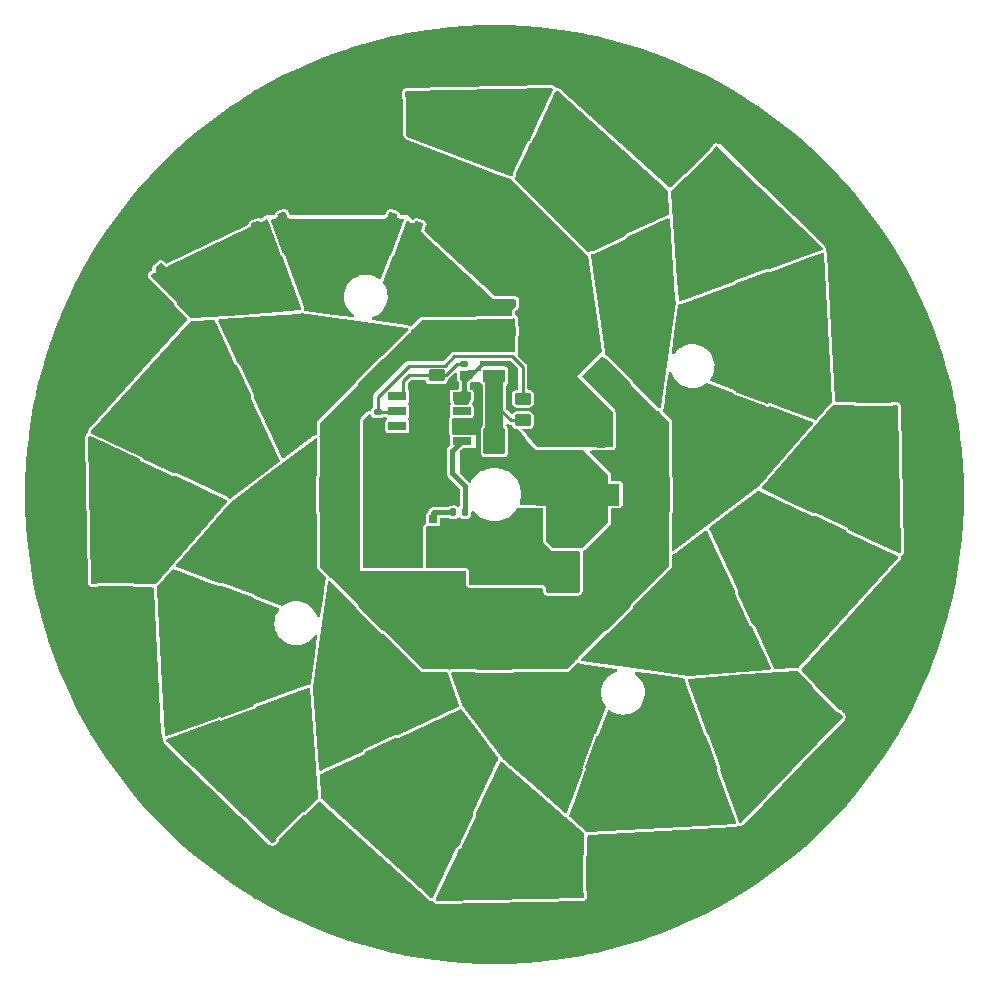
<source format=gbr>
%TF.GenerationSoftware,KiCad,Pcbnew,(6.0.8)*%
%TF.CreationDate,2022-10-21T01:17:33+13:00*%
%TF.ProjectId,Seedling,53656564-6c69-46e6-972e-6b696361645f,rev?*%
%TF.SameCoordinates,Original*%
%TF.FileFunction,Copper,L1,Top*%
%TF.FilePolarity,Positive*%
%FSLAX46Y46*%
G04 Gerber Fmt 4.6, Leading zero omitted, Abs format (unit mm)*
G04 Created by KiCad (PCBNEW (6.0.8)) date 2022-10-21 01:17:33*
%MOMM*%
%LPD*%
G01*
G04 APERTURE LIST*
G04 Aperture macros list*
%AMRoundRect*
0 Rectangle with rounded corners*
0 $1 Rounding radius*
0 $2 $3 $4 $5 $6 $7 $8 $9 X,Y pos of 4 corners*
0 Add a 4 corners polygon primitive as box body*
4,1,4,$2,$3,$4,$5,$6,$7,$8,$9,$2,$3,0*
0 Add four circle primitives for the rounded corners*
1,1,$1+$1,$2,$3*
1,1,$1+$1,$4,$5*
1,1,$1+$1,$6,$7*
1,1,$1+$1,$8,$9*
0 Add four rect primitives between the rounded corners*
20,1,$1+$1,$2,$3,$4,$5,0*
20,1,$1+$1,$4,$5,$6,$7,0*
20,1,$1+$1,$6,$7,$8,$9,0*
20,1,$1+$1,$8,$9,$2,$3,0*%
%AMFreePoly0*
4,1,21,1.792426,0.604926,1.810000,0.562500,1.810000,0.012500,1.792426,-0.029926,1.750000,-0.047500,1.460000,-0.047500,1.460000,-0.687500,1.442426,-0.729926,1.400000,-0.747499,-1.400000,-0.747500,-1.442426,-0.729926,-1.460000,-0.687500,-1.460000,-0.047500,-1.750000,-0.047500,-1.792426,-0.029926,-1.810000,0.012500,-1.810000,0.562501,-1.792426,0.604926,-1.750000,0.622500,1.750000,0.622500,
1.792426,0.604926,1.792426,0.604926,$1*%
G04 Aperture macros list end*
%TA.AperFunction,SMDPad,CuDef*%
%ADD10RoundRect,0.250000X0.450000X-0.262500X0.450000X0.262500X-0.450000X0.262500X-0.450000X-0.262500X0*%
%TD*%
%TA.AperFunction,SMDPad,CuDef*%
%ADD11RoundRect,0.250000X0.325000X0.650000X-0.325000X0.650000X-0.325000X-0.650000X0.325000X-0.650000X0*%
%TD*%
%TA.AperFunction,SMDPad,CuDef*%
%ADD12FreePoly0,70.000000*%
%TD*%
%TA.AperFunction,SMDPad,CuDef*%
%ADD13FreePoly0,250.000000*%
%TD*%
%TA.AperFunction,SMDPad,CuDef*%
%ADD14FreePoly0,225.000000*%
%TD*%
%TA.AperFunction,SMDPad,CuDef*%
%ADD15FreePoly0,45.000000*%
%TD*%
%TA.AperFunction,SMDPad,CuDef*%
%ADD16FreePoly0,155.000000*%
%TD*%
%TA.AperFunction,SMDPad,CuDef*%
%ADD17FreePoly0,335.000000*%
%TD*%
%TA.AperFunction,SMDPad,CuDef*%
%ADD18FreePoly0,270.000000*%
%TD*%
%TA.AperFunction,SMDPad,CuDef*%
%ADD19FreePoly0,90.000000*%
%TD*%
%TA.AperFunction,SMDPad,CuDef*%
%ADD20RoundRect,0.055000X-0.495000X-0.845000X0.495000X-0.845000X0.495000X0.845000X-0.495000X0.845000X0*%
%TD*%
%TA.AperFunction,SMDPad,CuDef*%
%ADD21RoundRect,0.090000X-1.010000X-0.810000X1.010000X-0.810000X1.010000X0.810000X-1.010000X0.810000X0*%
%TD*%
%TA.AperFunction,SMDPad,CuDef*%
%ADD22FreePoly0,245.000000*%
%TD*%
%TA.AperFunction,SMDPad,CuDef*%
%ADD23FreePoly0,65.000000*%
%TD*%
%TA.AperFunction,SMDPad,CuDef*%
%ADD24R,8.200000X2.600000*%
%TD*%
%TA.AperFunction,SMDPad,CuDef*%
%ADD25FreePoly0,110.000000*%
%TD*%
%TA.AperFunction,SMDPad,CuDef*%
%ADD26FreePoly0,290.000000*%
%TD*%
%TA.AperFunction,SMDPad,CuDef*%
%ADD27FreePoly0,205.000000*%
%TD*%
%TA.AperFunction,SMDPad,CuDef*%
%ADD28FreePoly0,25.000000*%
%TD*%
%TA.AperFunction,SMDPad,CuDef*%
%ADD29RoundRect,0.250000X0.625000X-0.312500X0.625000X0.312500X-0.625000X0.312500X-0.625000X-0.312500X0*%
%TD*%
%TA.AperFunction,SMDPad,CuDef*%
%ADD30FreePoly0,295.000000*%
%TD*%
%TA.AperFunction,SMDPad,CuDef*%
%ADD31FreePoly0,115.000000*%
%TD*%
%TA.AperFunction,SMDPad,CuDef*%
%ADD32RoundRect,0.140000X-0.170000X0.140000X-0.170000X-0.140000X0.170000X-0.140000X0.170000X0.140000X0*%
%TD*%
%TA.AperFunction,SMDPad,CuDef*%
%ADD33RoundRect,0.090000X1.010000X0.810000X-1.010000X0.810000X-1.010000X-0.810000X1.010000X-0.810000X0*%
%TD*%
%TA.AperFunction,SMDPad,CuDef*%
%ADD34RoundRect,0.055000X0.495000X0.845000X-0.495000X0.845000X-0.495000X-0.845000X0.495000X-0.845000X0*%
%TD*%
%TA.AperFunction,SMDPad,CuDef*%
%ADD35RoundRect,0.135000X-0.135000X-0.185000X0.135000X-0.185000X0.135000X0.185000X-0.135000X0.185000X0*%
%TD*%
%TA.AperFunction,SMDPad,CuDef*%
%ADD36FreePoly0,180.000000*%
%TD*%
%TA.AperFunction,SMDPad,CuDef*%
%ADD37FreePoly0,0.000000*%
%TD*%
%TA.AperFunction,SMDPad,CuDef*%
%ADD38FreePoly0,340.000000*%
%TD*%
%TA.AperFunction,SMDPad,CuDef*%
%ADD39FreePoly0,160.000000*%
%TD*%
%TA.AperFunction,SMDPad,CuDef*%
%ADD40RoundRect,0.090000X-0.810000X1.010000X-0.810000X-1.010000X0.810000X-1.010000X0.810000X1.010000X0*%
%TD*%
%TA.AperFunction,SMDPad,CuDef*%
%ADD41RoundRect,0.055000X-0.845000X0.495000X-0.845000X-0.495000X0.845000X-0.495000X0.845000X0.495000X0*%
%TD*%
%TA.AperFunction,SMDPad,CuDef*%
%ADD42FreePoly0,315.000000*%
%TD*%
%TA.AperFunction,SMDPad,CuDef*%
%ADD43FreePoly0,135.000000*%
%TD*%
%TA.AperFunction,SMDPad,CuDef*%
%ADD44FreePoly0,200.000000*%
%TD*%
%TA.AperFunction,SMDPad,CuDef*%
%ADD45FreePoly0,20.000000*%
%TD*%
%TA.AperFunction,SMDPad,CuDef*%
%ADD46R,1.525000X0.650000*%
%TD*%
%TA.AperFunction,SMDPad,CuDef*%
%ADD47R,2.710000X3.402000*%
%TD*%
%TA.AperFunction,SMDPad,CuDef*%
%ADD48RoundRect,0.135000X-0.185000X0.135000X-0.185000X-0.135000X0.185000X-0.135000X0.185000X0.135000X0*%
%TD*%
%TA.AperFunction,SMDPad,CuDef*%
%ADD49RoundRect,0.250000X-0.450000X0.262500X-0.450000X-0.262500X0.450000X-0.262500X0.450000X0.262500X0*%
%TD*%
%TA.AperFunction,SMDPad,CuDef*%
%ADD50R,1.800000X2.500000*%
%TD*%
%TA.AperFunction,SMDPad,CuDef*%
%ADD51R,0.700000X0.700000*%
%TD*%
%TA.AperFunction,SMDPad,CuDef*%
%ADD52R,4.350000X4.510000*%
%TD*%
%TA.AperFunction,Conductor*%
%ADD53C,0.400000*%
%TD*%
%TA.AperFunction,Conductor*%
%ADD54C,0.250000*%
%TD*%
%TA.AperFunction,Conductor*%
%ADD55C,0.700000*%
%TD*%
%TA.AperFunction,Conductor*%
%ADD56C,1.500000*%
%TD*%
G04 APERTURE END LIST*
D10*
%TO.P,R3,1*%
%TO.N,Net-(J3-Pad1)*%
X2400000Y6287500D03*
%TO.P,R3,2*%
%TO.N,DIM*%
X2400000Y8112500D03*
%TD*%
D11*
%TO.P,C1,1*%
%TO.N,+12V*%
X-2125000Y2400000D03*
%TO.P,C1,2*%
%TO.N,GND*%
X-5075000Y2400000D03*
%TD*%
D12*
%TO.P,D3,1,K*%
%TO.N,Net-(D2-Pad2)*%
X7197743Y-21441451D03*
D13*
%TO.P,D3,2,A*%
%TO.N,Net-(D3-Pad2)*%
X8889189Y-22057087D03*
%TD*%
D14*
%TO.P,D22,1,K*%
%TO.N,LED_OUT*%
X-9970205Y9970205D03*
D15*
%TO.P,D22,2,A*%
%TO.N,Net-(D22-Pad2)*%
X-11242997Y11242997D03*
%TD*%
D16*
%TO.P,D8,1,K*%
%TO.N,Net-(D7-Pad2)*%
X28110911Y-3082522D03*
D17*
%TO.P,D8,2,A*%
%TO.N,Net-(D8-Pad2)*%
X28871623Y-1451168D03*
%TD*%
D18*
%TO.P,D17,1,K*%
%TO.N,Net-(D16-Pad2)*%
X-6699927Y32082478D03*
D19*
%TO.P,D17,2,A*%
%TO.N,LED_IN*%
X-8499927Y32082478D03*
%TD*%
D20*
%TO.P,J2,1,Pin_1*%
%TO.N,GND*%
X-10050000Y0D03*
D21*
X-4500000Y0D03*
%TD*%
D22*
%TO.P,D16,1,K*%
%TO.N,Net-(D15-Pad2)*%
X3082522Y28110911D03*
D23*
%TO.P,D16,2,A*%
%TO.N,Net-(D16-Pad2)*%
X1451168Y28871623D03*
%TD*%
D14*
%TO.P,D13,1,K*%
%TO.N,Net-(D12-Pad2)*%
X17948174Y27423302D03*
D15*
%TO.P,D13,2,A*%
%TO.N,LED_IN*%
X16675382Y28696094D03*
%TD*%
D24*
%TO.P,L1,1,1*%
%TO.N,LED_OUT*%
X0Y-9200000D03*
%TO.P,L1,2,2*%
%TO.N,Net-(D1-Pad2)*%
X0Y-3600000D03*
%TD*%
D25*
%TO.P,D4,1,K*%
%TO.N,Net-(D3-Pad2)*%
X17697743Y-22057087D03*
D26*
%TO.P,D4,2,A*%
%TO.N,Net-(D4-Pad2)*%
X19389189Y-21441451D03*
%TD*%
D13*
%TO.P,D19,1,K*%
%TO.N,Net-(D18-Pad2)*%
X-7197743Y21441451D03*
D12*
%TO.P,D19,2,A*%
%TO.N,Net-(D19-Pad2)*%
X-8889189Y22057087D03*
%TD*%
D27*
%TO.P,D15,1,K*%
%TO.N,Net-(D14-Pad2)*%
X10071822Y20250969D03*
D28*
%TO.P,D15,2,A*%
%TO.N,Net-(D15-Pad2)*%
X9311110Y21882323D03*
%TD*%
D29*
%TO.P,R2,1*%
%TO.N,+12V*%
X4600000Y2337500D03*
%TO.P,R2,2*%
%TO.N,LED_IN*%
X4600000Y5262500D03*
%TD*%
D18*
%TO.P,D26,1,K*%
%TO.N,LED_OUT*%
X-14100000Y0D03*
D19*
%TO.P,D26,2,A*%
%TO.N,Net-(D26-Pad2)*%
X-15900000Y0D03*
%TD*%
%TO.P,D33,1,K*%
%TO.N,Net-(D32-Pad2)*%
X6699927Y-32082478D03*
D18*
%TO.P,D33,2,A*%
%TO.N,LED_IN*%
X8499927Y-32082478D03*
%TD*%
D30*
%TO.P,D23,1,K*%
%TO.N,Net-(D22-Pad2)*%
X-20250969Y10071822D03*
D31*
%TO.P,D23,2,A*%
%TO.N,Net-(D23-Pad2)*%
X-21882323Y9311110D03*
%TD*%
D32*
%TO.P,C2,1*%
%TO.N,DIM*%
X-9900000Y6980000D03*
%TO.P,C2,2*%
%TO.N,GND*%
X-9900000Y6020000D03*
%TD*%
D33*
%TO.P,J1,1,Pin_1*%
%TO.N,+12V*%
X4500000Y0D03*
D34*
X10050000Y0D03*
%TD*%
D26*
%TO.P,D20,1,K*%
%TO.N,Net-(D19-Pad2)*%
X-17697743Y22057087D03*
D25*
%TO.P,D20,2,A*%
%TO.N,Net-(D20-Pad2)*%
X-19389189Y21441451D03*
%TD*%
D35*
%TO.P,R6,1*%
%TO.N,Net-(Q1-Pad2)*%
X-3510000Y-1500000D03*
%TO.P,R6,2*%
%TO.N,Net-(U1-Pad5)*%
X-2490000Y-1500000D03*
%TD*%
D36*
%TO.P,D9,1,K*%
%TO.N,Net-(D8-Pad2)*%
X32082478Y6699927D03*
D37*
%TO.P,D9,2,A*%
%TO.N,LED_IN*%
X32082478Y8499927D03*
%TD*%
D38*
%TO.P,D27,1,K*%
%TO.N,Net-(D26-Pad2)*%
X-21441451Y-7197743D03*
D39*
%TO.P,D27,2,A*%
%TO.N,Net-(D27-Pad2)*%
X-22057087Y-8889189D03*
%TD*%
D40*
%TO.P,J3,1,Pin_1*%
%TO.N,Net-(J3-Pad1)*%
X0Y4500000D03*
D41*
X0Y10050000D03*
%TD*%
D42*
%TO.P,D21,1,K*%
%TO.N,Net-(D20-Pad2)*%
X-27423302Y17948174D03*
D43*
%TO.P,D21,2,A*%
%TO.N,LED_IN*%
X-28696094Y16675382D03*
%TD*%
D31*
%TO.P,D7,1,K*%
%TO.N,Net-(D6-Pad2)*%
X20250969Y-10071822D03*
D30*
%TO.P,D7,2,A*%
%TO.N,Net-(D7-Pad2)*%
X21882323Y-9311110D03*
%TD*%
D44*
%TO.P,D12,1,K*%
%TO.N,Net-(D11-Pad2)*%
X22057087Y17697743D03*
D45*
%TO.P,D12,2,A*%
%TO.N,Net-(D12-Pad2)*%
X21441451Y19389189D03*
%TD*%
%TO.P,D28,1,K*%
%TO.N,Net-(D27-Pad2)*%
X-22057087Y-17697743D03*
D44*
%TO.P,D28,2,A*%
%TO.N,Net-(D28-Pad2)*%
X-21441451Y-19389189D03*
%TD*%
D46*
%TO.P,U1,1,OSP*%
%TO.N,Net-(U1-Pad1)*%
X-8212000Y8305000D03*
%TO.P,U1,2,DIM*%
%TO.N,DIM*%
X-8212000Y7035000D03*
%TO.P,U1,3,NTC*%
%TO.N,unconnected-(U1-Pad3)*%
X-8212000Y5765000D03*
%TO.P,U1,4,GND*%
%TO.N,GND*%
X-8212000Y4495000D03*
%TO.P,U1,5,DRV*%
%TO.N,Net-(U1-Pad5)*%
X-2788000Y4495000D03*
%TO.P,U1,6,VIN*%
%TO.N,+12V*%
X-2788000Y5765000D03*
%TO.P,U1,7,FAULT*%
%TO.N,unconnected-(U1-Pad7)*%
X-2788000Y7035000D03*
%TO.P,U1,8,CSN*%
%TO.N,LED_IN*%
X-2788000Y8305000D03*
D47*
%TO.P,U1,9,EP*%
%TO.N,GND*%
X-5500000Y6400000D03*
%TD*%
D28*
%TO.P,D31,1,K*%
%TO.N,Net-(D30-Pad2)*%
X-10071822Y-20250969D03*
D27*
%TO.P,D31,2,A*%
%TO.N,Net-(D31-Pad2)*%
X-9311110Y-21882323D03*
%TD*%
D37*
%TO.P,D25,1,K*%
%TO.N,Net-(D24-Pad2)*%
X-32082478Y-6699927D03*
D36*
%TO.P,D25,2,A*%
%TO.N,LED_IN*%
X-32082478Y-8499927D03*
%TD*%
D19*
%TO.P,D10,1,K*%
%TO.N,LED_OUT*%
X14100000Y0D03*
D18*
%TO.P,D10,2,A*%
%TO.N,Net-(D10-Pad2)*%
X15900000Y0D03*
%TD*%
D42*
%TO.P,D30,1,K*%
%TO.N,LED_OUT*%
X-9970205Y-9970205D03*
D43*
%TO.P,D30,2,A*%
%TO.N,Net-(D30-Pad2)*%
X-11242997Y-11242997D03*
%TD*%
D36*
%TO.P,D18,1,K*%
%TO.N,LED_OUT*%
X0Y14100000D03*
D37*
%TO.P,D18,2,A*%
%TO.N,Net-(D18-Pad2)*%
X0Y15900000D03*
%TD*%
D23*
%TO.P,D32,1,K*%
%TO.N,Net-(D31-Pad2)*%
X-3082522Y-28110911D03*
D22*
%TO.P,D32,2,A*%
%TO.N,Net-(D32-Pad2)*%
X-1451168Y-28871623D03*
%TD*%
D15*
%TO.P,D29,1,K*%
%TO.N,Net-(D28-Pad2)*%
X-17948174Y-27423302D03*
D14*
%TO.P,D29,2,A*%
%TO.N,LED_IN*%
X-16675382Y-28696094D03*
%TD*%
D43*
%TO.P,D5,1,K*%
%TO.N,Net-(D4-Pad2)*%
X27423302Y-17948174D03*
D42*
%TO.P,D5,2,A*%
%TO.N,LED_IN*%
X28696094Y-16675382D03*
%TD*%
D17*
%TO.P,D24,1,K*%
%TO.N,Net-(D23-Pad2)*%
X-28110911Y3082522D03*
D16*
%TO.P,D24,2,A*%
%TO.N,Net-(D24-Pad2)*%
X-28871623Y1451168D03*
%TD*%
D39*
%TO.P,D11,1,K*%
%TO.N,Net-(D10-Pad2)*%
X21441451Y7197743D03*
D38*
%TO.P,D11,2,A*%
%TO.N,Net-(D11-Pad2)*%
X22057087Y8889189D03*
%TD*%
D48*
%TO.P,R1,1*%
%TO.N,Net-(U1-Pad1)*%
X-2600000Y11010000D03*
%TO.P,R1,2*%
%TO.N,LED_IN*%
X-2600000Y9990000D03*
%TD*%
D49*
%TO.P,R5,1*%
%TO.N,LED_OUT*%
X-4900000Y11912500D03*
%TO.P,R5,2*%
%TO.N,Net-(U1-Pad1)*%
X-4900000Y10087500D03*
%TD*%
D11*
%TO.P,C3,1*%
%TO.N,LED_OUT*%
X11975000Y4900000D03*
%TO.P,C3,2*%
%TO.N,LED_IN*%
X9025000Y4900000D03*
%TD*%
D29*
%TO.P,R4,1*%
%TO.N,+12V*%
X7000000Y2337501D03*
%TO.P,R4,2*%
%TO.N,LED_IN*%
X7000000Y5262501D03*
%TD*%
D50*
%TO.P,D1,1,K*%
%TO.N,+12V*%
X6300000Y-2600000D03*
%TO.P,D1,2,A*%
%TO.N,Net-(D1-Pad2)*%
X6300000Y-6600000D03*
%TD*%
D43*
%TO.P,D14,1,K*%
%TO.N,LED_OUT*%
X9970205Y9970205D03*
D42*
%TO.P,D14,2,A*%
%TO.N,Net-(D14-Pad2)*%
X11242997Y11242997D03*
%TD*%
D51*
%TO.P,Q1,1,D*%
%TO.N,Net-(D1-Pad2)*%
X-5200000Y-4635000D03*
X-5200000Y-3365000D03*
X-5200000Y-5905000D03*
%TO.P,Q1,2,G*%
%TO.N,Net-(Q1-Pad2)*%
X-5200000Y-2095000D03*
D52*
%TO.P,Q1,3,S*%
%TO.N,GND*%
X-8330000Y-4000000D03*
D51*
X-10800000Y-3365000D03*
X-10800000Y-5905000D03*
X-10800000Y-2095000D03*
X-10800000Y-4635000D03*
%TD*%
D15*
%TO.P,D6,1,K*%
%TO.N,LED_OUT*%
X9970205Y-9970205D03*
D14*
%TO.P,D6,2,A*%
%TO.N,Net-(D6-Pad2)*%
X11242997Y-11242997D03*
%TD*%
D37*
%TO.P,D2,1,K*%
%TO.N,LED_OUT*%
X0Y-14100000D03*
D36*
%TO.P,D2,2,A*%
%TO.N,Net-(D2-Pad2)*%
X0Y-15900000D03*
%TD*%
D53*
%TO.N,Net-(Q1-Pad2)*%
X-5200000Y-1600000D02*
X-5200000Y-2095000D01*
X-3510000Y-1500000D02*
X-5100000Y-1500000D01*
X-5100000Y-1500000D02*
X-5200000Y-1600000D01*
%TO.N,Net-(U1-Pad5)*%
X-2490000Y690000D02*
X-2490000Y-1500000D01*
X-2788000Y4495000D02*
X-3600000Y3683000D01*
X-3600000Y3683000D02*
X-3600000Y1800000D01*
X-3600000Y1800000D02*
X-2490000Y690000D01*
D54*
%TO.N,+12V*%
X4600000Y2337500D02*
X4537500Y2400000D01*
X5800000Y1137501D02*
X7000000Y2337501D01*
X-1400000Y3125000D02*
X-1400000Y5400000D01*
X-1400000Y5400000D02*
X-1765000Y5765000D01*
X-2125000Y2400000D02*
X-1400000Y3125000D01*
X-1765000Y5765000D02*
X-2788000Y5765000D01*
X5800000Y-2400000D02*
X5800000Y1137501D01*
X4537500Y2400000D02*
X-2050000Y2400000D01*
X4600000Y2337500D02*
X7000000Y2337501D01*
D55*
%TO.N,GND*%
X-10800000Y-2095000D02*
X-10800000Y-5905000D01*
%TO.N,Net-(D1-Pad2)*%
X-5200000Y-5905000D02*
X-5200000Y-4635000D01*
D54*
X2750000Y-5800000D02*
X3350000Y-6400000D01*
X3350000Y-6400000D02*
X5800000Y-6400000D01*
%TO.N,LED_IN*%
X3400000Y7200000D02*
X1700000Y7200000D01*
X-2600000Y8493000D02*
X-2600000Y9990000D01*
X4600000Y5262500D02*
X4600000Y6000000D01*
X1300000Y10900000D02*
X1000000Y11200000D01*
X1700000Y7200000D02*
X1300000Y7600000D01*
X-900000Y11200000D02*
X-2110000Y9990000D01*
X1000000Y11200000D02*
X-900000Y11200000D01*
X4600000Y6000000D02*
X3400000Y7200000D01*
X-2788000Y8305000D02*
X-2600000Y8493000D01*
X-2110000Y9990000D02*
X-2600000Y9990000D01*
X1300000Y7600000D02*
X1300000Y10900000D01*
%TO.N,Net-(J3-Pad1)*%
X1412500Y6287500D02*
X2400000Y6287500D01*
D56*
X0Y9500000D02*
X0Y4500000D01*
D54*
X0Y7700000D02*
X1412500Y6287500D01*
X0Y4000000D02*
X0Y9550000D01*
X0Y10050000D02*
X0Y7700000D01*
%TO.N,DIM*%
X-7275000Y10925000D02*
X-4175000Y10925000D01*
X2400000Y10800000D02*
X2400000Y8312500D01*
X-3400000Y11700000D02*
X1500000Y11700000D01*
X-9900000Y6980000D02*
X-9900000Y8300000D01*
X-9900000Y8300000D02*
X-7275000Y10925000D01*
X-7767000Y6980000D02*
X-9900000Y6980000D01*
X-4175000Y10925000D02*
X-3400000Y11700000D01*
X1500000Y11700000D02*
X2400000Y10800000D01*
%TO.N,Net-(U1-Pad1)*%
X-7712000Y9588000D02*
X-7712000Y8305000D01*
X-4900000Y10087500D02*
X-7212500Y10087500D01*
X-4112500Y10087500D02*
X-4900000Y10087500D01*
X-3190000Y11010000D02*
X-4112500Y10087500D01*
X-2600000Y11010000D02*
X-3190000Y11010000D01*
X-7212500Y10087500D02*
X-7712000Y9588000D01*
%TD*%
%TA.AperFunction,Conductor*%
%TO.N,LED_IN*%
G36*
X-7599927Y30082478D02*
G01*
X543386Y27010005D01*
X552711Y27004484D01*
X563139Y26996838D01*
X575189Y26993889D01*
X575191Y26993888D01*
X606243Y26986288D01*
X1421608Y26678651D01*
X7878850Y20221409D01*
X9100000Y12100000D01*
X7000000Y10000000D01*
X10000000Y7000000D01*
X10000000Y4000001D01*
X3600000Y4000000D01*
X2319579Y5520500D01*
X2897756Y5520500D01*
X2901153Y5520869D01*
X2951597Y5526349D01*
X2951598Y5526349D01*
X2959448Y5527202D01*
X2966841Y5529974D01*
X2966843Y5529974D01*
X3038575Y5556865D01*
X3094764Y5577929D01*
X3101943Y5583309D01*
X3101946Y5583311D01*
X3203224Y5659215D01*
X3210404Y5664596D01*
X3279337Y5756573D01*
X3291689Y5773054D01*
X3291691Y5773057D01*
X3297071Y5780236D01*
X3330704Y5869954D01*
X3345026Y5908157D01*
X3345026Y5908159D01*
X3347798Y5915552D01*
X3354500Y5977244D01*
X3354500Y6597756D01*
X3347798Y6659448D01*
X3297071Y6794764D01*
X3291691Y6801943D01*
X3291689Y6801946D01*
X3215785Y6903224D01*
X3210404Y6910404D01*
X3189977Y6925713D01*
X3101946Y6991689D01*
X3101943Y6991691D01*
X3094764Y6997071D01*
X3005046Y7030704D01*
X2966843Y7045026D01*
X2966841Y7045026D01*
X2959448Y7047798D01*
X2951598Y7048651D01*
X2951597Y7048651D01*
X2901153Y7054131D01*
X2901152Y7054131D01*
X2897756Y7054500D01*
X2000000Y7054500D01*
X2000000Y7345500D01*
X2897756Y7345500D01*
X2901153Y7345869D01*
X2951597Y7351349D01*
X2951598Y7351349D01*
X2959448Y7352202D01*
X2966841Y7354974D01*
X2966843Y7354974D01*
X3019873Y7374854D01*
X3094764Y7402929D01*
X3101943Y7408309D01*
X3101946Y7408311D01*
X3203224Y7484215D01*
X3210404Y7489596D01*
X3250791Y7543484D01*
X3291689Y7598054D01*
X3291691Y7598057D01*
X3297071Y7605236D01*
X3330704Y7694954D01*
X3345026Y7733157D01*
X3345026Y7733159D01*
X3347798Y7740552D01*
X3354500Y7802244D01*
X3354500Y8422756D01*
X3347798Y8484448D01*
X3344022Y8494522D01*
X3307989Y8590639D01*
X3297071Y8619764D01*
X3291691Y8626943D01*
X3291689Y8626946D01*
X3215785Y8728224D01*
X3210404Y8735404D01*
X3174542Y8762281D01*
X3101946Y8816689D01*
X3101943Y8816691D01*
X3094764Y8822071D01*
X2991941Y8860617D01*
X2966843Y8870026D01*
X2966841Y8870026D01*
X2959448Y8872798D01*
X2951598Y8873651D01*
X2951597Y8873651D01*
X2943286Y8874554D01*
X2897756Y8879500D01*
X2897766Y8879588D01*
X2831739Y8902927D01*
X2788220Y8959022D01*
X2779500Y9005081D01*
X2779500Y10746080D01*
X2782049Y10770028D01*
X2782128Y10771693D01*
X2784320Y10781876D01*
X2780373Y10815223D01*
X2780023Y10821154D01*
X2779928Y10821146D01*
X2779500Y10826324D01*
X2779500Y10831524D01*
X2778646Y10836656D01*
X2776331Y10850565D01*
X2775494Y10856443D01*
X2770694Y10897001D01*
X2770694Y10897002D01*
X2769470Y10907341D01*
X2765507Y10915593D01*
X2764004Y10924626D01*
X2739644Y10969773D01*
X2736960Y10975042D01*
X2718212Y11014085D01*
X2714780Y11021232D01*
X2711186Y11025508D01*
X2709246Y11027448D01*
X2707493Y11029359D01*
X2707444Y11029449D01*
X2707567Y11029561D01*
X2707095Y11030096D01*
X2704010Y11035814D01*
X2664413Y11072417D01*
X2660848Y11075846D01*
X2000000Y11736694D01*
X2000000Y13338914D01*
X2032213Y13387124D01*
X2035655Y13392275D01*
X2054677Y13438197D01*
X2074430Y13537499D01*
X2071907Y13550184D01*
X2069486Y13574765D01*
X2069486Y14050233D01*
X2071907Y14074814D01*
X2072009Y14075327D01*
X2072009Y14075328D01*
X2074430Y14087499D01*
X2054678Y14186800D01*
X2049734Y14198736D01*
X2049732Y14198740D01*
X2035654Y14232726D01*
X2000000Y14286087D01*
X2000000Y15000000D01*
X1719486Y15258612D01*
X1719486Y15478595D01*
X1739488Y15546716D01*
X1793144Y15593209D01*
X1820903Y15602174D01*
X1849303Y15607823D01*
X1859048Y15611859D01*
X1889502Y15624474D01*
X1889505Y15624476D01*
X1895225Y15626845D01*
X1979404Y15683091D01*
X1988004Y15695961D01*
X2032218Y15762131D01*
X2032220Y15762135D01*
X2035654Y15767274D01*
X2049732Y15801260D01*
X2049734Y15801264D01*
X2054678Y15813200D01*
X2074430Y15912499D01*
X2071907Y15925184D01*
X2069486Y15949765D01*
X2069486Y16425237D01*
X2071907Y16449818D01*
X2072009Y16450331D01*
X2074430Y16462502D01*
X2054677Y16561803D01*
X2035655Y16607725D01*
X1979409Y16691904D01*
X1920562Y16731225D01*
X1900369Y16744718D01*
X1900365Y16744720D01*
X1895226Y16748154D01*
X1861240Y16762232D01*
X1861236Y16762234D01*
X1849300Y16767178D01*
X1750001Y16786930D01*
X1737830Y16784509D01*
X1737829Y16784509D01*
X1737316Y16784407D01*
X1712735Y16781986D01*
X67095Y16781986D01*
X-5939525Y22319618D01*
X-5783154Y22749245D01*
X-5772478Y22771505D01*
X-5772200Y22771963D01*
X-5772198Y22771967D01*
X-5765763Y22782574D01*
X-5750364Y22882643D01*
X-5750928Y22895550D01*
X-5752533Y22932295D01*
X-5776596Y23030633D01*
X-5783933Y23040639D01*
X-5783934Y23040642D01*
X-5832803Y23107291D01*
X-5836463Y23112283D01*
X-5873109Y23145864D01*
X-5959658Y23198387D01*
X-5972308Y23200334D01*
X-5972447Y23200356D01*
X-5996370Y23206487D01*
X-6443163Y23369107D01*
X-6465435Y23379790D01*
X-6465880Y23380060D01*
X-6476489Y23386498D01*
X-6527444Y23394343D01*
X-6570436Y23400963D01*
X-6570439Y23400963D01*
X-6576556Y23401905D01*
X-6589464Y23401342D01*
X-6589479Y23401341D01*
X-6598111Y23400964D01*
X-6626230Y23399736D01*
X-6680329Y23386498D01*
X-6712516Y23378622D01*
X-6712517Y23378622D01*
X-6724571Y23375672D01*
X-6806221Y23315804D01*
X-6810402Y23311241D01*
X-6835474Y23283880D01*
X-6839802Y23279157D01*
X-6843012Y23273868D01*
X-6843013Y23273866D01*
X-6854822Y23254405D01*
X-6904399Y23209156D01*
X-7359425Y23628654D01*
X-7984358Y23628654D01*
X-7987608Y23637162D01*
X-7986538Y23666313D01*
X-7983076Y23688810D01*
X-7982134Y23694930D01*
X-7984302Y23744589D01*
X-7985774Y23750604D01*
X-8005416Y23830879D01*
X-8005417Y23830881D01*
X-8008366Y23842933D01*
X-8068234Y23924583D01*
X-8095356Y23949436D01*
X-8095357Y23949438D01*
X-8104882Y23958166D01*
X-8110169Y23961374D01*
X-8110173Y23961377D01*
X-8180839Y24004255D01*
X-8180838Y24004255D01*
X-8191447Y24010692D01*
X-8204224Y24012658D01*
X-8228154Y24018791D01*
X-8413235Y24086155D01*
X-8674950Y24181412D01*
X-8697209Y24192088D01*
X-8708274Y24198802D01*
X-8808342Y24214202D01*
X-8814526Y24213932D01*
X-8814528Y24213932D01*
X-8835498Y24213016D01*
X-8858000Y24212033D01*
X-8956335Y24187971D01*
X-8966340Y24180636D01*
X-8966341Y24180635D01*
X-9032987Y24131770D01*
X-9037986Y24128105D01*
X-9042164Y24123546D01*
X-9042167Y24123543D01*
X-9062839Y24100984D01*
X-9062844Y24100979D01*
X-9071572Y24091454D01*
X-9124091Y24004908D01*
X-9126038Y23992258D01*
X-9126060Y23992119D01*
X-9132191Y23968196D01*
X-9255775Y23628654D01*
X-17331157Y23628654D01*
X-17454738Y23968191D01*
X-17460868Y23992105D01*
X-17462837Y24004897D01*
X-17469280Y24015516D01*
X-17512145Y24086155D01*
X-17515360Y24091454D01*
X-17524088Y24100979D01*
X-17524093Y24100984D01*
X-17548946Y24128105D01*
X-17630587Y24187966D01*
X-17642640Y24190916D01*
X-17642641Y24190916D01*
X-17722911Y24210560D01*
X-17722916Y24210561D01*
X-17728932Y24212033D01*
X-17757753Y24213292D01*
X-17772403Y24213932D01*
X-17772405Y24213932D01*
X-17778590Y24214202D01*
X-17784712Y24213260D01*
X-17866382Y24200693D01*
X-17866384Y24200692D01*
X-17878649Y24198805D01*
X-17889717Y24192090D01*
X-17911978Y24181413D01*
X-17914117Y24180635D01*
X-18358783Y24018790D01*
X-18382706Y24012658D01*
X-18383227Y24012578D01*
X-18383232Y24012576D01*
X-18395493Y24010689D01*
X-18482050Y23958166D01*
X-18491575Y23949438D01*
X-18491576Y23949436D01*
X-18518698Y23924583D01*
X-18578566Y23842934D01*
X-18602630Y23744589D01*
X-18604798Y23694930D01*
X-18603856Y23688810D01*
X-18600394Y23666313D01*
X-18605428Y23628654D01*
X-19227506Y23628654D01*
X-19820452Y23344943D01*
X-19852352Y23368333D01*
X-19862358Y23375670D01*
X-19920340Y23389859D01*
X-19954693Y23398266D01*
X-19954698Y23398267D01*
X-19960702Y23399736D01*
X-19988820Y23400964D01*
X-19997453Y23401341D01*
X-19997468Y23401342D01*
X-20010376Y23401905D01*
X-20016488Y23400964D01*
X-20016490Y23400964D01*
X-20052111Y23395480D01*
X-20110432Y23386502D01*
X-20121494Y23379790D01*
X-20143761Y23369110D01*
X-20590552Y23206492D01*
X-20614471Y23200361D01*
X-20614997Y23200280D01*
X-20615001Y23200278D01*
X-20627268Y23198390D01*
X-20637878Y23191951D01*
X-20637879Y23191951D01*
X-20686846Y23162235D01*
X-20713823Y23145864D01*
X-20750469Y23112283D01*
X-20810333Y23030639D01*
X-20823919Y22975119D01*
X-20832927Y22938309D01*
X-20834399Y22932295D01*
X-20836004Y22895550D01*
X-20836568Y22882643D01*
X-20833144Y22860394D01*
X-27769381Y19541569D01*
X-28010726Y19782914D01*
X-28026397Y19802009D01*
X-28026691Y19802449D01*
X-28026692Y19802450D01*
X-28033585Y19812766D01*
X-28117769Y19869015D01*
X-28129705Y19873959D01*
X-28129707Y19873960D01*
X-28163693Y19888037D01*
X-28169760Y19889244D01*
X-28169764Y19889245D01*
X-28250816Y19905367D01*
X-28262987Y19907788D01*
X-28362288Y19888038D01*
X-28368002Y19885671D01*
X-28368003Y19885671D01*
X-28381177Y19880214D01*
X-28408211Y19869017D01*
X-28492399Y19812765D01*
X-28499292Y19802449D01*
X-28499293Y19802448D01*
X-28499585Y19802011D01*
X-28515254Y19782918D01*
X-28851460Y19446711D01*
X-28870556Y19431040D01*
X-28870990Y19430750D01*
X-28870991Y19430749D01*
X-28881307Y19423856D01*
X-28937556Y19339672D01*
X-28942498Y19327740D01*
X-28956576Y19293754D01*
X-28957782Y19287691D01*
X-28957783Y19287688D01*
X-28970444Y19224041D01*
X-28976330Y19194450D01*
X-28956578Y19095149D01*
X-28937556Y19049226D01*
X-28934114Y19044075D01*
X-28921471Y19025153D01*
X-28911985Y18994859D01*
X-29473911Y18725991D01*
X-36726023Y15182720D01*
X-36703392Y15237356D01*
X-36615546Y15449434D01*
X-12664172Y37669382D01*
X-12428593Y37750039D01*
X-12283888Y37799583D01*
X-12280144Y37800799D01*
X-12066111Y37866644D01*
X-7599927Y30082478D01*
G37*
%TD.AperFunction*%
%TD*%
%TA.AperFunction,Conductor*%
%TO.N,Net-(D32-Pad2)*%
G36*
X613943Y-22653969D02*
G01*
X627450Y-22664159D01*
X5983895Y-27301422D01*
X7556398Y-28662793D01*
X7594807Y-28722503D01*
X7599927Y-28758054D01*
X7599927Y-30389548D01*
X7578692Y-30459550D01*
X7526772Y-30537253D01*
X7507750Y-30583175D01*
X7487997Y-30682477D01*
X7490418Y-30694648D01*
X7490418Y-30694649D01*
X7490520Y-30695162D01*
X7492941Y-30719743D01*
X7492941Y-33445215D01*
X7490520Y-33469795D01*
X7487997Y-33482480D01*
X7507750Y-33581781D01*
X7526772Y-33627703D01*
X7530214Y-33632855D01*
X7530216Y-33632858D01*
X7578692Y-33705409D01*
X7599927Y-33775410D01*
X7599927Y-34048997D01*
X7579925Y-34117118D01*
X7526269Y-34163611D01*
X7476472Y-34174971D01*
X-551903Y-34337067D01*
X-4832779Y-34423500D01*
X-4901289Y-34404877D01*
X-4948856Y-34352171D01*
X-4960376Y-34282116D01*
X-4949517Y-34244276D01*
X-4917199Y-34174971D01*
X-3282947Y-30670306D01*
X-2982308Y-30025583D01*
X-2933478Y-29971114D01*
X-2932816Y-29970712D01*
X-2853582Y-29922632D01*
X-2840261Y-29910426D01*
X-2821498Y-29893232D01*
X-2816935Y-29889051D01*
X-2757072Y-29807410D01*
X-2753996Y-29794843D01*
X-2745806Y-29771553D01*
X-1593964Y-27301420D01*
X-1581383Y-27280170D01*
X-1573736Y-27269740D01*
X-1549672Y-27171395D01*
X-1547504Y-27121736D01*
X-1561721Y-27029366D01*
X-1551382Y-26956950D01*
X430788Y-22706173D01*
X477705Y-22652888D01*
X545983Y-22633427D01*
X613943Y-22653969D01*
G37*
%TD.AperFunction*%
%TD*%
%TA.AperFunction,Conductor*%
%TO.N,Net-(D16-Pad2)*%
G36*
X4901289Y34404877D02*
G01*
X4948856Y34352171D01*
X4960376Y34282116D01*
X4949518Y34244278D01*
X3812897Y31806786D01*
X2982308Y30025583D01*
X2933478Y29971114D01*
X2853582Y29922632D01*
X2849020Y29918452D01*
X2849019Y29918451D01*
X2835259Y29905842D01*
X2816935Y29889051D01*
X2757072Y29807410D01*
X2753996Y29794843D01*
X2745806Y29771553D01*
X1593965Y27301422D01*
X1581383Y27280170D01*
X1573736Y27269740D01*
X1549672Y27171395D01*
X1547504Y27121736D01*
X1548446Y27115616D01*
X1549531Y27108564D01*
X1540123Y27038193D01*
X1494164Y26984080D01*
X1426245Y26963404D01*
X1380518Y26971510D01*
X1347203Y26984080D01*
X697849Y27229081D01*
X696031Y27229644D01*
X696020Y27229648D01*
X668778Y27238087D01*
X651519Y27244862D01*
X637469Y27251609D01*
X637461Y27251612D01*
X634992Y27252798D01*
X632431Y27253764D01*
X632427Y27253766D01*
X-7378883Y30276434D01*
X-7435557Y30319195D01*
X-7443693Y30331617D01*
X-7510589Y30448211D01*
X-7527141Y30517252D01*
X-7517708Y30559135D01*
X-7510119Y30577456D01*
X-7507750Y30583175D01*
X-7487997Y30682477D01*
X-7490520Y30695162D01*
X-7492941Y30719743D01*
X-7492941Y33445215D01*
X-7490520Y33469796D01*
X-7490418Y33470309D01*
X-7487997Y33482480D01*
X-7507750Y33581781D01*
X-7526772Y33627703D01*
X-7530216Y33632858D01*
X-7578692Y33705409D01*
X-7599927Y33775410D01*
X-7599927Y34048997D01*
X-7579925Y34117118D01*
X-7526269Y34163611D01*
X-7476472Y34174971D01*
X551903Y34337067D01*
X4832779Y34423500D01*
X4901289Y34404877D01*
G37*
%TD.AperFunction*%
%TD*%
%TA.AperFunction,Conductor*%
%TO.N,Net-(D8-Pad2)*%
G36*
X30459550Y7578692D02*
G01*
X30537253Y7526772D01*
X30583175Y7507750D01*
X30682477Y7487997D01*
X30694648Y7490418D01*
X30694649Y7490418D01*
X30695162Y7490520D01*
X30719743Y7492941D01*
X33445215Y7492941D01*
X33469795Y7490520D01*
X33482480Y7487997D01*
X33495164Y7490520D01*
X33510609Y7493592D01*
X33581781Y7507750D01*
X33591526Y7511786D01*
X33621980Y7524401D01*
X33621983Y7524403D01*
X33627703Y7526772D01*
X33632855Y7530214D01*
X33632858Y7530216D01*
X33705409Y7578692D01*
X33775410Y7599927D01*
X34048997Y7599927D01*
X34117118Y7579925D01*
X34163611Y7526269D01*
X34174971Y7476470D01*
X34423500Y-4832779D01*
X34404877Y-4901289D01*
X34352171Y-4948856D01*
X34282116Y-4960376D01*
X34244278Y-4949518D01*
X31806786Y-3812897D01*
X30025583Y-2982308D01*
X29971114Y-2933478D01*
X29922632Y-2853582D01*
X29889051Y-2816935D01*
X29807410Y-2757072D01*
X29794843Y-2753996D01*
X29771553Y-2745806D01*
X27301420Y-1593964D01*
X27280170Y-1581383D01*
X27269740Y-1573736D01*
X27171395Y-1549672D01*
X27155613Y-1548983D01*
X27127922Y-1547774D01*
X27127921Y-1547774D01*
X27121736Y-1547504D01*
X27115623Y-1548445D01*
X27115621Y-1548445D01*
X27098086Y-1551144D01*
X27029366Y-1561721D01*
X26956951Y-1551382D01*
X25137029Y-702739D01*
X22706173Y430788D01*
X22652888Y477705D01*
X22633427Y545983D01*
X22653969Y613943D01*
X22664162Y627454D01*
X28605761Y7490520D01*
X28662794Y7556399D01*
X28722503Y7594807D01*
X28758054Y7599927D01*
X30389548Y7599927D01*
X30459550Y7578692D01*
G37*
%TD.AperFunction*%
%TD*%
%TA.AperFunction,Conductor*%
%TO.N,Net-(D12-Pad2)*%
G36*
X18835443Y29479197D02*
G01*
X18878690Y29452017D01*
X27758380Y20923798D01*
X27793656Y20862185D01*
X27790021Y20791282D01*
X27748631Y20733599D01*
X27714197Y20714522D01*
X23340103Y19122482D01*
X23267062Y19118494D01*
X23176282Y19140708D01*
X23170101Y19140978D01*
X23170100Y19140978D01*
X23132811Y19142606D01*
X23132810Y19142606D01*
X23126624Y19142876D01*
X23026570Y19127479D01*
X23015962Y19121043D01*
X23015960Y19121042D01*
X23015503Y19120765D01*
X22993240Y19110087D01*
X20432124Y18177917D01*
X20408198Y18171785D01*
X20395412Y18169817D01*
X20308857Y18117291D01*
X20272211Y18083710D01*
X20268554Y18078722D01*
X20268550Y18078718D01*
X20216952Y18008346D01*
X20158435Y17964450D01*
X15751075Y16360302D01*
X15680221Y16355799D01*
X15618181Y16390317D01*
X15584651Y16452897D01*
X15582305Y16469659D01*
X15460420Y18163377D01*
X14924475Y25610836D01*
X14939536Y25680217D01*
X14961055Y25708975D01*
X16114696Y26862616D01*
X16179212Y26897100D01*
X16195961Y26900431D01*
X16270865Y26915329D01*
X16316788Y26934350D01*
X16400976Y26990602D01*
X16407870Y27000919D01*
X16408164Y27001359D01*
X16423835Y27020454D01*
X18351028Y28947647D01*
X18370121Y28963317D01*
X18370561Y28963611D01*
X18380877Y28970504D01*
X18437126Y29054688D01*
X18456147Y29100611D01*
X18474378Y29192268D01*
X18508862Y29256782D01*
X18702316Y29450236D01*
X18764628Y29484262D01*
X18835443Y29479197D01*
G37*
%TD.AperFunction*%
%TD*%
%TA.AperFunction,Conductor*%
%TO.N,Net-(D28-Pad2)*%
G36*
X-15618181Y-16390317D02*
G01*
X-15584651Y-16452897D01*
X-15582306Y-16469652D01*
X-15271852Y-20783697D01*
X-14924475Y-25610836D01*
X-14939536Y-25680217D01*
X-14961055Y-25708975D01*
X-16114696Y-26862616D01*
X-16179212Y-26897100D01*
X-16195961Y-26900431D01*
X-16270865Y-26915329D01*
X-16316788Y-26934350D01*
X-16400976Y-26990602D01*
X-16407869Y-27000918D01*
X-16407870Y-27000919D01*
X-16408164Y-27001359D01*
X-16423835Y-27020454D01*
X-18351028Y-28947647D01*
X-18370121Y-28963317D01*
X-18380877Y-28970504D01*
X-18437126Y-29054688D01*
X-18456147Y-29100611D01*
X-18457355Y-29106683D01*
X-18457355Y-29106684D01*
X-18474378Y-29192268D01*
X-18508862Y-29256782D01*
X-18702316Y-29450236D01*
X-18764628Y-29484262D01*
X-18835443Y-29479197D01*
X-18878690Y-29452017D01*
X-27758380Y-20923798D01*
X-27793656Y-20862185D01*
X-27790021Y-20791282D01*
X-27748631Y-20733599D01*
X-27714197Y-20714522D01*
X-23340103Y-19122482D01*
X-23267062Y-19118494D01*
X-23176282Y-19140708D01*
X-23170101Y-19140978D01*
X-23170100Y-19140978D01*
X-23132811Y-19142606D01*
X-23132810Y-19142606D01*
X-23126624Y-19142876D01*
X-23026570Y-19127479D01*
X-23015962Y-19121043D01*
X-23015960Y-19121042D01*
X-23015503Y-19120765D01*
X-22993240Y-19110087D01*
X-20432124Y-18177917D01*
X-20408198Y-18171785D01*
X-20395412Y-18169817D01*
X-20308857Y-18117291D01*
X-20272211Y-18083710D01*
X-20268554Y-18078722D01*
X-20268550Y-18078718D01*
X-20216952Y-18008346D01*
X-20158435Y-17964450D01*
X-15751075Y-16360302D01*
X-15680221Y-16355799D01*
X-15618181Y-16390317D01*
G37*
%TD.AperFunction*%
%TD*%
%TA.AperFunction,Conductor*%
%TO.N,Net-(D24-Pad2)*%
G36*
X-34244278Y4949518D02*
G01*
X-33993931Y4832779D01*
X-30025583Y2982308D01*
X-29971114Y2933478D01*
X-29922632Y2853582D01*
X-29889051Y2816935D01*
X-29807410Y2757072D01*
X-29794843Y2753996D01*
X-29771553Y2745806D01*
X-27301420Y1593964D01*
X-27280170Y1581383D01*
X-27269740Y1573736D01*
X-27171395Y1549672D01*
X-27155613Y1548983D01*
X-27127922Y1547774D01*
X-27127921Y1547774D01*
X-27121736Y1547504D01*
X-27115623Y1548445D01*
X-27115621Y1548445D01*
X-27093944Y1551781D01*
X-27029366Y1561721D01*
X-26956951Y1551382D01*
X-26950652Y1548445D01*
X-22706173Y-430788D01*
X-22652888Y-477705D01*
X-22633427Y-545983D01*
X-22653969Y-613943D01*
X-22664159Y-627450D01*
X-28662793Y-7556398D01*
X-28722503Y-7594807D01*
X-28758054Y-7599927D01*
X-30389548Y-7599927D01*
X-30459550Y-7578692D01*
X-30532102Y-7530214D01*
X-30537253Y-7526772D01*
X-30583175Y-7507750D01*
X-30682477Y-7487997D01*
X-30694648Y-7490418D01*
X-30694649Y-7490418D01*
X-30695162Y-7490520D01*
X-30719743Y-7492941D01*
X-33445215Y-7492941D01*
X-33469796Y-7490520D01*
X-33482480Y-7487997D01*
X-33494651Y-7490418D01*
X-33507334Y-7492941D01*
X-33581781Y-7507750D01*
X-33587500Y-7510119D01*
X-33621980Y-7524401D01*
X-33621983Y-7524403D01*
X-33627703Y-7526772D01*
X-33632855Y-7530214D01*
X-33632858Y-7530216D01*
X-33705409Y-7578692D01*
X-33775410Y-7599927D01*
X-34048997Y-7599927D01*
X-34117118Y-7579925D01*
X-34163611Y-7526269D01*
X-34174971Y-7476470D01*
X-34423500Y4832779D01*
X-34404877Y4901289D01*
X-34352171Y4948856D01*
X-34282116Y4960376D01*
X-34244278Y4949518D01*
G37*
%TD.AperFunction*%
%TD*%
%TA.AperFunction,Conductor*%
%TO.N,Net-(D4-Pad2)*%
G36*
X25680217Y-14939536D02*
G01*
X25708975Y-14961055D01*
X26862616Y-16114696D01*
X26897100Y-16179212D01*
X26915329Y-16270865D01*
X26934350Y-16316788D01*
X26990602Y-16400976D01*
X27000918Y-16407869D01*
X27000919Y-16407870D01*
X27001359Y-16408164D01*
X27020454Y-16423835D01*
X28947647Y-18351028D01*
X28963317Y-18370121D01*
X28970504Y-18380877D01*
X29054688Y-18437126D01*
X29100611Y-18456147D01*
X29106683Y-18457355D01*
X29106684Y-18457355D01*
X29192268Y-18474378D01*
X29256782Y-18508862D01*
X29450236Y-18702316D01*
X29484262Y-18764628D01*
X29479197Y-18835443D01*
X29452017Y-18878690D01*
X20923798Y-27758380D01*
X20862185Y-27793656D01*
X20791282Y-27790021D01*
X20733599Y-27748631D01*
X20714521Y-27714196D01*
X19122482Y-23340103D01*
X19118494Y-23267061D01*
X19139237Y-23182292D01*
X19140708Y-23176282D01*
X19142876Y-23126624D01*
X19127479Y-23026570D01*
X19121042Y-23015960D01*
X19120765Y-23015503D01*
X19110087Y-22993240D01*
X18177917Y-20432124D01*
X18171785Y-20408198D01*
X18171705Y-20407681D01*
X18169817Y-20395412D01*
X18117291Y-20308857D01*
X18109311Y-20300148D01*
X18087891Y-20276774D01*
X18083710Y-20272211D01*
X18078722Y-20268554D01*
X18078718Y-20268550D01*
X18008346Y-20216952D01*
X17964450Y-20158435D01*
X16360302Y-15751075D01*
X16355799Y-15680221D01*
X16390317Y-15618181D01*
X16452897Y-15584651D01*
X16469652Y-15582306D01*
X21306963Y-15234196D01*
X25610836Y-14924475D01*
X25680217Y-14939536D01*
G37*
%TD.AperFunction*%
%TD*%
%TA.AperFunction,Conductor*%
%TO.N,Net-(D20-Pad2)*%
G36*
X-19185665Y23279344D02*
G01*
X-19146220Y23220313D01*
X-19142665Y23176367D01*
X-19140708Y23176282D01*
X-19142876Y23126624D01*
X-19127479Y23026570D01*
X-19121043Y23015962D01*
X-19121042Y23015960D01*
X-19120765Y23015503D01*
X-19110087Y22993240D01*
X-18177917Y20432124D01*
X-18171785Y20408198D01*
X-18169817Y20395412D01*
X-18117291Y20308857D01*
X-18113113Y20304298D01*
X-18113111Y20304295D01*
X-18105776Y20296291D01*
X-18083710Y20272211D01*
X-18078722Y20268554D01*
X-18078718Y20268550D01*
X-18008346Y20216952D01*
X-17964450Y20158435D01*
X-16360302Y15751075D01*
X-16355799Y15680221D01*
X-16390317Y15618181D01*
X-16452897Y15584651D01*
X-16469652Y15582306D01*
X-21306963Y15234196D01*
X-25610836Y14924475D01*
X-25680217Y14939536D01*
X-25708975Y14961055D01*
X-26862616Y16114696D01*
X-26897100Y16179212D01*
X-26914122Y16264794D01*
X-26915329Y16270865D01*
X-26934350Y16316788D01*
X-26990602Y16400976D01*
X-27000918Y16407869D01*
X-27000919Y16407870D01*
X-27001359Y16408164D01*
X-27020454Y16423835D01*
X-28947647Y18351028D01*
X-28963317Y18370121D01*
X-28963611Y18370561D01*
X-28970504Y18380877D01*
X-29046687Y18431780D01*
X-29092215Y18486257D01*
X-29101064Y18556700D01*
X-29070423Y18620744D01*
X-29031069Y18650205D01*
X-28803538Y18759073D01*
X-28803537Y18759073D01*
X-28799981Y18760775D01*
X-28745574Y18795742D01*
X-28682043Y18874581D01*
X-28653518Y18971732D01*
X-28664342Y19072404D01*
X-28673828Y19102698D01*
X-28675772Y19106762D01*
X-28685396Y19126878D01*
X-28696753Y19196960D01*
X-28668417Y19262057D01*
X-28660830Y19270352D01*
X-28352086Y19579096D01*
X-28289774Y19613122D01*
X-28218959Y19608057D01*
X-28173896Y19579096D01*
X-27952875Y19358075D01*
X-27942785Y19348511D01*
X-27936736Y19344922D01*
X-27936733Y19344920D01*
X-27878141Y19310159D01*
X-27855705Y19296848D01*
X-27843422Y19295082D01*
X-27843421Y19295082D01*
X-27817107Y19291299D01*
X-27755483Y19282441D01*
X-27743461Y19285510D01*
X-27743459Y19285510D01*
X-27663377Y19305953D01*
X-27663374Y19305954D01*
X-27657377Y19307485D01*
X-20721140Y22626310D01*
X-20698527Y22638542D01*
X-20623875Y22706945D01*
X-20581082Y22798710D01*
X-20579365Y22837999D01*
X-20578760Y22851860D01*
X-20555804Y22919043D01*
X-20495975Y22964762D01*
X-20055007Y23125260D01*
X-20053575Y23125862D01*
X-20052134Y23126427D01*
X-20051949Y23125955D01*
X-19983324Y23133725D01*
X-19946160Y23121022D01*
X-19906776Y23100222D01*
X-19896051Y23098680D01*
X-19896050Y23098680D01*
X-19873366Y23095419D01*
X-19806554Y23085815D01*
X-19794532Y23088884D01*
X-19794530Y23088884D01*
X-19714448Y23109327D01*
X-19714445Y23109328D01*
X-19708448Y23110859D01*
X-19366179Y23274627D01*
X-19320845Y23296318D01*
X-19250763Y23307677D01*
X-19185665Y23279344D01*
G37*
%TD.AperFunction*%
%TD*%
%TA.AperFunction,Conductor*%
%TO.N,LED_OUT*%
G36*
X-11175067Y-6509500D02*
G01*
X-10847878Y-6509500D01*
X-10831433Y-6510578D01*
X-10800000Y-6514716D01*
X-10791813Y-6513638D01*
X-10768564Y-6510577D01*
X-10752116Y-6509499D01*
X-10530070Y-6509499D01*
X-10530067Y-6509500D01*
X-10524386Y-6509500D01*
X-6129934Y-6509499D01*
X-6095747Y-6502699D01*
X-6082174Y-6500000D01*
X-5622827Y-6500000D01*
X-5575067Y-6509500D01*
X-5247878Y-6509500D01*
X-5231433Y-6510578D01*
X-5200000Y-6514716D01*
X-5191813Y-6513638D01*
X-5168564Y-6510577D01*
X-5152116Y-6509499D01*
X-4824934Y-6509499D01*
X-4790747Y-6502699D01*
X-4777174Y-6500000D01*
X-2400000Y-6500000D01*
X-2400000Y-8400000D01*
X-5000000Y-11000000D01*
X-12100000Y-6500000D01*
X-11222827Y-6500000D01*
X-11175067Y-6509500D01*
G37*
%TD.AperFunction*%
%TD*%
%TA.AperFunction,Conductor*%
%TO.N,+12V*%
G36*
X-1173052Y9479998D02*
G01*
X-1126023Y9425151D01*
X-1104485Y9376661D01*
X-1096252Y9368442D01*
X-1096251Y9368441D01*
X-1041482Y9313768D01*
X-1007403Y9251486D01*
X-1004500Y9224595D01*
X-1004500Y5854886D01*
X-1024502Y5786765D01*
X-1041405Y5765791D01*
X-1096551Y5710645D01*
X-1147894Y5600539D01*
X-1149152Y5590986D01*
X-1149152Y5590985D01*
X-1152756Y5563611D01*
X-1154500Y5550363D01*
X-1154499Y3449638D01*
X-1153962Y3445555D01*
X-1153961Y3445547D01*
X-1150883Y3422170D01*
X-1147894Y3399461D01*
X-1096551Y3289355D01*
X-1010645Y3203449D01*
X-1000653Y3198790D01*
X-1000652Y3198789D01*
X-909272Y3156178D01*
X-909271Y3156178D01*
X-900539Y3152106D01*
X-890986Y3150848D01*
X-890985Y3150848D01*
X-863611Y3147244D01*
X-850363Y3145500D01*
X-104Y3145500D01*
X850362Y3145501D01*
X854445Y3146038D01*
X854453Y3146039D01*
X877830Y3149117D01*
X900539Y3152106D01*
X1010645Y3203449D01*
X1096551Y3289355D01*
X1147894Y3399461D01*
X1154500Y3449637D01*
X1154499Y5550362D01*
X1153961Y5554449D01*
X1153961Y5554453D01*
X1149152Y5590980D01*
X1147894Y5600539D01*
X1096551Y5710645D01*
X1041405Y5765791D01*
X1007379Y5828103D01*
X1004500Y5854886D01*
X1004500Y5866090D01*
X1024502Y5934211D01*
X1078158Y5980704D01*
X1148432Y5990808D01*
X1208505Y5965040D01*
X1227147Y5950344D01*
X1235781Y5947312D01*
X1243234Y5941986D01*
X1292350Y5927297D01*
X1297992Y5925464D01*
X1338867Y5911110D01*
X1346351Y5908482D01*
X1351916Y5908000D01*
X1354624Y5908000D01*
X1357258Y5907886D01*
X1357356Y5907857D01*
X1357349Y5907693D01*
X1358052Y5907649D01*
X1364278Y5905787D01*
X1374685Y5906196D01*
X1384259Y5904986D01*
X1449334Y5876601D01*
X1486444Y5824210D01*
X1502929Y5780236D01*
X1508309Y5773057D01*
X1508311Y5773054D01*
X1549240Y5718443D01*
X1589596Y5664596D01*
X1596776Y5659215D01*
X1698054Y5583311D01*
X1698057Y5583309D01*
X1705236Y5577929D01*
X1767859Y5554453D01*
X1833157Y5529974D01*
X1833159Y5529974D01*
X1840552Y5527202D01*
X1848402Y5526349D01*
X1848403Y5526349D01*
X1898847Y5520869D01*
X1902244Y5520500D01*
X1957657Y5520500D01*
X2025778Y5500498D01*
X2071606Y5447609D01*
X2072227Y5442031D01*
X2121085Y5353347D01*
X2125067Y5348618D01*
X2125070Y5348614D01*
X2570379Y4819810D01*
X2598958Y4754820D01*
X2600000Y4738649D01*
X2600000Y4700000D01*
X2613547Y4700000D01*
X2626783Y4697121D01*
X2626523Y4695927D01*
X2680773Y4679998D01*
X2709031Y4655161D01*
X3401506Y3832847D01*
X3416506Y3816506D01*
X3422777Y3812316D01*
X3422778Y3812315D01*
X3483207Y3771938D01*
X3500694Y3760253D01*
X3600000Y3740500D01*
X3615846Y3740500D01*
X7507310Y3740501D01*
X7575430Y3720499D01*
X7596404Y3703596D01*
X9563095Y1736905D01*
X9597121Y1674593D01*
X9600000Y1647810D01*
X9600000Y-2347810D01*
X9579998Y-2415931D01*
X9563095Y-2436905D01*
X7536905Y-4463095D01*
X7474593Y-4497121D01*
X7447810Y-4500000D01*
X4952190Y-4500000D01*
X4884069Y-4479998D01*
X4863095Y-4463095D01*
X4436905Y-4036905D01*
X4402879Y-3974593D01*
X4400000Y-3947810D01*
X4400000Y-900000D01*
X2251175Y-900000D01*
X2183054Y-879998D01*
X2136561Y-826342D01*
X2126457Y-756068D01*
X2131862Y-733499D01*
X2181026Y-588666D01*
X2181027Y-588663D01*
X2182352Y-584759D01*
X2240008Y-294903D01*
X2259337Y0D01*
X2240008Y294903D01*
X2182352Y584759D01*
X2142303Y702741D01*
X2088681Y860705D01*
X2088680Y860706D01*
X2087355Y864611D01*
X1991968Y1058037D01*
X1958470Y1125964D01*
X1958467Y1125969D01*
X1956643Y1129668D01*
X1792453Y1375397D01*
X1597593Y1597593D01*
X1375397Y1792453D01*
X1129669Y1956643D01*
X1125970Y1958467D01*
X1125965Y1958470D01*
X989991Y2025525D01*
X864611Y2087355D01*
X860705Y2088681D01*
X588666Y2181026D01*
X588663Y2181027D01*
X584759Y2182352D01*
X580720Y2183155D01*
X580714Y2183157D01*
X298946Y2239204D01*
X298943Y2239204D01*
X294903Y2240008D01*
X290792Y2240277D01*
X290788Y2240278D01*
X4119Y2259067D01*
X0Y2259337D01*
X-4119Y2259067D01*
X-290788Y2240278D01*
X-290792Y2240277D01*
X-294903Y2240008D01*
X-298943Y2239204D01*
X-298946Y2239204D01*
X-580714Y2183157D01*
X-580720Y2183155D01*
X-584759Y2182352D01*
X-588663Y2181027D01*
X-588666Y2181026D01*
X-860705Y2088681D01*
X-864611Y2087355D01*
X-989857Y2025590D01*
X-1125964Y1958470D01*
X-1125969Y1958467D01*
X-1129668Y1956643D01*
X-1375397Y1792453D01*
X-1597593Y1597593D01*
X-1792453Y1375397D01*
X-1956643Y1129668D01*
X-1987163Y1067779D01*
X-2035231Y1015530D01*
X-2103916Y997563D01*
X-2171412Y1019582D01*
X-2192691Y1037975D01*
X-2196224Y1041796D01*
X-2202617Y1048712D01*
X-2209017Y1052430D01*
X-2215277Y1058037D01*
X-2863095Y1705855D01*
X-2897121Y1768167D01*
X-2900000Y1794950D01*
X-2900000Y3688050D01*
X-2879998Y3756171D01*
X-2863095Y3777145D01*
X-2777145Y3863095D01*
X-2714833Y3897121D01*
X-2688050Y3900000D01*
X-1530573Y3900000D01*
X-1530573Y5000000D01*
X-1798580Y5000000D01*
X-1868581Y5021234D01*
X-1926199Y5059734D01*
X-2000433Y5074500D01*
X-2090875Y5074500D01*
X-3474000Y5074499D01*
X-3542121Y5094501D01*
X-3588614Y5148157D01*
X-3600000Y5200499D01*
X-3600000Y6329500D01*
X-3579998Y6397621D01*
X-3526342Y6444114D01*
X-3474000Y6455500D01*
X-2090902Y6455501D01*
X-2000434Y6455501D01*
X-1964682Y6462612D01*
X-1938374Y6467844D01*
X-1938372Y6467845D01*
X-1926199Y6470266D01*
X-1915879Y6477161D01*
X-1915878Y6477162D01*
X-1852332Y6519623D01*
X-1842016Y6526516D01*
X-1785766Y6610699D01*
X-1771000Y6684933D01*
X-1771001Y7385066D01*
X-1785766Y7459301D01*
X-1842016Y7543484D01*
X-1874570Y7565236D01*
X-1920096Y7619713D01*
X-1928943Y7690156D01*
X-1898302Y7754200D01*
X-1874572Y7774763D01*
X-1842016Y7796516D01*
X-1785766Y7880699D01*
X-1771000Y7954933D01*
X-1771001Y8655066D01*
X-1785766Y8729301D01*
X-1842016Y8813484D01*
X-1926199Y8869734D01*
X-1965446Y8877541D01*
X-1998582Y8884132D01*
X-2061491Y8917040D01*
X-2096623Y8978735D01*
X-2100000Y9007711D01*
X-2100000Y9374000D01*
X-2079998Y9442121D01*
X-2026342Y9488614D01*
X-1974000Y9500000D01*
X-1241173Y9500000D01*
X-1173052Y9479998D01*
G37*
%TD.AperFunction*%
%TD*%
%TA.AperFunction,Conductor*%
%TO.N,Net-(D1-Pad2)*%
G36*
X4810960Y-4728987D02*
G01*
X4816901Y-4730731D01*
X4816900Y-4730731D01*
X4874758Y-4747720D01*
X4874762Y-4747721D01*
X4879081Y-4748989D01*
X4883529Y-4749629D01*
X4883536Y-4749630D01*
X4947742Y-4758861D01*
X4947749Y-4758861D01*
X4952190Y-4759500D01*
X7074000Y-4759500D01*
X7142121Y-4779502D01*
X7188614Y-4833158D01*
X7200000Y-4885500D01*
X7200000Y-8174000D01*
X7179998Y-8242121D01*
X7126342Y-8288614D01*
X7074000Y-8300000D01*
X4480499Y-8300000D01*
X4412378Y-8279998D01*
X4365885Y-8226342D01*
X4354499Y-8174000D01*
X4354499Y-7874934D01*
X4339734Y-7800699D01*
X4283484Y-7716516D01*
X4199301Y-7660266D01*
X4125067Y-7645500D01*
X2400000Y-7645500D01*
X2400000Y-4700000D01*
X4755548Y-4700000D01*
X4810960Y-4728987D01*
G37*
%TD.AperFunction*%
%TD*%
%TA.AperFunction,Conductor*%
%TO.N,Net-(D1-Pad2)*%
G36*
X2096972Y-1122201D02*
G01*
X2109945Y-1128987D01*
X2115881Y-1130730D01*
X2173743Y-1147720D01*
X2173747Y-1147721D01*
X2178066Y-1148989D01*
X2182514Y-1149629D01*
X2182521Y-1149630D01*
X2246727Y-1158861D01*
X2246734Y-1158861D01*
X2251175Y-1159500D01*
X4014500Y-1159500D01*
X4082621Y-1179502D01*
X4129114Y-1233158D01*
X4140500Y-1285500D01*
X4140500Y-3947810D01*
X4141986Y-3975545D01*
X4144865Y-4002328D01*
X4175123Y-4098961D01*
X4178085Y-4104385D01*
X4178087Y-4104390D01*
X4206993Y-4157325D01*
X4209149Y-4161273D01*
X4211844Y-4164873D01*
X4250714Y-4216797D01*
X4250718Y-4216801D01*
X4253411Y-4220399D01*
X4679601Y-4646589D01*
X4700260Y-4665147D01*
X4721234Y-4682050D01*
X4810960Y-4728987D01*
X4816901Y-4730731D01*
X4816900Y-4730731D01*
X4874758Y-4747720D01*
X4874762Y-4747721D01*
X4879081Y-4748989D01*
X4883529Y-4749629D01*
X4883536Y-4749630D01*
X4947742Y-4758861D01*
X4947749Y-4758861D01*
X4952190Y-4759500D01*
X5300000Y-4759500D01*
X5300000Y-8300000D01*
X4480499Y-8300000D01*
X4412378Y-8279998D01*
X4365885Y-8226342D01*
X4354499Y-8174000D01*
X4354499Y-7874934D01*
X4339734Y-7800699D01*
X4283484Y-7716516D01*
X4199301Y-7660266D01*
X4125067Y-7645500D01*
X3831808Y-7645500D01*
X-2014500Y-7645501D01*
X-2082621Y-7625499D01*
X-2129114Y-7571843D01*
X-2140500Y-7519501D01*
X-2140500Y-6500000D01*
X-2160253Y-6400694D01*
X-2216506Y-6316506D01*
X-2300694Y-6260253D01*
X-2400000Y-6240500D01*
X-4777174Y-6240500D01*
X-4801924Y-6242937D01*
X-4824701Y-6245180D01*
X-4824707Y-6245181D01*
X-4827795Y-6245485D01*
X-4838320Y-6247578D01*
X-4862897Y-6249999D01*
X-5152116Y-6249999D01*
X-5161153Y-6250295D01*
X-5168059Y-6250521D01*
X-5168078Y-6250522D01*
X-5169087Y-6250555D01*
X-5185535Y-6251633D01*
X-5187669Y-6251843D01*
X-5212337Y-6251842D01*
X-5213386Y-6251739D01*
X-5213425Y-6251736D01*
X-5214459Y-6251634D01*
X-5230904Y-6250556D01*
X-5247878Y-6250000D01*
X-5537098Y-6250000D01*
X-5561677Y-6247579D01*
X-5572201Y-6245486D01*
X-5590422Y-6243691D01*
X-5619746Y-6240803D01*
X-5619755Y-6240803D01*
X-5622827Y-6240500D01*
X-5674000Y-6240500D01*
X-5742121Y-6220498D01*
X-5788614Y-6166842D01*
X-5800000Y-6114500D01*
X-5800000Y-2808264D01*
X-5779998Y-2740143D01*
X-5726342Y-2693650D01*
X-5656068Y-2683546D01*
X-5649428Y-2685371D01*
X-5649301Y-2684734D01*
X-5575067Y-2699500D01*
X-5200061Y-2699500D01*
X-4824934Y-2699499D01*
X-4789182Y-2692388D01*
X-4762874Y-2687156D01*
X-4762872Y-2687155D01*
X-4750699Y-2684734D01*
X-4740379Y-2677839D01*
X-4740378Y-2677838D01*
X-4676832Y-2635377D01*
X-4666516Y-2628484D01*
X-4610266Y-2544301D01*
X-4595500Y-2470067D01*
X-4595501Y-2080499D01*
X-4575499Y-2012380D01*
X-4521844Y-1965887D01*
X-4469501Y-1954500D01*
X-3978526Y-1954500D01*
X-3910405Y-1974502D01*
X-3889431Y-1991405D01*
X-3876796Y-2004040D01*
X-3766862Y-2060054D01*
X-3757073Y-2061604D01*
X-3757071Y-2061605D01*
X-3730579Y-2065801D01*
X-3675653Y-2074500D01*
X-3510034Y-2074500D01*
X-3344348Y-2074499D01*
X-3339454Y-2073724D01*
X-3262936Y-2061606D01*
X-3262934Y-2061605D01*
X-3253138Y-2060054D01*
X-3143204Y-2004040D01*
X-3089095Y-1949931D01*
X-3026783Y-1915905D01*
X-2955968Y-1920970D01*
X-2910905Y-1949931D01*
X-2856796Y-2004040D01*
X-2746862Y-2060054D01*
X-2737073Y-2061604D01*
X-2737071Y-2061605D01*
X-2710579Y-2065801D01*
X-2655653Y-2074500D01*
X-2490034Y-2074500D01*
X-2324348Y-2074499D01*
X-2319454Y-2073724D01*
X-2242936Y-2061606D01*
X-2242934Y-2061605D01*
X-2233138Y-2060054D01*
X-2123204Y-2004040D01*
X-2035960Y-1916796D01*
X-1979946Y-1806862D01*
X-1965500Y-1715653D01*
X-1965500Y-1512848D01*
X-1945498Y-1444727D01*
X-1891842Y-1398234D01*
X-1821568Y-1388130D01*
X-1756988Y-1417624D01*
X-1744771Y-1429768D01*
X-1597593Y-1597593D01*
X-1375397Y-1792453D01*
X-1129669Y-1956643D01*
X-1125970Y-1958467D01*
X-1125965Y-1958470D01*
X-989991Y-2025525D01*
X-864611Y-2087355D01*
X-860706Y-2088680D01*
X-860705Y-2088681D01*
X-588666Y-2181026D01*
X-588663Y-2181027D01*
X-584759Y-2182352D01*
X-580720Y-2183155D01*
X-580714Y-2183157D01*
X-298946Y-2239204D01*
X-298943Y-2239204D01*
X-294903Y-2240008D01*
X-290792Y-2240277D01*
X-290788Y-2240278D01*
X-4119Y-2259067D01*
X0Y-2259337D01*
X4119Y-2259067D01*
X290788Y-2240278D01*
X290792Y-2240277D01*
X294903Y-2240008D01*
X298943Y-2239204D01*
X298946Y-2239204D01*
X580714Y-2183157D01*
X580720Y-2183155D01*
X584759Y-2182352D01*
X588663Y-2181027D01*
X588666Y-2181026D01*
X860705Y-2088681D01*
X860706Y-2088680D01*
X864611Y-2087355D01*
X989991Y-2025525D01*
X1125965Y-1958470D01*
X1125970Y-1958467D01*
X1129669Y-1956643D01*
X1375397Y-1792453D01*
X1597593Y-1597593D01*
X1792453Y-1375397D01*
X1818977Y-1335702D01*
X1933805Y-1163848D01*
X1988281Y-1118320D01*
X2058724Y-1109471D01*
X2096972Y-1122201D01*
G37*
%TD.AperFunction*%
%TD*%
%TA.AperFunction,Conductor*%
%TO.N,GND*%
G36*
X-3252884Y10306256D02*
G01*
X-3196048Y10263709D01*
X-3171237Y10197189D01*
X-3172467Y10168489D01*
X-3174500Y10155653D01*
X-3174499Y9824348D01*
X-3173724Y9819455D01*
X-3173724Y9819454D01*
X-3161843Y9744437D01*
X-3160054Y9733138D01*
X-3155551Y9724301D01*
X-3155551Y9724300D01*
X-3147246Y9708000D01*
X-3104040Y9623204D01*
X-3016796Y9535960D01*
X-3019598Y9533158D01*
X-2988091Y9492310D01*
X-2979500Y9446581D01*
X-2979500Y9010499D01*
X-2999502Y8942378D01*
X-3053158Y8895885D01*
X-3105500Y8884499D01*
X-3575566Y8884499D01*
X-3611318Y8877388D01*
X-3637626Y8872156D01*
X-3637628Y8872155D01*
X-3649801Y8869734D01*
X-3660121Y8862839D01*
X-3660122Y8862838D01*
X-3667500Y8857908D01*
X-3733984Y8813484D01*
X-3790234Y8729301D01*
X-3805000Y8655067D01*
X-3804999Y7954934D01*
X-3790234Y7880699D01*
X-3733984Y7796516D01*
X-3701430Y7774764D01*
X-3655904Y7720287D01*
X-3647057Y7649844D01*
X-3677698Y7585800D01*
X-3701428Y7565237D01*
X-3733984Y7543484D01*
X-3790234Y7459301D01*
X-3805000Y7385067D01*
X-3804999Y6684934D01*
X-3801805Y6668875D01*
X-3790234Y6610699D01*
X-3793807Y6609988D01*
X-3788498Y6560543D01*
X-3800845Y6524531D01*
X-3826119Y6476214D01*
X-3826121Y6476209D01*
X-3828987Y6470730D01*
X-3848989Y6402609D01*
X-3849629Y6398161D01*
X-3849630Y6398154D01*
X-3858861Y6333948D01*
X-3859500Y6329500D01*
X-3859500Y5200499D01*
X-3859140Y5197153D01*
X-3859140Y5197148D01*
X-3857887Y5185500D01*
X-3853570Y5145340D01*
X-3842184Y5092998D01*
X-3834834Y5066208D01*
X-3802787Y5009930D01*
X-3786461Y4940839D01*
X-3791300Y4919513D01*
X-3790234Y4919301D01*
X-3805000Y4845067D01*
X-3805000Y4838880D01*
X-3804999Y4172951D01*
X-3825001Y4104830D01*
X-3841904Y4083856D01*
X-3897011Y4028749D01*
X-3908100Y4018894D01*
X-3935059Y3997641D01*
X-3940413Y3989894D01*
X-3968742Y3948906D01*
X-3971024Y3945713D01*
X-4006209Y3898076D01*
X-4008623Y3891203D01*
X-4012764Y3885211D01*
X-4015604Y3876230D01*
X-4030626Y3828730D01*
X-4031871Y3825001D01*
X-4051493Y3769126D01*
X-4051776Y3761922D01*
X-4051809Y3761751D01*
X-4053975Y3754903D01*
X-4054500Y3748232D01*
X-4054500Y3695062D01*
X-4054597Y3690116D01*
X-4056858Y3632563D01*
X-4054961Y3625408D01*
X-4054500Y3617033D01*
X-4054500Y1834456D01*
X-4055373Y1819647D01*
X-4059407Y1785562D01*
X-4057715Y1776298D01*
X-4057715Y1776295D01*
X-4048771Y1727320D01*
X-4048122Y1723418D01*
X-4040716Y1674164D01*
X-4039315Y1664849D01*
X-4036162Y1658282D01*
X-4034853Y1651117D01*
X-4007538Y1598533D01*
X-4005795Y1595043D01*
X-3980154Y1541647D01*
X-3975259Y1536352D01*
X-3975166Y1536213D01*
X-3971852Y1529834D01*
X-3967506Y1524746D01*
X-3929924Y1487164D01*
X-3926494Y1483599D01*
X-3887383Y1441288D01*
X-3880983Y1437570D01*
X-3874723Y1431963D01*
X-2981405Y538645D01*
X-2947379Y476333D01*
X-2944500Y449550D01*
X-2944500Y-894956D01*
X-2964502Y-963077D01*
X-3018158Y-1009570D01*
X-3088432Y-1019674D01*
X-3140710Y-998454D01*
X-3143204Y-995960D01*
X-3152037Y-991459D01*
X-3152039Y-991458D01*
X-3207741Y-963077D01*
X-3253138Y-939946D01*
X-3262927Y-938396D01*
X-3262929Y-938395D01*
X-3289421Y-934199D01*
X-3344347Y-925500D01*
X-3509966Y-925500D01*
X-3675652Y-925501D01*
X-3680545Y-926276D01*
X-3680546Y-926276D01*
X-3757064Y-938394D01*
X-3757066Y-938395D01*
X-3766862Y-939946D01*
X-3775699Y-944449D01*
X-3775700Y-944449D01*
X-3831009Y-972631D01*
X-3876796Y-995960D01*
X-3889431Y-1008595D01*
X-3951743Y-1042621D01*
X-3978526Y-1045500D01*
X-5065544Y-1045500D01*
X-5080353Y-1044627D01*
X-5105085Y-1041700D01*
X-5114438Y-1040593D01*
X-5123702Y-1042285D01*
X-5123703Y-1042285D01*
X-5172690Y-1051232D01*
X-5176594Y-1051882D01*
X-5235151Y-1060685D01*
X-5241717Y-1063838D01*
X-5248884Y-1065147D01*
X-5285384Y-1084107D01*
X-5301426Y-1092440D01*
X-5304963Y-1094208D01*
X-5358353Y-1119846D01*
X-5363649Y-1124742D01*
X-5363785Y-1124834D01*
X-5370166Y-1128148D01*
X-5375254Y-1132494D01*
X-5412836Y-1170076D01*
X-5416401Y-1173506D01*
X-5458712Y-1212617D01*
X-5462430Y-1219017D01*
X-5468037Y-1225277D01*
X-5497011Y-1254251D01*
X-5508100Y-1264106D01*
X-5535059Y-1285359D01*
X-5540413Y-1293106D01*
X-5568742Y-1334094D01*
X-5571024Y-1337287D01*
X-5606209Y-1384924D01*
X-5608623Y-1391797D01*
X-5612764Y-1397789D01*
X-5615606Y-1406774D01*
X-5615606Y-1406775D01*
X-5630624Y-1454260D01*
X-5631874Y-1458007D01*
X-5634284Y-1464871D01*
X-5675724Y-1522519D01*
X-5683164Y-1527893D01*
X-5733484Y-1561516D01*
X-5789734Y-1645699D01*
X-5804500Y-1719933D01*
X-5804500Y-1726120D01*
X-5804499Y-2372024D01*
X-5824501Y-2440145D01*
X-5868147Y-2481514D01*
X-5896278Y-2497533D01*
X-5949934Y-2544026D01*
X-5982056Y-2577315D01*
X-6028987Y-2667034D01*
X-6048989Y-2735155D01*
X-6059500Y-2808264D01*
X-6059500Y-4300058D01*
X-8500000Y-4300000D01*
X-8770031Y-4045254D01*
X-8770031Y-4045253D01*
X-11110464Y-1837298D01*
X-11146289Y-1776002D01*
X-11150000Y-1745646D01*
X-11150000Y6247810D01*
X-11129998Y6315931D01*
X-11113095Y6336905D01*
X-10663498Y6786502D01*
X-10601186Y6820528D01*
X-10530371Y6815463D01*
X-10473535Y6772916D01*
X-10457443Y6734837D01*
X-10454483Y6735799D01*
X-10451420Y6726370D01*
X-10449868Y6716573D01*
X-10445365Y6707736D01*
X-10445365Y6707735D01*
X-10436899Y6691120D01*
X-10393135Y6605229D01*
X-10304771Y6516865D01*
X-10193427Y6460132D01*
X-10183637Y6458581D01*
X-10183636Y6458581D01*
X-10164182Y6455500D01*
X-10101045Y6445500D01*
X-9900041Y6445500D01*
X-9698956Y6445501D01*
X-9668736Y6450287D01*
X-9616371Y6458580D01*
X-9616369Y6458581D01*
X-9606573Y6460132D01*
X-9495229Y6516865D01*
X-9448499Y6563595D01*
X-9386187Y6597621D01*
X-9359404Y6600500D01*
X-9274767Y6600500D01*
X-9206646Y6580498D01*
X-9170002Y6544502D01*
X-9157984Y6526516D01*
X-9125430Y6504764D01*
X-9079904Y6450287D01*
X-9071057Y6379844D01*
X-9101698Y6315800D01*
X-9125428Y6295237D01*
X-9157984Y6273484D01*
X-9214234Y6189301D01*
X-9229000Y6115067D01*
X-9228999Y5414934D01*
X-9214234Y5340699D01*
X-9157984Y5256516D01*
X-9073801Y5200266D01*
X-8999567Y5185500D01*
X-8212128Y5185500D01*
X-7424434Y5185501D01*
X-7388682Y5192612D01*
X-7362374Y5197844D01*
X-7362372Y5197845D01*
X-7350199Y5200266D01*
X-7339879Y5207161D01*
X-7339878Y5207162D01*
X-7276332Y5249623D01*
X-7266016Y5256516D01*
X-7209766Y5340699D01*
X-7195000Y5414933D01*
X-7195001Y6115066D01*
X-7205988Y6170306D01*
X-7207344Y6177126D01*
X-7207345Y6177128D01*
X-7209766Y6189301D01*
X-7266016Y6273484D01*
X-7298570Y6295236D01*
X-7344096Y6349713D01*
X-7352943Y6420156D01*
X-7322302Y6484200D01*
X-7298572Y6504763D01*
X-7266016Y6526516D01*
X-7209766Y6610699D01*
X-7195000Y6684933D01*
X-7195001Y7385066D01*
X-7205386Y7437281D01*
X-7207344Y7447126D01*
X-7207345Y7447128D01*
X-7209766Y7459301D01*
X-7250722Y7520596D01*
X-7259123Y7533168D01*
X-7266016Y7543484D01*
X-7298570Y7565236D01*
X-7344096Y7619713D01*
X-7352943Y7690156D01*
X-7322302Y7754200D01*
X-7298572Y7774763D01*
X-7266016Y7796516D01*
X-7209766Y7880699D01*
X-7195000Y7954933D01*
X-7195001Y8655066D01*
X-7204816Y8704413D01*
X-7207344Y8717126D01*
X-7207345Y8717128D01*
X-7209766Y8729301D01*
X-7217541Y8740937D01*
X-7259121Y8803166D01*
X-7259123Y8803168D01*
X-7266016Y8813484D01*
X-7276501Y8820490D01*
X-7276785Y8820829D01*
X-7285110Y8829155D01*
X-7284365Y8829900D01*
X-7322029Y8874966D01*
X-7332500Y8925256D01*
X-7332500Y9378616D01*
X-7312498Y9446737D01*
X-7295595Y9467711D01*
X-7092211Y9671095D01*
X-7029899Y9705121D01*
X-7003116Y9708000D01*
X-5932295Y9708000D01*
X-5864174Y9687998D01*
X-5817681Y9634342D01*
X-5814313Y9626229D01*
X-5797071Y9580236D01*
X-5791691Y9573057D01*
X-5791689Y9573054D01*
X-5763888Y9535960D01*
X-5710404Y9464596D01*
X-5703224Y9459215D01*
X-5601946Y9383311D01*
X-5601943Y9383309D01*
X-5594764Y9377929D01*
X-5505046Y9344296D01*
X-5466843Y9329974D01*
X-5466841Y9329974D01*
X-5459448Y9327202D01*
X-5451598Y9326349D01*
X-5451597Y9326349D01*
X-5401153Y9320869D01*
X-5397756Y9320500D01*
X-4402244Y9320500D01*
X-4398847Y9320869D01*
X-4348403Y9326349D01*
X-4348402Y9326349D01*
X-4340552Y9327202D01*
X-4333159Y9329974D01*
X-4333157Y9329974D01*
X-4294954Y9344296D01*
X-4205236Y9377929D01*
X-4198057Y9383309D01*
X-4198054Y9383311D01*
X-4096776Y9459215D01*
X-4089596Y9464596D01*
X-4036112Y9535960D01*
X-4008311Y9573054D01*
X-4008309Y9573057D01*
X-4002929Y9580236D01*
X-3957224Y9702156D01*
X-3914583Y9758921D01*
X-3904935Y9764761D01*
X-3905079Y9764984D01*
X-3898416Y9769287D01*
X-3891268Y9772719D01*
X-3886992Y9776314D01*
X-3885069Y9778237D01*
X-3883137Y9780009D01*
X-3883058Y9780052D01*
X-3882945Y9779928D01*
X-3882405Y9780404D01*
X-3876686Y9783490D01*
X-3840083Y9823087D01*
X-3836654Y9826652D01*
X-3386011Y10277295D01*
X-3323699Y10311321D01*
X-3252884Y10306256D01*
G37*
%TD.AperFunction*%
%TD*%
%TA.AperFunction,Conductor*%
%TO.N,GND*%
G36*
X-3174500Y10155653D02*
G01*
X-3174499Y9824348D01*
X-3173724Y9819455D01*
X-3173724Y9819454D01*
X-3161843Y9744437D01*
X-3160054Y9733138D01*
X-3104040Y9623204D01*
X-3016796Y9535960D01*
X-3019598Y9533158D01*
X-2988091Y9492310D01*
X-2979500Y9446581D01*
X-2979500Y9010499D01*
X-2999502Y8942378D01*
X-3053158Y8895885D01*
X-3105500Y8884499D01*
X-3575566Y8884499D01*
X-3611318Y8877388D01*
X-3637626Y8872156D01*
X-3637628Y8872155D01*
X-3649801Y8869734D01*
X-3660121Y8862839D01*
X-3660122Y8862838D01*
X-3719398Y8823230D01*
X-3733984Y8813484D01*
X-3790234Y8729301D01*
X-3805000Y8655067D01*
X-3804999Y7954934D01*
X-3790234Y7880699D01*
X-3733984Y7796516D01*
X-3701430Y7774764D01*
X-3655904Y7720287D01*
X-3647057Y7649844D01*
X-3677698Y7585800D01*
X-3701428Y7565237D01*
X-3733984Y7543484D01*
X-3790234Y7459301D01*
X-3805000Y7385067D01*
X-3804999Y6684934D01*
X-3796627Y6642844D01*
X-3790234Y6610699D01*
X-3793807Y6609988D01*
X-3788498Y6560543D01*
X-3800845Y6524531D01*
X-3826119Y6476214D01*
X-3826121Y6476209D01*
X-3828987Y6470730D01*
X-3848989Y6402609D01*
X-3849629Y6398161D01*
X-3849630Y6398154D01*
X-3857344Y6344499D01*
X-3859500Y6329500D01*
X-3859500Y5200499D01*
X-3859140Y5197153D01*
X-3859140Y5197148D01*
X-3857887Y5185500D01*
X-3853570Y5145340D01*
X-3842184Y5092998D01*
X-3834834Y5066208D01*
X-3802787Y5009930D01*
X-3786461Y4940839D01*
X-3791300Y4919513D01*
X-3790234Y4919301D01*
X-3805000Y4845067D01*
X-3805000Y4838880D01*
X-3804999Y4172951D01*
X-3825001Y4104830D01*
X-3841904Y4083856D01*
X-3897011Y4028749D01*
X-3908100Y4018894D01*
X-3935059Y3997641D01*
X-3940413Y3989894D01*
X-3968742Y3948906D01*
X-3971024Y3945713D01*
X-4006209Y3898076D01*
X-4008623Y3891203D01*
X-4012764Y3885211D01*
X-4015604Y3876230D01*
X-4030626Y3828730D01*
X-4031871Y3825001D01*
X-4051493Y3769126D01*
X-4051776Y3761922D01*
X-4051809Y3761751D01*
X-4053975Y3754903D01*
X-4054500Y3748232D01*
X-4054500Y3695062D01*
X-4054597Y3690116D01*
X-4056858Y3632563D01*
X-4054961Y3625408D01*
X-4054500Y3617033D01*
X-4054500Y1834456D01*
X-4055373Y1819647D01*
X-4059407Y1785562D01*
X-4057715Y1776298D01*
X-4057715Y1776295D01*
X-4048771Y1727320D01*
X-4048122Y1723418D01*
X-4040716Y1674164D01*
X-4039315Y1664849D01*
X-4036162Y1658282D01*
X-4034853Y1651117D01*
X-4007538Y1598533D01*
X-4005795Y1595043D01*
X-3980154Y1541647D01*
X-3975259Y1536352D01*
X-3975166Y1536213D01*
X-3971852Y1529834D01*
X-3967506Y1524746D01*
X-3929924Y1487164D01*
X-3926494Y1483599D01*
X-3887383Y1441288D01*
X-3880983Y1437570D01*
X-3874723Y1431963D01*
X-2981405Y538645D01*
X-2947379Y476333D01*
X-2944500Y449550D01*
X-2944500Y-894956D01*
X-2964502Y-963077D01*
X-3018158Y-1009570D01*
X-3088432Y-1019674D01*
X-3140710Y-998454D01*
X-3143204Y-995960D01*
X-3152037Y-991459D01*
X-3152039Y-991458D01*
X-3207741Y-963077D01*
X-3253138Y-939946D01*
X-3262927Y-938396D01*
X-3262929Y-938395D01*
X-3289421Y-934199D01*
X-3344347Y-925500D01*
X-3509966Y-925500D01*
X-3675652Y-925501D01*
X-3680545Y-926276D01*
X-3680546Y-926276D01*
X-3757064Y-938394D01*
X-3757066Y-938395D01*
X-3766862Y-939946D01*
X-3876796Y-995960D01*
X-3889431Y-1008595D01*
X-3951743Y-1042621D01*
X-3978526Y-1045500D01*
X-5065544Y-1045500D01*
X-5080353Y-1044627D01*
X-5105085Y-1041700D01*
X-5114438Y-1040593D01*
X-5123702Y-1042285D01*
X-5123703Y-1042285D01*
X-5172690Y-1051232D01*
X-5176594Y-1051882D01*
X-5235151Y-1060685D01*
X-5241717Y-1063838D01*
X-5248884Y-1065147D01*
X-5285384Y-1084107D01*
X-5301426Y-1092440D01*
X-5304963Y-1094208D01*
X-5358353Y-1119846D01*
X-5363649Y-1124742D01*
X-5363785Y-1124834D01*
X-5370166Y-1128148D01*
X-5375254Y-1132494D01*
X-5412836Y-1170076D01*
X-5416401Y-1173506D01*
X-5458712Y-1212617D01*
X-5462430Y-1219017D01*
X-5468037Y-1225277D01*
X-5497011Y-1254251D01*
X-5508100Y-1264106D01*
X-5535059Y-1285359D01*
X-5540413Y-1293106D01*
X-5568742Y-1334094D01*
X-5571024Y-1337287D01*
X-5606209Y-1384924D01*
X-5608623Y-1391797D01*
X-5612764Y-1397789D01*
X-5615606Y-1406774D01*
X-5615606Y-1406775D01*
X-5630624Y-1454260D01*
X-5631874Y-1458007D01*
X-5634284Y-1464871D01*
X-5675724Y-1522519D01*
X-5683164Y-1527893D01*
X-5733484Y-1561516D01*
X-5789734Y-1645699D01*
X-5804500Y-1719933D01*
X-5804500Y-1726120D01*
X-5804499Y-2372024D01*
X-5824501Y-2440145D01*
X-5868147Y-2481514D01*
X-5896278Y-2497533D01*
X-5949934Y-2544026D01*
X-5982056Y-2577315D01*
X-6028987Y-2667034D01*
X-6048989Y-2735155D01*
X-6059500Y-2808264D01*
X-6059500Y-6114500D01*
X-6060898Y-6114500D01*
X-6075943Y-6178146D01*
X-6127037Y-6227441D01*
X-6196670Y-6241287D01*
X-6264280Y-6214067D01*
X-8715525Y-4247346D01*
X-8756141Y-4189115D01*
X-8762674Y-4149069D01*
X-8762674Y-4070309D01*
X-8762675Y4209518D01*
X-8016214Y5185500D01*
X-7434286Y5185501D01*
X-7424434Y5185501D01*
X-7388682Y5192612D01*
X-7362374Y5197844D01*
X-7362372Y5197845D01*
X-7350199Y5200266D01*
X-7339879Y5207161D01*
X-7339878Y5207162D01*
X-7276332Y5249623D01*
X-7266016Y5256516D01*
X-7209766Y5340699D01*
X-7195000Y5414933D01*
X-7195001Y6115066D01*
X-7209766Y6189301D01*
X-7216662Y6199622D01*
X-7227815Y6216314D01*
X-4853638Y9320500D01*
X-4402244Y9320500D01*
X-4398847Y9320869D01*
X-4348403Y9326349D01*
X-4348402Y9326349D01*
X-4340552Y9327202D01*
X-4333159Y9329974D01*
X-4333157Y9329974D01*
X-4294954Y9344296D01*
X-4205236Y9377929D01*
X-4198057Y9383309D01*
X-4198054Y9383311D01*
X-4096776Y9459215D01*
X-4089596Y9464596D01*
X-4013832Y9565688D01*
X-4008311Y9573054D01*
X-4008309Y9573057D01*
X-4002929Y9580236D01*
X-3957224Y9702156D01*
X-3914583Y9758921D01*
X-3904935Y9764761D01*
X-3905079Y9764984D01*
X-3898416Y9769287D01*
X-3891268Y9772719D01*
X-3886992Y9776314D01*
X-3885069Y9778237D01*
X-3883137Y9780009D01*
X-3883058Y9780052D01*
X-3882945Y9779928D01*
X-3882405Y9780404D01*
X-3876686Y9783490D01*
X-3840083Y9823087D01*
X-3836654Y9826652D01*
X-3500632Y10162674D01*
X-3173388Y10162674D01*
X-3174500Y10155653D01*
G37*
%TD.AperFunction*%
%TD*%
%TA.AperFunction,Conductor*%
%TO.N,Net-(D30-Pad2)*%
G36*
X-13884967Y-7328234D02*
G01*
X-11803683Y-9409518D01*
X-11769199Y-9474034D01*
X-11750970Y-9565688D01*
X-11731949Y-9611611D01*
X-11675697Y-9695799D01*
X-11665381Y-9702692D01*
X-11665380Y-9702693D01*
X-11664940Y-9702987D01*
X-11645845Y-9718658D01*
X-9718652Y-11645851D01*
X-9702982Y-11664944D01*
X-9695795Y-11675700D01*
X-9611611Y-11731949D01*
X-9565688Y-11750970D01*
X-9481298Y-11767756D01*
X-9474031Y-11769201D01*
X-9409516Y-11803685D01*
X-6158899Y-15054302D01*
X-6148718Y-15054046D01*
X-5823466Y-15045865D01*
X-4091855Y-15002310D01*
X-4023254Y-15020593D01*
X-3975427Y-15073062D01*
X-3969727Y-15086747D01*
X-3493990Y-16449963D01*
X-3013263Y-17827480D01*
X-3009703Y-17898387D01*
X-3045043Y-17959963D01*
X-3078977Y-17983191D01*
X-8156638Y-20350944D01*
X-8157151Y-20351183D01*
X-8229569Y-20361521D01*
X-8315809Y-20348247D01*
X-8315818Y-20348247D01*
X-8321935Y-20347305D01*
X-8328120Y-20347575D01*
X-8328121Y-20347575D01*
X-8365411Y-20349203D01*
X-8365412Y-20349203D01*
X-8371594Y-20349473D01*
X-8377605Y-20350944D01*
X-8377606Y-20350944D01*
X-8457886Y-20370588D01*
X-8457888Y-20370589D01*
X-8469940Y-20373538D01*
X-8480369Y-20381185D01*
X-8501623Y-20393767D01*
X-10971737Y-21545600D01*
X-10995035Y-21553793D01*
X-10995440Y-21553893D01*
X-11007600Y-21556868D01*
X-11089250Y-21616736D01*
X-11122831Y-21653383D01*
X-11169169Y-21729744D01*
X-11171315Y-21733281D01*
X-11225782Y-21782109D01*
X-14427955Y-23275307D01*
X-14653452Y-23380458D01*
X-14723644Y-23391119D01*
X-14788456Y-23362139D01*
X-14827313Y-23302719D01*
X-14832376Y-23275313D01*
X-15323475Y-16451026D01*
X-15325311Y-16433683D01*
X-15325457Y-16432638D01*
X-15326885Y-16422433D01*
X-15326886Y-16422427D01*
X-15327656Y-16416928D01*
X-15329087Y-16412543D01*
X-15331134Y-16367459D01*
X-15153263Y-15073062D01*
X-14098889Y-7400176D01*
X-14069799Y-7335412D01*
X-14010314Y-7296657D01*
X-13939319Y-7296214D01*
X-13884967Y-7328234D01*
G37*
%TD.AperFunction*%
%TD*%
%TA.AperFunction,Conductor*%
%TO.N,Net-(D26-Pad2)*%
G36*
X-15066306Y4747272D02*
G01*
X-15015791Y4697384D01*
X-15000000Y4636310D01*
X-15000000Y1692930D01*
X-15021235Y1622928D01*
X-15073155Y1545225D01*
X-15092177Y1499303D01*
X-15111930Y1400001D01*
X-15109509Y1387830D01*
X-15109509Y1387829D01*
X-15109407Y1387316D01*
X-15106986Y1362735D01*
X-15106986Y-1362737D01*
X-15109407Y-1387317D01*
X-15111930Y-1400002D01*
X-15092177Y-1499303D01*
X-15073155Y-1545225D01*
X-15069713Y-1550377D01*
X-15069711Y-1550380D01*
X-15021235Y-1622931D01*
X-15000000Y-1692932D01*
X-15000000Y-6289999D01*
X-14267034Y-6986996D01*
X-14231453Y-7048433D01*
X-14234735Y-7119354D01*
X-14251203Y-7151361D01*
X-14302930Y-7224046D01*
X-14302933Y-7224052D01*
X-14306516Y-7229086D01*
X-14335606Y-7293850D01*
X-14355973Y-7364849D01*
X-14557711Y-8832932D01*
X-14759359Y-10300365D01*
X-14788449Y-10365129D01*
X-14847934Y-10403884D01*
X-14918929Y-10404327D01*
X-14978894Y-10366317D01*
X-15003571Y-10322844D01*
X-15003958Y-10321262D01*
X-15104994Y-10071817D01*
X-15240980Y-9839570D01*
X-15409069Y-9629385D01*
X-15605738Y-9445667D01*
X-15826868Y-9292264D01*
X-16067827Y-9172389D01*
X-16072161Y-9170968D01*
X-16072164Y-9170967D01*
X-16319234Y-9089973D01*
X-16319240Y-9089972D01*
X-16323567Y-9088553D01*
X-16328059Y-9087773D01*
X-16584949Y-9043169D01*
X-16584957Y-9043168D01*
X-16588730Y-9042513D01*
X-16598693Y-9042017D01*
X-16672188Y-9038358D01*
X-16672196Y-9038358D01*
X-16673759Y-9038280D01*
X-16841785Y-9038280D01*
X-16844053Y-9038445D01*
X-16844065Y-9038445D01*
X-16974868Y-9047936D01*
X-17041836Y-9052795D01*
X-17046291Y-9053779D01*
X-17046294Y-9053779D01*
X-17300181Y-9109833D01*
X-17300183Y-9109834D01*
X-17304637Y-9110817D01*
X-17556311Y-9206167D01*
X-17560297Y-9208381D01*
X-17560299Y-9208382D01*
X-17690516Y-9280711D01*
X-17791583Y-9336849D01*
X-17795213Y-9339620D01*
X-17795217Y-9339622D01*
X-17811053Y-9351708D01*
X-17867305Y-9394639D01*
X-17933591Y-9420066D01*
X-17986842Y-9412877D01*
X-20158436Y-8622481D01*
X-20216953Y-8578584D01*
X-20268545Y-8508220D01*
X-20268553Y-8508211D01*
X-20272211Y-8503222D01*
X-20308857Y-8469641D01*
X-20395425Y-8417111D01*
X-20407690Y-8415224D01*
X-20407692Y-8415223D01*
X-20408201Y-8415145D01*
X-20432134Y-8409012D01*
X-22993226Y-7476850D01*
X-23015489Y-7466172D01*
X-23015943Y-7465897D01*
X-23015947Y-7465896D01*
X-23026556Y-7459458D01*
X-23070069Y-7452761D01*
X-23120507Y-7444997D01*
X-23120512Y-7444997D01*
X-23126624Y-7444056D01*
X-23132809Y-7444326D01*
X-23132810Y-7444326D01*
X-23170099Y-7445954D01*
X-23170100Y-7445954D01*
X-23176282Y-7446224D01*
X-23267061Y-7468437D01*
X-23340103Y-7464449D01*
X-26894036Y-6170923D01*
X-26951206Y-6128830D01*
X-26976544Y-6062508D01*
X-26962003Y-5993017D01*
X-26946204Y-5970056D01*
X-24623475Y-3287101D01*
X-22468646Y-798085D01*
X-22468629Y-798065D01*
X-22467967Y-797300D01*
X-22457000Y-783736D01*
X-22446810Y-770229D01*
X-22444722Y-766117D01*
X-22414291Y-732792D01*
X-19418015Y1539500D01*
X-15202137Y4736705D01*
X-15135773Y4761930D01*
X-15066306Y4747272D01*
G37*
%TD.AperFunction*%
%TD*%
%TA.AperFunction,Conductor*%
%TO.N,Net-(D22-Pad2)*%
G36*
X-12813371Y14842747D02*
G01*
X-7400176Y14098889D01*
X-7335412Y14069799D01*
X-7296657Y14010314D01*
X-7296214Y13939319D01*
X-7328234Y13884967D01*
X-9409518Y11803683D01*
X-9474034Y11769199D01*
X-9565688Y11750970D01*
X-9611611Y11731949D01*
X-9695799Y11675697D01*
X-9702692Y11665381D01*
X-9702693Y11665380D01*
X-9702987Y11664940D01*
X-9718658Y11645845D01*
X-11645851Y9718652D01*
X-11664944Y9702982D01*
X-11675700Y9695795D01*
X-11731949Y9611611D01*
X-11750970Y9565688D01*
X-11752178Y9559613D01*
X-11769201Y9474031D01*
X-11803685Y9409516D01*
X-15054302Y6158899D01*
X-15054046Y6148718D01*
X-15028869Y5147762D01*
X-15047152Y5079160D01*
X-15099621Y5031333D01*
X-15133899Y5020345D01*
X-15160648Y5015839D01*
X-15227973Y5004498D01*
X-15294337Y4979273D01*
X-15298273Y4977092D01*
X-15298279Y4977089D01*
X-15326678Y4961351D01*
X-15358943Y4943471D01*
X-15362527Y4940753D01*
X-15362530Y4940751D01*
X-17815535Y3080460D01*
X-17881899Y3055235D01*
X-17951366Y3069893D01*
X-18001881Y3119781D01*
X-18005867Y3127605D01*
X-18412671Y4000000D01*
X-20351183Y8157152D01*
X-20361521Y8229569D01*
X-20348247Y8315809D01*
X-20348247Y8315818D01*
X-20347305Y8321935D01*
X-20349473Y8371594D01*
X-20364818Y8434306D01*
X-20370588Y8457886D01*
X-20370589Y8457888D01*
X-20373538Y8469940D01*
X-20381186Y8480370D01*
X-20393767Y8501623D01*
X-21545600Y10971737D01*
X-21553793Y10995035D01*
X-21553918Y10995544D01*
X-21556868Y11007600D01*
X-21616736Y11089250D01*
X-21653383Y11122831D01*
X-21733281Y11171315D01*
X-21782110Y11225783D01*
X-21995122Y11682590D01*
X-23380458Y14653452D01*
X-23391119Y14723644D01*
X-23362139Y14788456D01*
X-23302719Y14827313D01*
X-23275313Y14832376D01*
X-16451026Y15323475D01*
X-16433683Y15325311D01*
X-16432653Y15325455D01*
X-16432638Y15325457D01*
X-16422433Y15326885D01*
X-16422427Y15326886D01*
X-16416928Y15327656D01*
X-16412543Y15329087D01*
X-16367460Y15331134D01*
X-12813371Y14842747D01*
G37*
%TD.AperFunction*%
%TD*%
%TA.AperFunction,Conductor*%
%TO.N,Net-(D18-Pad2)*%
G36*
X-7288206Y23193037D02*
G01*
X-7239497Y23165138D01*
X-7080294Y23018365D01*
X-7014533Y22974186D01*
X-7003819Y22971542D01*
X-7003817Y22971541D01*
X-6928279Y22952899D01*
X-6928277Y22952899D01*
X-6916231Y22949926D01*
X-6866179Y22957528D01*
X-6828396Y22963267D01*
X-6828394Y22963268D01*
X-6816127Y22965131D01*
X-6801138Y22974186D01*
X-6734762Y23014284D01*
X-6734760Y23014285D01*
X-6729462Y23017486D01*
X-6724894Y23021655D01*
X-6724889Y23021659D01*
X-6703343Y23041325D01*
X-6679885Y23062735D01*
X-6662860Y23083438D01*
X-6604144Y23123349D01*
X-6533171Y23125179D01*
X-6522445Y23121809D01*
X-6492360Y23110859D01*
X-6112144Y22972471D01*
X-6054974Y22930378D01*
X-6029636Y22864056D01*
X-6036839Y22810978D01*
X-6183375Y22408372D01*
X-6198811Y22309084D01*
X-6175043Y22210662D01*
X-6167737Y22200634D01*
X-6167736Y22200632D01*
X-6119066Y22133831D01*
X-6115420Y22128827D01*
X-108800Y16591195D01*
X-104135Y16588213D01*
X-104131Y16588210D01*
X-59078Y16559412D01*
X-32211Y16542239D01*
X67095Y16522486D01*
X1683986Y16522486D01*
X1752107Y16502484D01*
X1798600Y16448828D01*
X1809986Y16396486D01*
X1809986Y15963061D01*
X1789984Y15894940D01*
X1736328Y15848447D01*
X1722709Y15843159D01*
X1719417Y15842096D01*
X1719415Y15842095D01*
X1713392Y15840150D01*
X1623208Y15789326D01*
X1569552Y15742833D01*
X1537430Y15709544D01*
X1490499Y15619825D01*
X1488756Y15613889D01*
X1479391Y15581993D01*
X1470497Y15551704D01*
X1459986Y15478595D01*
X1459986Y15258612D01*
X1460200Y15248078D01*
X1460464Y15246986D01*
X1449707Y15179024D01*
X1402458Y15126033D01*
X1335847Y15106986D01*
X-1362737Y15106986D01*
X-1387318Y15109407D01*
X-1400002Y15111930D01*
X-1412173Y15109509D01*
X-1424856Y15106986D01*
X-1499303Y15092177D01*
X-1505022Y15089808D01*
X-1539502Y15075526D01*
X-1539505Y15075524D01*
X-1545225Y15073155D01*
X-1550377Y15069713D01*
X-1550380Y15069711D01*
X-1622931Y15021235D01*
X-1692932Y15000000D01*
X-6289999Y15000000D01*
X-6986996Y14267034D01*
X-7048433Y14231453D01*
X-7119354Y14234735D01*
X-7151361Y14251203D01*
X-7224046Y14302930D01*
X-7224052Y14302933D01*
X-7229086Y14306516D01*
X-7293850Y14335606D01*
X-7364849Y14355973D01*
X-10304636Y14759946D01*
X-10369398Y14789035D01*
X-10408153Y14848520D01*
X-10408596Y14919515D01*
X-10370586Y14979480D01*
X-10332121Y15002599D01*
X-10282932Y15021235D01*
X-10109880Y15086798D01*
X-10039243Y15126033D01*
X-9878601Y15215262D01*
X-9878600Y15215263D01*
X-9874608Y15217480D01*
X-9732022Y15326298D01*
X-9664289Y15377990D01*
X-9664285Y15377994D01*
X-9660664Y15380757D01*
X-9472531Y15573208D01*
X-9442920Y15613889D01*
X-9316838Y15787107D01*
X-9316833Y15787114D01*
X-9314150Y15790801D01*
X-9188839Y16028978D01*
X-9099223Y16282749D01*
X-9065487Y16453911D01*
X-9048060Y16542328D01*
X-9048059Y16542334D01*
X-9047179Y16546800D01*
X-9046952Y16551356D01*
X-9034025Y16811028D01*
X-9034025Y16811034D01*
X-9033798Y16815597D01*
X-9059359Y17083511D01*
X-9073584Y17141647D01*
X-9122241Y17340491D01*
X-9123327Y17344929D01*
X-9224363Y17594374D01*
X-9360349Y17826621D01*
X-9392317Y17866595D01*
X-9419241Y17932288D01*
X-9412315Y17988385D01*
X-8622481Y20158436D01*
X-8578584Y20216953D01*
X-8508220Y20268545D01*
X-8508211Y20268553D01*
X-8503222Y20272211D01*
X-8469641Y20308857D01*
X-8417111Y20395425D01*
X-8415145Y20408201D01*
X-8409012Y20432134D01*
X-7476850Y22993226D01*
X-7466172Y23015489D01*
X-7465897Y23015943D01*
X-7465896Y23015947D01*
X-7459458Y23026556D01*
X-7457571Y23038819D01*
X-7457569Y23038823D01*
X-7449435Y23091667D01*
X-7419303Y23155952D01*
X-7359199Y23193741D01*
X-7288206Y23193037D01*
G37*
%TD.AperFunction*%
%TD*%
%TA.AperFunction,Conductor*%
%TO.N,Net-(D14-Pad2)*%
G36*
X14788456Y23362139D02*
G01*
X14827313Y23302719D01*
X14832376Y23275314D01*
X15323474Y16451033D01*
X15325310Y16433690D01*
X15325454Y16432660D01*
X15325456Y16432645D01*
X15326885Y16422433D01*
X15326886Y16422427D01*
X15327656Y16416928D01*
X15329087Y16412543D01*
X15331134Y16367459D01*
X14098889Y7400176D01*
X14069799Y7335412D01*
X14010314Y7296657D01*
X13939319Y7296214D01*
X13884967Y7328234D01*
X11803683Y9409518D01*
X11769199Y9474034D01*
X11764547Y9497422D01*
X11750970Y9565688D01*
X11731949Y9611611D01*
X11675697Y9695799D01*
X11665381Y9702692D01*
X11665380Y9702693D01*
X11664940Y9702987D01*
X11645845Y9718658D01*
X9718652Y11645851D01*
X9702982Y11664944D01*
X9702688Y11665384D01*
X9695795Y11675700D01*
X9611611Y11731949D01*
X9565688Y11750970D01*
X9474031Y11769201D01*
X9409516Y11803685D01*
X9358118Y11855083D01*
X9324092Y11917395D01*
X9329157Y11988210D01*
X9333200Y11997815D01*
X9351848Y12037446D01*
X9356615Y12138585D01*
X9355694Y12144713D01*
X8143067Y20209439D01*
X8152717Y20279777D01*
X8198864Y20333731D01*
X8266854Y20354171D01*
X8286835Y20352707D01*
X8315811Y20348247D01*
X8315817Y20348247D01*
X8321935Y20347305D01*
X8328120Y20347575D01*
X8328121Y20347575D01*
X8365411Y20349203D01*
X8365412Y20349203D01*
X8371594Y20349473D01*
X8377606Y20350944D01*
X8457886Y20370588D01*
X8457888Y20370589D01*
X8469940Y20373538D01*
X8480370Y20381186D01*
X8501623Y20393767D01*
X10971737Y21545600D01*
X10995035Y21553793D01*
X10995544Y21553918D01*
X11007600Y21556868D01*
X11089250Y21616736D01*
X11122831Y21653383D01*
X11171315Y21733281D01*
X11225782Y21782109D01*
X14653452Y23380458D01*
X14723644Y23391119D01*
X14788456Y23362139D01*
G37*
%TD.AperFunction*%
%TD*%
%TA.AperFunction,Conductor*%
%TO.N,Net-(D10-Pad2)*%
G36*
X14978894Y10366317D02*
G01*
X15003571Y10322844D01*
X15003958Y10321262D01*
X15104994Y10071817D01*
X15240980Y9839570D01*
X15409069Y9629385D01*
X15605738Y9445667D01*
X15826868Y9292264D01*
X16067827Y9172389D01*
X16072161Y9170968D01*
X16072164Y9170967D01*
X16319234Y9089973D01*
X16319240Y9089972D01*
X16323567Y9088553D01*
X16328058Y9087773D01*
X16328059Y9087773D01*
X16584949Y9043169D01*
X16584957Y9043168D01*
X16588730Y9042513D01*
X16592567Y9042322D01*
X16672188Y9038358D01*
X16672196Y9038358D01*
X16673759Y9038280D01*
X16841785Y9038280D01*
X16844053Y9038445D01*
X16844065Y9038445D01*
X16974868Y9047936D01*
X17041836Y9052795D01*
X17046291Y9053779D01*
X17046294Y9053779D01*
X17300181Y9109833D01*
X17300183Y9109834D01*
X17304637Y9110817D01*
X17556311Y9206167D01*
X17592061Y9226024D01*
X17787590Y9334631D01*
X17787591Y9334632D01*
X17791583Y9336849D01*
X17795213Y9339620D01*
X17795217Y9339622D01*
X17825651Y9362849D01*
X17867305Y9394639D01*
X17933591Y9420066D01*
X17986842Y9412877D01*
X20158436Y8622481D01*
X20216953Y8578584D01*
X20268545Y8508220D01*
X20268553Y8508211D01*
X20272211Y8503222D01*
X20308857Y8469641D01*
X20395425Y8417111D01*
X20407690Y8415224D01*
X20407692Y8415223D01*
X20408201Y8415145D01*
X20432134Y8409012D01*
X22993226Y7476850D01*
X23015489Y7466172D01*
X23015943Y7465897D01*
X23015947Y7465896D01*
X23026556Y7459458D01*
X23070069Y7452761D01*
X23120507Y7444997D01*
X23120512Y7444997D01*
X23126624Y7444056D01*
X23132809Y7444326D01*
X23132810Y7444326D01*
X23170099Y7445954D01*
X23170100Y7445954D01*
X23176282Y7446224D01*
X23267061Y7468437D01*
X23340103Y7464449D01*
X26894034Y6170924D01*
X26951205Y6128830D01*
X26976543Y6062508D01*
X26962002Y5993017D01*
X26946200Y5970052D01*
X22468649Y798089D01*
X22468632Y798069D01*
X22467970Y797304D01*
X22457003Y783740D01*
X22446810Y770229D01*
X22444722Y766117D01*
X22414291Y732792D01*
X15334519Y-4636310D01*
X15202137Y-4736705D01*
X15135773Y-4761930D01*
X15066306Y-4747272D01*
X15015791Y-4697384D01*
X15000000Y-4636310D01*
X15000000Y-1692930D01*
X15021235Y-1622928D01*
X15069713Y-1550376D01*
X15073155Y-1545225D01*
X15092177Y-1499303D01*
X15111930Y-1400001D01*
X15109407Y-1387316D01*
X15106986Y-1362735D01*
X15106986Y1362737D01*
X15109407Y1387318D01*
X15109509Y1387831D01*
X15111930Y1400002D01*
X15092177Y1499303D01*
X15073155Y1545225D01*
X15069711Y1550380D01*
X15021235Y1622931D01*
X15000000Y1692932D01*
X15000000Y6289999D01*
X14267034Y6986996D01*
X14231453Y7048433D01*
X14234735Y7119354D01*
X14251203Y7151361D01*
X14302930Y7224046D01*
X14302933Y7224052D01*
X14306516Y7229086D01*
X14335606Y7293850D01*
X14355973Y7364849D01*
X14649028Y9497468D01*
X14759359Y10300365D01*
X14788449Y10365129D01*
X14847934Y10403884D01*
X14918929Y10404327D01*
X14978894Y10366317D01*
G37*
%TD.AperFunction*%
%TD*%
%TA.AperFunction,Conductor*%
%TO.N,Net-(D6-Pad2)*%
G36*
X17951366Y-3069893D02*
G01*
X18001881Y-3119781D01*
X18005865Y-3127601D01*
X18870060Y-4980873D01*
X20351183Y-8157151D01*
X20361521Y-8229569D01*
X20348247Y-8315809D01*
X20348247Y-8315818D01*
X20347305Y-8321935D01*
X20349473Y-8371594D01*
X20350944Y-8377605D01*
X20350944Y-8377606D01*
X20368643Y-8449934D01*
X20373538Y-8469940D01*
X20381185Y-8480369D01*
X20393767Y-8501623D01*
X21545600Y-10971737D01*
X21553793Y-10995035D01*
X21556868Y-11007600D01*
X21616736Y-11089250D01*
X21653383Y-11122831D01*
X21697401Y-11149542D01*
X21733281Y-11171315D01*
X21782109Y-11225782D01*
X22035509Y-11769199D01*
X23380458Y-14653452D01*
X23391119Y-14723644D01*
X23362139Y-14788456D01*
X23302719Y-14827313D01*
X23275313Y-14832376D01*
X16451026Y-15323475D01*
X16433683Y-15325311D01*
X16432653Y-15325455D01*
X16432638Y-15325457D01*
X16422433Y-15326885D01*
X16422427Y-15326886D01*
X16416928Y-15327656D01*
X16412543Y-15329087D01*
X16367460Y-15331134D01*
X12418287Y-14788456D01*
X7400176Y-14098889D01*
X7335412Y-14069799D01*
X7296657Y-14010314D01*
X7296214Y-13939319D01*
X7328234Y-13884967D01*
X9409518Y-11803683D01*
X9474034Y-11769199D01*
X9565688Y-11750970D01*
X9611611Y-11731949D01*
X9695799Y-11675697D01*
X9702693Y-11665380D01*
X9702987Y-11664940D01*
X9718658Y-11645845D01*
X11645851Y-9718652D01*
X11664944Y-9702982D01*
X11665384Y-9702688D01*
X11675700Y-9695795D01*
X11731949Y-9611611D01*
X11750970Y-9565688D01*
X11769201Y-9474031D01*
X11803685Y-9409516D01*
X15054302Y-6158899D01*
X15028869Y-5147761D01*
X15047152Y-5079160D01*
X15099621Y-5031333D01*
X15133899Y-5020345D01*
X15165324Y-5015051D01*
X15227973Y-5004498D01*
X15294337Y-4979273D01*
X15298273Y-4977092D01*
X15298279Y-4977089D01*
X15355004Y-4945654D01*
X15355006Y-4945653D01*
X15358943Y-4943471D01*
X15435385Y-4885500D01*
X17815535Y-3080460D01*
X17881899Y-3055235D01*
X17951366Y-3069893D01*
G37*
%TD.AperFunction*%
%TD*%
%TA.AperFunction,Conductor*%
%TO.N,Net-(D2-Pad2)*%
G36*
X7119354Y-14234735D02*
G01*
X7151361Y-14251203D01*
X7224046Y-14302930D01*
X7224052Y-14302933D01*
X7229086Y-14306516D01*
X7293850Y-14335606D01*
X7364849Y-14355973D01*
X10304635Y-14759946D01*
X10369398Y-14789035D01*
X10408153Y-14848520D01*
X10408596Y-14919515D01*
X10370586Y-14979480D01*
X10332121Y-15002599D01*
X10294361Y-15016905D01*
X10109880Y-15086798D01*
X9874608Y-15217480D01*
X9870976Y-15220252D01*
X9664289Y-15377990D01*
X9664285Y-15377994D01*
X9660664Y-15380757D01*
X9472531Y-15573208D01*
X9465298Y-15583145D01*
X9316838Y-15787107D01*
X9316833Y-15787114D01*
X9314150Y-15790801D01*
X9188839Y-16028978D01*
X9099223Y-16282749D01*
X9098340Y-16287231D01*
X9061529Y-16473996D01*
X9047179Y-16546800D01*
X9033798Y-16815597D01*
X9059359Y-17083511D01*
X9060444Y-17087945D01*
X9060445Y-17087951D01*
X9103542Y-17264073D01*
X9123327Y-17344929D01*
X9224363Y-17594374D01*
X9360349Y-17826621D01*
X9392317Y-17866595D01*
X9419241Y-17932288D01*
X9412315Y-17988385D01*
X8622481Y-20158436D01*
X8578584Y-20216953D01*
X8508220Y-20268545D01*
X8508211Y-20268553D01*
X8503222Y-20272211D01*
X8469641Y-20308857D01*
X8417111Y-20395425D01*
X8415224Y-20407690D01*
X8415223Y-20407692D01*
X8415145Y-20408201D01*
X8409012Y-20432134D01*
X7476850Y-22993226D01*
X7466172Y-23015489D01*
X7465897Y-23015943D01*
X7465896Y-23015947D01*
X7459458Y-23026556D01*
X7457571Y-23038818D01*
X7444997Y-23120507D01*
X7444997Y-23120512D01*
X7444056Y-23126624D01*
X7446224Y-23176282D01*
X7447695Y-23182293D01*
X7447695Y-23182294D01*
X7468437Y-23267061D01*
X7464449Y-23340104D01*
X6170924Y-26894035D01*
X6128830Y-26951206D01*
X6062508Y-26976544D01*
X5993017Y-26962003D01*
X5970056Y-26946204D01*
X2983107Y-24360297D01*
X798085Y-22468646D01*
X798065Y-22468629D01*
X797300Y-22467967D01*
X783736Y-22457000D01*
X770229Y-22446810D01*
X766117Y-22444722D01*
X732792Y-22414291D01*
X-2735908Y-17840415D01*
X-2759174Y-17788443D01*
X-2767391Y-17746393D01*
X-2768254Y-17741976D01*
X-3666692Y-15167516D01*
X-3670252Y-15096609D01*
X-3634912Y-15035033D01*
X-3571891Y-15002339D01*
X-3547728Y-15000000D01*
X-1692930Y-15000000D01*
X-1622928Y-15021235D01*
X-1545225Y-15073155D01*
X-1499303Y-15092177D01*
X-1400001Y-15111930D01*
X-1387830Y-15109509D01*
X-1387829Y-15109509D01*
X-1387316Y-15109407D01*
X-1362735Y-15106986D01*
X1362737Y-15106986D01*
X1387317Y-15109407D01*
X1400002Y-15111930D01*
X1412686Y-15109407D01*
X1428131Y-15106335D01*
X1499303Y-15092177D01*
X1512289Y-15086798D01*
X1539502Y-15075526D01*
X1539505Y-15075524D01*
X1545225Y-15073155D01*
X1550377Y-15069713D01*
X1550380Y-15069711D01*
X1622931Y-15021235D01*
X1692932Y-15000000D01*
X6289999Y-15000000D01*
X6986996Y-14267034D01*
X7048433Y-14231453D01*
X7119354Y-14234735D01*
G37*
%TD.AperFunction*%
%TD*%
%TA.AperFunction,Conductor*%
%TO.N,LED_OUT*%
G36*
X1682621Y14900651D02*
G01*
X1729114Y14846995D01*
X1740500Y14794653D01*
X1740500Y14286087D01*
X1745486Y14235463D01*
X1784232Y14141918D01*
X1789293Y14134344D01*
X1789751Y14132880D01*
X1790589Y14131313D01*
X1790292Y14131154D01*
X1810507Y14066591D01*
X1810375Y14058166D01*
X1810063Y14051803D01*
X1809986Y14050233D01*
X1809986Y13574765D01*
X1810063Y13573200D01*
X1810375Y13566836D01*
X1793738Y13497816D01*
X1789296Y13490661D01*
X1784234Y13483085D01*
X1760253Y13438220D01*
X1740500Y13338914D01*
X1740500Y12195582D01*
X1720498Y12127461D01*
X1666842Y12080968D01*
X1596568Y12070864D01*
X1576783Y12075712D01*
X1573630Y12076391D01*
X1566149Y12079018D01*
X1560584Y12079500D01*
X1557876Y12079500D01*
X1555242Y12079614D01*
X1555144Y12079643D01*
X1555151Y12079807D01*
X1554447Y12079851D01*
X1548222Y12081713D01*
X1494365Y12079597D01*
X1489418Y12079500D01*
X-3346075Y12079500D01*
X-3370033Y12082050D01*
X-3371692Y12082128D01*
X-3381876Y12084321D01*
X-3392218Y12083097D01*
X-3392221Y12083097D01*
X-3415221Y12080374D01*
X-3421152Y12080024D01*
X-3421144Y12079928D01*
X-3426320Y12079500D01*
X-3431524Y12079500D01*
X-3450588Y12076327D01*
X-3456434Y12075496D01*
X-3467883Y12074141D01*
X-3507341Y12069470D01*
X-3515593Y12065507D01*
X-3524626Y12064004D01*
X-3533795Y12059057D01*
X-3533797Y12059056D01*
X-3569745Y12039659D01*
X-3574998Y12036982D01*
X-3621231Y12014781D01*
X-3625507Y12011187D01*
X-3627447Y12009247D01*
X-3629359Y12007493D01*
X-3629448Y12007445D01*
X-3629560Y12007568D01*
X-3630096Y12007095D01*
X-3635814Y12004010D01*
X-3642881Y11996365D01*
X-3672416Y11964414D01*
X-3675846Y11960848D01*
X-4295289Y11341405D01*
X-4357601Y11307379D01*
X-4384384Y11304500D01*
X-7221075Y11304500D01*
X-7245033Y11307050D01*
X-7246692Y11307128D01*
X-7256876Y11309321D01*
X-7267218Y11308097D01*
X-7267221Y11308097D01*
X-7290221Y11305374D01*
X-7296152Y11305024D01*
X-7296144Y11304928D01*
X-7301320Y11304500D01*
X-7306524Y11304500D01*
X-7325588Y11301327D01*
X-7331434Y11300496D01*
X-7342883Y11299141D01*
X-7382341Y11294470D01*
X-7390593Y11290507D01*
X-7399626Y11289004D01*
X-7408795Y11284057D01*
X-7408797Y11284056D01*
X-7444732Y11264666D01*
X-7450025Y11261969D01*
X-7481527Y11246842D01*
X-7496232Y11239781D01*
X-7500507Y11236187D01*
X-7502432Y11234262D01*
X-7504362Y11232491D01*
X-7504447Y11232445D01*
X-7504559Y11232568D01*
X-7505094Y11232096D01*
X-7510814Y11229010D01*
X-7517881Y11221365D01*
X-7547416Y11189414D01*
X-7550846Y11185848D01*
X-10130216Y8606478D01*
X-10148964Y8591336D01*
X-10150189Y8590221D01*
X-10158940Y8584571D01*
X-10165387Y8576393D01*
X-10165389Y8576391D01*
X-10179729Y8558200D01*
X-10183675Y8553759D01*
X-10183602Y8553697D01*
X-10186961Y8549733D01*
X-10190638Y8546056D01*
X-10201892Y8530308D01*
X-10205398Y8525638D01*
X-10237156Y8485353D01*
X-10240188Y8476719D01*
X-10245514Y8469266D01*
X-10248499Y8459285D01*
X-10260201Y8420156D01*
X-10262036Y8414508D01*
X-10279018Y8366149D01*
X-10279500Y8360584D01*
X-10279500Y8357876D01*
X-10279614Y8355242D01*
X-10279643Y8355144D01*
X-10279807Y8355151D01*
X-10279851Y8354447D01*
X-10281713Y8348222D01*
X-10281304Y8337817D01*
X-10279597Y8294365D01*
X-10279500Y8289418D01*
X-10279500Y7520596D01*
X-10299502Y7452475D01*
X-10316405Y7431501D01*
X-10393135Y7354771D01*
X-10449868Y7243427D01*
X-10451419Y7233636D01*
X-10451419Y7233635D01*
X-10459027Y7185598D01*
X-10489439Y7121445D01*
X-10549707Y7083918D01*
X-10582682Y7079868D01*
X-10582673Y7079367D01*
X-10619917Y7078702D01*
X-10628929Y7078541D01*
X-10637528Y7075848D01*
X-10637530Y7075848D01*
X-10673188Y7064682D01*
X-10725554Y7048284D01*
X-10787866Y7014258D01*
X-10791466Y7011563D01*
X-10843390Y6972693D01*
X-10843394Y6972689D01*
X-10846992Y6969996D01*
X-11296589Y6520399D01*
X-11315147Y6499740D01*
X-11332050Y6478766D01*
X-11378987Y6389040D01*
X-11380731Y6383100D01*
X-11392065Y6344499D01*
X-11398989Y6320919D01*
X-11399629Y6316471D01*
X-11399630Y6316464D01*
X-11408861Y6252258D01*
X-11409500Y6247810D01*
X-11409500Y-1745646D01*
X-11407582Y-1777135D01*
X-11407349Y-1779037D01*
X-11405431Y-1794731D01*
X-11404500Y-1810020D01*
X-11404500Y-5944619D01*
X-11404499Y-5944623D01*
X-11404499Y-6280066D01*
X-11400938Y-6297968D01*
X-11393016Y-6337798D01*
X-11389734Y-6354301D01*
X-11333484Y-6438484D01*
X-11249301Y-6494734D01*
X-11222827Y-6500000D01*
X-12100000Y-6500000D01*
X-5000000Y-11000000D01*
X-2400000Y-8400000D01*
X-2400000Y-7519501D01*
X-2394070Y-7574660D01*
X-2382684Y-7627002D01*
X-2375334Y-7653792D01*
X-2371433Y-7660643D01*
X-2371432Y-7660645D01*
X-2337234Y-7720700D01*
X-2325231Y-7741779D01*
X-2278738Y-7795435D01*
X-2245449Y-7827557D01*
X-2155730Y-7874488D01*
X-2149794Y-7876231D01*
X-2091932Y-7893221D01*
X-2091928Y-7893222D01*
X-2087609Y-7894490D01*
X-2083161Y-7895130D01*
X-2083154Y-7895131D01*
X-2018948Y-7904362D01*
X-2018941Y-7904362D01*
X-2014500Y-7905001D01*
X-1804008Y-7905001D01*
X3968999Y-7905000D01*
X4037120Y-7925002D01*
X4083613Y-7978658D01*
X4094999Y-8031000D01*
X4094999Y-8174000D01*
X4100929Y-8229159D01*
X4112315Y-8281501D01*
X4119665Y-8308291D01*
X4123566Y-8315142D01*
X4123567Y-8315144D01*
X4152885Y-8366629D01*
X4169768Y-8396278D01*
X4182901Y-8411434D01*
X4207721Y-8440078D01*
X4216261Y-8449934D01*
X4249550Y-8482056D01*
X4339269Y-8528987D01*
X4345205Y-8530730D01*
X4403067Y-8547720D01*
X4403071Y-8547721D01*
X4407390Y-8548989D01*
X4411838Y-8549629D01*
X4411845Y-8549630D01*
X4476051Y-8558861D01*
X4476058Y-8558861D01*
X4480499Y-8559500D01*
X7074000Y-8559500D01*
X7077346Y-8559140D01*
X7077351Y-8559140D01*
X7125795Y-8553932D01*
X7125801Y-8553931D01*
X7129159Y-8553570D01*
X7181501Y-8542184D01*
X7208291Y-8534834D01*
X7215142Y-8530933D01*
X7215144Y-8530932D01*
X7290899Y-8487794D01*
X7296278Y-8484731D01*
X7349934Y-8438238D01*
X7382056Y-8404949D01*
X7428987Y-8315230D01*
X7430730Y-8309294D01*
X7447720Y-8251432D01*
X7447721Y-8251428D01*
X7448989Y-8247109D01*
X7451096Y-8232460D01*
X7458861Y-8178448D01*
X7458861Y-8178441D01*
X7459500Y-8174000D01*
X7459500Y-4885500D01*
X7458389Y-4875167D01*
X7470995Y-4805298D01*
X7519373Y-4753336D01*
X7546017Y-4741455D01*
X7593054Y-4726727D01*
X7593057Y-4726726D01*
X7598961Y-4724877D01*
X7604385Y-4721915D01*
X7604390Y-4721913D01*
X7657325Y-4693007D01*
X7657327Y-4693006D01*
X7661273Y-4690851D01*
X7667064Y-4686516D01*
X7716797Y-4649286D01*
X7716801Y-4649282D01*
X7720399Y-4646589D01*
X9746589Y-2620399D01*
X9765147Y-2599740D01*
X9782050Y-2578766D01*
X9828987Y-2489040D01*
X9848989Y-2420919D01*
X9859500Y-2347810D01*
X9859500Y-1280500D01*
X9879502Y-1212379D01*
X9933158Y-1165886D01*
X9985500Y-1154500D01*
X10590982Y-1154500D01*
X10602408Y-1153140D01*
X10608575Y-1152407D01*
X10608577Y-1152406D01*
X10617968Y-1151289D01*
X10723339Y-1104485D01*
X10743682Y-1084107D01*
X10796579Y-1031118D01*
X10796580Y-1031116D01*
X10804796Y-1022886D01*
X10828282Y-969762D01*
X10847584Y-926103D01*
X10847585Y-926100D01*
X10851416Y-917434D01*
X10854500Y-890982D01*
X10854500Y890982D01*
X10851289Y917968D01*
X10804485Y1023339D01*
X10796251Y1031559D01*
X10731118Y1096579D01*
X10731116Y1096580D01*
X10722886Y1104796D01*
X10712246Y1109500D01*
X10626103Y1147584D01*
X10626100Y1147585D01*
X10617434Y1151416D01*
X10608023Y1152513D01*
X10608020Y1152514D01*
X10601791Y1153240D01*
X10590982Y1154500D01*
X9985500Y1154500D01*
X9917379Y1174502D01*
X9870886Y1228158D01*
X9859500Y1280500D01*
X9859500Y1647810D01*
X9858014Y1675545D01*
X9855135Y1702328D01*
X9824877Y1798961D01*
X9821915Y1804385D01*
X9821913Y1804390D01*
X9793007Y1857325D01*
X9793006Y1857327D01*
X9790851Y1861273D01*
X9786516Y1867064D01*
X9749286Y1916797D01*
X9749282Y1916801D01*
X9746589Y1920399D01*
X8141582Y3525406D01*
X8107556Y3587718D01*
X8112621Y3658533D01*
X8155168Y3715369D01*
X8221688Y3740180D01*
X8230677Y3740501D01*
X10000000Y3740501D01*
X10099306Y3760254D01*
X10183494Y3816507D01*
X10239747Y3900695D01*
X10259500Y4000001D01*
X10259500Y7000000D01*
X10239747Y7099306D01*
X10209389Y7144740D01*
X10186933Y7178348D01*
X10186930Y7178351D01*
X10183494Y7183494D01*
X7456083Y9910905D01*
X7422057Y9973217D01*
X7427122Y10044032D01*
X7456083Y10089095D01*
X9017506Y11650518D01*
X9079818Y11684544D01*
X9150633Y11679479D01*
X9195692Y11650521D01*
X9226022Y11620191D01*
X9287189Y11574826D01*
X9351704Y11540342D01*
X9356070Y11538780D01*
X9356072Y11538779D01*
X9419032Y11516252D01*
X9419036Y11516251D01*
X9423407Y11514687D01*
X9427963Y11513781D01*
X9427966Y11513780D01*
X9446665Y11510061D01*
X9461049Y11507200D01*
X9523959Y11474294D01*
X9529820Y11468246D01*
X9535158Y11462357D01*
X11462351Y9535164D01*
X11463493Y9534129D01*
X11463494Y9534128D01*
X11468239Y9529827D01*
X11505279Y9469258D01*
X11507198Y9461051D01*
X11514684Y9423414D01*
X11516246Y9419048D01*
X11516247Y9419045D01*
X11528188Y9385672D01*
X11540340Y9351708D01*
X11574824Y9287192D01*
X11620189Y9226024D01*
X13701473Y7144740D01*
X13753248Y7104649D01*
X13807600Y7072629D01*
X13809652Y7071614D01*
X13833896Y7059619D01*
X13833899Y7059618D01*
X13841511Y7055852D01*
X13849853Y7054247D01*
X13849855Y7054246D01*
X13871230Y7050133D01*
X13896504Y7045270D01*
X13959617Y7012756D01*
X13991953Y6962202D01*
X13999162Y6941060D01*
X14006894Y6918381D01*
X14042475Y6856944D01*
X14088212Y6798946D01*
X14663113Y6252258D01*
X14701327Y6215919D01*
X14736908Y6154482D01*
X14740500Y6124611D01*
X14740500Y1692932D01*
X14741180Y1688350D01*
X14741180Y1688345D01*
X14746946Y1649477D01*
X14751674Y1617602D01*
X14772909Y1547601D01*
X14805467Y1478763D01*
X14815256Y1464112D01*
X14826794Y1446844D01*
X14848007Y1379090D01*
X14847875Y1370664D01*
X14847562Y1364300D01*
X14847561Y1364267D01*
X14847486Y1362737D01*
X14847486Y-1362735D01*
X14847563Y-1364300D01*
X14847875Y-1370664D01*
X14831238Y-1439684D01*
X14826792Y-1446845D01*
X14808051Y-1474892D01*
X14808048Y-1474897D01*
X14805469Y-1478757D01*
X14772909Y-1547599D01*
X14751674Y-1617601D01*
X14740500Y-1692930D01*
X14740500Y-4636310D01*
X14748762Y-4701269D01*
X14764553Y-4762343D01*
X14776669Y-4798186D01*
X14781432Y-4805219D01*
X14781434Y-4805223D01*
X14808070Y-4844553D01*
X14829707Y-4912172D01*
X14816825Y-4970783D01*
X14796404Y-5012333D01*
X14778121Y-5080934D01*
X14769451Y-5154286D01*
X14789331Y-5944619D01*
X14790726Y-6000089D01*
X14772443Y-6068691D01*
X14753861Y-6092352D01*
X11620191Y-9226022D01*
X11574826Y-9287189D01*
X11540342Y-9351704D01*
X11514687Y-9423407D01*
X11513781Y-9427963D01*
X11513780Y-9427966D01*
X11507200Y-9461049D01*
X11474294Y-9523959D01*
X11468246Y-9529820D01*
X11462357Y-9535158D01*
X9535164Y-11462351D01*
X9534129Y-11463493D01*
X9534128Y-11463494D01*
X9529827Y-11468239D01*
X9469258Y-11505279D01*
X9461051Y-11507198D01*
X9451581Y-11509082D01*
X9427968Y-11513778D01*
X9427965Y-11513779D01*
X9423414Y-11514684D01*
X9419048Y-11516246D01*
X9419045Y-11516247D01*
X9356076Y-11538777D01*
X9351708Y-11540340D01*
X9287192Y-11574824D01*
X9226024Y-11620189D01*
X7144740Y-13701473D01*
X7104649Y-13753248D01*
X7072629Y-13807600D01*
X7055852Y-13841511D01*
X7054247Y-13849853D01*
X7054246Y-13849855D01*
X7045270Y-13896503D01*
X7012756Y-13959617D01*
X6962202Y-13991953D01*
X6918381Y-14006894D01*
X6856944Y-14042475D01*
X6798946Y-14088212D01*
X6365732Y-14543783D01*
X6215919Y-14701327D01*
X6154482Y-14736908D01*
X6124611Y-14740500D01*
X1692932Y-14740500D01*
X1688350Y-14741180D01*
X1688345Y-14741180D01*
X1622190Y-14750993D01*
X1622184Y-14750994D01*
X1617602Y-14751674D01*
X1613168Y-14753019D01*
X1613164Y-14753020D01*
X1593346Y-14759032D01*
X1547601Y-14772909D01*
X1478763Y-14805467D01*
X1474911Y-14808041D01*
X1446844Y-14826794D01*
X1379090Y-14848007D01*
X1370664Y-14847875D01*
X1364300Y-14847562D01*
X1364267Y-14847561D01*
X1362737Y-14847486D01*
X-1362735Y-14847486D01*
X-1365041Y-14847599D01*
X-1370664Y-14847875D01*
X-1439684Y-14831238D01*
X-1446845Y-14826792D01*
X-1474892Y-14808051D01*
X-1474897Y-14808048D01*
X-1478757Y-14805469D01*
X-1547599Y-14772909D01*
X-1617601Y-14751674D01*
X-1640430Y-14748288D01*
X-1688343Y-14741180D01*
X-1688349Y-14741180D01*
X-1692930Y-14740500D01*
X-3547728Y-14740500D01*
X-3572731Y-14741707D01*
X-3574217Y-14741851D01*
X-3574233Y-14741852D01*
X-3583422Y-14742742D01*
X-3596894Y-14744046D01*
X-3691391Y-14771991D01*
X-3754412Y-14804685D01*
X-3756440Y-14805979D01*
X-3825375Y-14822680D01*
X-3874918Y-14809905D01*
X-3956427Y-14769845D01*
X-4025028Y-14751562D01*
X-4029502Y-14751033D01*
X-4029503Y-14751033D01*
X-4043230Y-14749411D01*
X-4098380Y-14742892D01*
X-4102874Y-14743005D01*
X-4102875Y-14743005D01*
X-4422039Y-14751033D01*
X-6000090Y-14790726D01*
X-6068691Y-14772443D01*
X-6092352Y-14753861D01*
X-9226022Y-11620191D01*
X-9287189Y-11574826D01*
X-9351704Y-11540342D01*
X-9356078Y-11538777D01*
X-9419032Y-11516252D01*
X-9419036Y-11516251D01*
X-9423407Y-11514687D01*
X-9427963Y-11513781D01*
X-9427966Y-11513780D01*
X-9446665Y-11510061D01*
X-9461049Y-11507200D01*
X-9523959Y-11474294D01*
X-9529827Y-11468239D01*
X-9535158Y-11462357D01*
X-11462351Y-9535164D01*
X-11468239Y-9529827D01*
X-11505279Y-9469258D01*
X-11507199Y-9461048D01*
X-11513778Y-9427968D01*
X-11513779Y-9427965D01*
X-11514684Y-9423414D01*
X-11540340Y-9351708D01*
X-11574824Y-9287192D01*
X-11620189Y-9226024D01*
X-13701473Y-7144740D01*
X-13753248Y-7104649D01*
X-13807600Y-7072629D01*
X-13817485Y-7067738D01*
X-13833896Y-7059619D01*
X-13833899Y-7059618D01*
X-13841511Y-7055852D01*
X-13849853Y-7054247D01*
X-13849855Y-7054246D01*
X-13876549Y-7049109D01*
X-13896504Y-7045270D01*
X-13959617Y-7012756D01*
X-13991953Y-6962202D01*
X-14004899Y-6924232D01*
X-14004899Y-6924231D01*
X-14006894Y-6918381D01*
X-14042475Y-6856944D01*
X-14088212Y-6798946D01*
X-14701327Y-6215918D01*
X-14736908Y-6154482D01*
X-14740500Y-6124611D01*
X-14740500Y-1692932D01*
X-14741180Y-1688345D01*
X-14750993Y-1622190D01*
X-14750994Y-1622184D01*
X-14751674Y-1617602D01*
X-14772909Y-1547601D01*
X-14805467Y-1478763D01*
X-14815256Y-1464112D01*
X-14826794Y-1446844D01*
X-14848007Y-1379090D01*
X-14847875Y-1370664D01*
X-14847562Y-1364300D01*
X-14847561Y-1364267D01*
X-14847486Y-1362737D01*
X-14847486Y1362735D01*
X-14847599Y1365041D01*
X-14847875Y1370664D01*
X-14831238Y1439684D01*
X-14826792Y1446845D01*
X-14808051Y1474892D01*
X-14808048Y1474897D01*
X-14805469Y1478757D01*
X-14772909Y1547599D01*
X-14751674Y1617601D01*
X-14743079Y1675545D01*
X-14741180Y1688343D01*
X-14741180Y1688349D01*
X-14740500Y1692930D01*
X-14740500Y4636310D01*
X-14748762Y4701269D01*
X-14764553Y4762343D01*
X-14776669Y4798186D01*
X-14781432Y4805219D01*
X-14781434Y4805223D01*
X-14808070Y4844553D01*
X-14829707Y4912172D01*
X-14816825Y4970784D01*
X-14799131Y5006785D01*
X-14799130Y5006787D01*
X-14796404Y5012334D01*
X-14778121Y5080936D01*
X-14769451Y5154287D01*
X-14790726Y6000090D01*
X-14772443Y6068691D01*
X-14753861Y6092352D01*
X-11620191Y9226022D01*
X-11574826Y9287189D01*
X-11560379Y9314218D01*
X-11542529Y9347612D01*
X-11542528Y9347614D01*
X-11540342Y9351704D01*
X-11538778Y9356076D01*
X-11516252Y9419032D01*
X-11516248Y9419045D01*
X-11514687Y9423407D01*
X-11507200Y9461049D01*
X-11474294Y9523959D01*
X-11468239Y9529827D01*
X-11462357Y9535158D01*
X-9535164Y11462351D01*
X-9529827Y11468239D01*
X-9469258Y11505279D01*
X-9461048Y11507199D01*
X-9461042Y11507200D01*
X-9451581Y11509082D01*
X-9427968Y11513778D01*
X-9427965Y11513779D01*
X-9423414Y11514684D01*
X-9419048Y11516246D01*
X-9419045Y11516247D01*
X-9356076Y11538777D01*
X-9356071Y11538779D01*
X-9351708Y11540340D01*
X-9287192Y11574824D01*
X-9226024Y11620189D01*
X-7144740Y13701473D01*
X-7104649Y13753248D01*
X-7072629Y13807600D01*
X-7055852Y13841511D01*
X-7045270Y13896504D01*
X-7012756Y13959617D01*
X-6962202Y13991953D01*
X-6924232Y14004899D01*
X-6924231Y14004899D01*
X-6918381Y14006894D01*
X-6856944Y14042475D01*
X-6798946Y14088212D01*
X-6215918Y14701327D01*
X-6154482Y14736908D01*
X-6124611Y14740500D01*
X-1692932Y14740500D01*
X-1688350Y14741180D01*
X-1688345Y14741180D01*
X-1622190Y14750993D01*
X-1622184Y14750994D01*
X-1617602Y14751674D01*
X-1613168Y14753019D01*
X-1613164Y14753020D01*
X-1593346Y14759032D01*
X-1547601Y14772909D01*
X-1478763Y14805467D01*
X-1446845Y14826794D01*
X-1379090Y14848007D01*
X-1370664Y14847875D01*
X-1364300Y14847562D01*
X-1364267Y14847561D01*
X-1362737Y14847486D01*
X1335847Y14847486D01*
X1340197Y14848096D01*
X1340201Y14848096D01*
X1379768Y14853642D01*
X1407190Y14857486D01*
X1411402Y14858690D01*
X1411405Y14858691D01*
X1471211Y14875792D01*
X1471220Y14875795D01*
X1473801Y14876533D01*
X1515313Y14892358D01*
X1522422Y14897721D01*
X1530206Y14902026D01*
X1531399Y14899869D01*
X1585574Y14920299D01*
X1595017Y14920653D01*
X1614500Y14920653D01*
X1682621Y14900651D01*
G37*
%TD.AperFunction*%
%TD*%
%TA.AperFunction,Conductor*%
%TO.N,Net-(D15-Pad2)*%
G36*
X5347941Y34144096D02*
G01*
X5363245Y34132320D01*
X14633601Y25793609D01*
X14670871Y25733182D01*
X14672429Y25674740D01*
X14672474Y25674734D01*
X14672436Y25674471D01*
X14672470Y25673207D01*
X14670881Y25665885D01*
X14665644Y25592210D01*
X14665967Y25587722D01*
X14795946Y23781530D01*
X14780885Y23712149D01*
X14730705Y23661925D01*
X14684504Y23648817D01*
X14684677Y23647677D01*
X14614485Y23637016D01*
X14543783Y23615645D01*
X14539712Y23613747D01*
X14539705Y23613744D01*
X11120313Y22019255D01*
X11120308Y22019252D01*
X11116113Y22017296D01*
X11052563Y21975333D01*
X10998096Y21926505D01*
X10949466Y21867904D01*
X10947062Y21863942D01*
X10929552Y21835087D01*
X10877112Y21787227D01*
X10869417Y21783784D01*
X10862068Y21780787D01*
X8391954Y20628954D01*
X8383872Y20624691D01*
X8310873Y20610937D01*
X8305798Y20611513D01*
X8302860Y20611728D01*
X8291556Y20612557D01*
X8291551Y20612557D01*
X8285817Y20612977D01*
X8217497Y20605470D01*
X8197866Y20603313D01*
X8197864Y20603313D01*
X8192143Y20602684D01*
X8186634Y20601028D01*
X8186630Y20601027D01*
X8147524Y20589270D01*
X8124153Y20582244D01*
X8081217Y20565030D01*
X8074136Y20559456D01*
X8068976Y20555394D01*
X8003078Y20528974D01*
X7933358Y20542376D01*
X7901944Y20565303D01*
X1754670Y26712577D01*
X1720644Y26774889D01*
X1725709Y26845704D01*
X1740838Y26874349D01*
X1764596Y26907993D01*
X1797335Y27003806D01*
X1806743Y27074177D01*
X1806458Y27102973D01*
X1807381Y27110394D01*
X1806757Y27110421D01*
X1807269Y27122144D01*
X1810756Y27146580D01*
X1811759Y27150681D01*
X1822709Y27179539D01*
X1828436Y27190395D01*
X1828442Y27190408D01*
X1829152Y27191753D01*
X1829788Y27193116D01*
X1829797Y27193135D01*
X2886411Y29459053D01*
X2980993Y29661884D01*
X2983984Y29669219D01*
X3028229Y29724741D01*
X3035273Y29729345D01*
X3068099Y29749264D01*
X3126701Y29797894D01*
X3175531Y29852363D01*
X3217495Y29915914D01*
X3508330Y30539611D01*
X5164786Y34091892D01*
X5211703Y34145177D01*
X5279981Y34164638D01*
X5347941Y34144096D01*
G37*
%TD.AperFunction*%
%TD*%
%TA.AperFunction,Conductor*%
%TO.N,Net-(D7-Pad2)*%
G36*
X22438249Y321285D02*
G01*
X22472751Y291765D01*
X22473419Y292388D01*
X22477642Y287861D01*
X22481401Y282942D01*
X22486047Y278852D01*
X22486049Y278849D01*
X22516931Y251659D01*
X22534686Y236025D01*
X22596504Y195601D01*
X26847282Y-1786569D01*
X26851722Y-1787889D01*
X26851726Y-1787891D01*
X26915823Y-1806954D01*
X26915829Y-1806955D01*
X26920273Y-1808277D01*
X26992688Y-1818616D01*
X26997323Y-1818591D01*
X26997327Y-1818591D01*
X27029212Y-1818417D01*
X27068842Y-1818201D01*
X27106782Y-1812361D01*
X27177150Y-1821768D01*
X27184728Y-1825446D01*
X27191751Y-1829151D01*
X29661884Y-2980993D01*
X29669219Y-2983984D01*
X29724741Y-3028229D01*
X29729345Y-3035273D01*
X29749264Y-3068099D01*
X29797894Y-3126701D01*
X29852363Y-3175531D01*
X29915914Y-3217495D01*
X29920116Y-3219454D01*
X29920117Y-3219455D01*
X34091892Y-5164786D01*
X34145177Y-5211703D01*
X34164638Y-5279981D01*
X34144096Y-5347941D01*
X34132320Y-5363245D01*
X25793609Y-14633601D01*
X25733182Y-14670871D01*
X25674740Y-14672429D01*
X25674734Y-14672474D01*
X25674471Y-14672436D01*
X25673207Y-14672470D01*
X25670290Y-14671837D01*
X25670287Y-14671837D01*
X25665885Y-14670881D01*
X25592210Y-14665644D01*
X25480716Y-14673667D01*
X23781530Y-14795946D01*
X23712149Y-14780885D01*
X23661925Y-14730705D01*
X23648817Y-14684504D01*
X23647677Y-14684677D01*
X23637693Y-14618943D01*
X23637016Y-14614485D01*
X23615645Y-14543783D01*
X23613747Y-14539712D01*
X23613744Y-14539705D01*
X22019255Y-11120313D01*
X22019252Y-11120308D01*
X22017296Y-11116113D01*
X21975333Y-11052563D01*
X21926505Y-10998096D01*
X21867904Y-10949466D01*
X21835087Y-10929552D01*
X21787227Y-10877112D01*
X21783781Y-10869410D01*
X21781368Y-10863493D01*
X21780787Y-10862068D01*
X20628954Y-8391954D01*
X20625254Y-8384940D01*
X20611159Y-8315358D01*
X20612162Y-8306979D01*
X20617297Y-8273619D01*
X20617297Y-8273617D01*
X20618001Y-8269044D01*
X20618417Y-8192896D01*
X20608079Y-8120478D01*
X20586370Y-8047482D01*
X19264657Y-5213059D01*
X18241267Y-3018392D01*
X18241246Y-3018349D01*
X18241052Y-3017932D01*
X18237087Y-3009802D01*
X18233103Y-3001982D01*
X18230130Y-2997916D01*
X18230126Y-2997910D01*
X18194147Y-2948711D01*
X18170082Y-2881917D01*
X18185949Y-2812716D01*
X18219717Y-2773940D01*
X20386089Y-1131024D01*
X20386457Y-1130746D01*
X22302380Y311215D01*
X22368836Y336197D01*
X22438249Y321285D01*
G37*
%TD.AperFunction*%
%TD*%
%TA.AperFunction,Conductor*%
%TO.N,Net-(D19-Pad2)*%
G36*
X-8736680Y23927726D02*
G01*
X-8329393Y23779485D01*
X-8272223Y23737392D01*
X-8246885Y23671070D01*
X-8246574Y23656464D01*
X-8246933Y23646681D01*
X-8245899Y23640436D01*
X-8239271Y23600410D01*
X-8230024Y23544561D01*
X-8226774Y23536053D01*
X-8167852Y23445160D01*
X-8083664Y23388907D01*
X-7984358Y23369154D01*
X-7803153Y23369154D01*
X-7735032Y23349152D01*
X-7688539Y23295496D01*
X-7678435Y23225222D01*
X-7684528Y23201841D01*
X-7684404Y23201803D01*
X-7705914Y23131149D01*
X-7706599Y23126699D01*
X-7706954Y23124395D01*
X-7715339Y23094726D01*
X-7720700Y23081980D01*
X-8652862Y20520888D01*
X-8653322Y20519402D01*
X-8653322Y20519401D01*
X-8655211Y20513294D01*
X-8694452Y20454128D01*
X-8701078Y20448920D01*
X-8728286Y20428970D01*
X-8728290Y20428967D01*
X-8732029Y20426225D01*
X-8786168Y20372674D01*
X-8830065Y20314157D01*
X-8832272Y20310082D01*
X-8832273Y20310080D01*
X-8864122Y20251270D01*
X-8864125Y20251264D01*
X-8866331Y20247190D01*
X-8867918Y20242831D01*
X-8867918Y20242830D01*
X-9572488Y18307041D01*
X-9614582Y18249870D01*
X-9680904Y18224532D01*
X-9750395Y18239073D01*
X-9762704Y18246606D01*
X-9946237Y18373927D01*
X-10187196Y18493802D01*
X-10191530Y18495223D01*
X-10191533Y18495224D01*
X-10438603Y18576218D01*
X-10438609Y18576219D01*
X-10442936Y18577638D01*
X-10447428Y18578418D01*
X-10704318Y18623022D01*
X-10704326Y18623023D01*
X-10708099Y18623678D01*
X-10718062Y18624174D01*
X-10791557Y18627833D01*
X-10791565Y18627833D01*
X-10793128Y18627911D01*
X-10961154Y18627911D01*
X-10963422Y18627746D01*
X-10963434Y18627746D01*
X-11094237Y18618255D01*
X-11161205Y18613396D01*
X-11165660Y18612412D01*
X-11165663Y18612412D01*
X-11419550Y18556358D01*
X-11419552Y18556357D01*
X-11424006Y18555374D01*
X-11675680Y18460024D01*
X-11679666Y18457810D01*
X-11679668Y18457809D01*
X-11906959Y18331560D01*
X-11910952Y18329342D01*
X-11914584Y18326570D01*
X-12121271Y18168832D01*
X-12121275Y18168828D01*
X-12124896Y18166065D01*
X-12313029Y17973614D01*
X-12315714Y17969925D01*
X-12468722Y17759715D01*
X-12468727Y17759708D01*
X-12471410Y17756021D01*
X-12596721Y17517844D01*
X-12686337Y17264073D01*
X-12738381Y17000022D01*
X-12751762Y16731225D01*
X-12726201Y16463311D01*
X-12662233Y16201893D01*
X-12561197Y15952448D01*
X-12425211Y15720201D01*
X-12257122Y15510016D01*
X-12060453Y15326298D01*
X-11908568Y15220932D01*
X-11863998Y15165670D01*
X-11856381Y15095083D01*
X-11888135Y15031583D01*
X-11949179Y14995331D01*
X-11997541Y14992578D01*
X-12778044Y15099831D01*
X-13615534Y15214915D01*
X-13615597Y15214924D01*
X-15990228Y15550101D01*
X-16054884Y15579427D01*
X-16093421Y15639054D01*
X-16096942Y15684326D01*
X-16097856Y15684358D01*
X-16097641Y15690543D01*
X-16096821Y15696680D01*
X-16101324Y15767534D01*
X-16104945Y15784841D01*
X-16115531Y15835427D01*
X-16116452Y15839829D01*
X-17720600Y20247189D01*
X-17756864Y20314154D01*
X-17759642Y20317857D01*
X-17759645Y20317862D01*
X-17797978Y20368962D01*
X-17800760Y20372671D01*
X-17854901Y20426225D01*
X-17885856Y20448922D01*
X-17928963Y20505329D01*
X-17931721Y20513294D01*
X-17934067Y20520878D01*
X-18216444Y21296704D01*
X-18865701Y23080521D01*
X-18866237Y23081994D01*
X-18871592Y23094726D01*
X-18879981Y23124412D01*
X-18880621Y23128571D01*
X-18881967Y23153228D01*
X-18881725Y23158774D01*
X-18881725Y23158775D01*
X-18881455Y23164963D01*
X-18883926Y23181004D01*
X-18884084Y23197285D01*
X-18884010Y23197291D01*
X-18886898Y23232995D01*
X-18872453Y23302507D01*
X-18822721Y23353174D01*
X-18761308Y23369154D01*
X-18605428Y23369154D01*
X-18538762Y23377863D01*
X-18529519Y23382398D01*
X-18529517Y23382399D01*
X-18488019Y23402762D01*
X-18447864Y23422466D01*
X-18380953Y23498458D01*
X-18348216Y23594272D01*
X-18347396Y23600405D01*
X-18347395Y23600410D01*
X-18343779Y23627465D01*
X-18343182Y23631931D01*
X-18343227Y23636427D01*
X-18343226Y23636435D01*
X-18343447Y23658745D01*
X-18324119Y23727060D01*
X-18270925Y23774081D01*
X-18260547Y23778391D01*
X-17982914Y23879441D01*
X-17850248Y23927727D01*
X-17779396Y23932230D01*
X-17717355Y23897712D01*
X-17688756Y23852422D01*
X-17575007Y23539900D01*
X-17570904Y23529348D01*
X-17514651Y23445160D01*
X-17430463Y23388907D01*
X-17331157Y23369154D01*
X-9255775Y23369154D01*
X-9244456Y23369401D01*
X-9237776Y23371036D01*
X-9237773Y23371036D01*
X-9158160Y23390517D01*
X-9158158Y23390518D01*
X-9146106Y23393467D01*
X-9093853Y23431780D01*
X-9074458Y23446001D01*
X-9074457Y23446002D01*
X-9064452Y23453338D01*
X-9011925Y23539899D01*
X-9007955Y23550805D01*
X-8898176Y23852420D01*
X-8856082Y23909591D01*
X-8789760Y23934929D01*
X-8736680Y23927726D01*
G37*
%TD.AperFunction*%
%TD*%
%TA.AperFunction,Conductor*%
%TO.N,Net-(D23-Pad2)*%
G36*
X-23712149Y14780885D02*
G01*
X-23661925Y14730705D01*
X-23648817Y14684504D01*
X-23647677Y14684677D01*
X-23637016Y14614485D01*
X-23615645Y14543783D01*
X-23613747Y14539712D01*
X-23613744Y14539705D01*
X-22390526Y11916506D01*
X-22017297Y11116114D01*
X-21975333Y11052564D01*
X-21972231Y11049104D01*
X-21929602Y11001551D01*
X-21929597Y11001546D01*
X-21926504Y10998096D01*
X-21922943Y10995141D01*
X-21922938Y10995136D01*
X-21893683Y10970859D01*
X-21867904Y10949466D01*
X-21863951Y10947067D01*
X-21863945Y10947063D01*
X-21835087Y10929552D01*
X-21787227Y10877112D01*
X-21783784Y10869417D01*
X-21780787Y10862068D01*
X-20628954Y8391954D01*
X-20628243Y8390607D01*
X-20628235Y8390590D01*
X-20625254Y8384940D01*
X-20611159Y8315357D01*
X-20612160Y8306992D01*
X-20618001Y8269044D01*
X-20618417Y8192895D01*
X-20608079Y8120478D01*
X-20586370Y8047483D01*
X-18241054Y3017936D01*
X-18240839Y3017496D01*
X-18240827Y3017470D01*
X-18237340Y3010321D01*
X-18237089Y3009807D01*
X-18233103Y3001983D01*
X-18194146Y2948710D01*
X-18170081Y2881917D01*
X-18185948Y2812716D01*
X-18219716Y2773940D01*
X-20386089Y1131024D01*
X-20386457Y1130746D01*
X-22302380Y-311215D01*
X-22368836Y-336197D01*
X-22438249Y-321285D01*
X-22472751Y-291765D01*
X-22473419Y-292388D01*
X-22477642Y-287861D01*
X-22481401Y-282942D01*
X-22486047Y-278852D01*
X-22486049Y-278849D01*
X-22531312Y-238996D01*
X-22534686Y-236025D01*
X-22596504Y-195601D01*
X-26847282Y1786569D01*
X-26851722Y1787889D01*
X-26851726Y1787891D01*
X-26915823Y1806954D01*
X-26915829Y1806955D01*
X-26920273Y1808277D01*
X-26992688Y1818616D01*
X-26997323Y1818591D01*
X-26997327Y1818591D01*
X-27029212Y1818417D01*
X-27068842Y1818201D01*
X-27106782Y1812361D01*
X-27177150Y1821768D01*
X-27184728Y1825446D01*
X-27191751Y1829151D01*
X-29661884Y2980993D01*
X-29669219Y2983984D01*
X-29724741Y3028229D01*
X-29729345Y3035273D01*
X-29749264Y3068099D01*
X-29797894Y3126701D01*
X-29852363Y3175531D01*
X-29915914Y3217495D01*
X-29920117Y3219455D01*
X-34091892Y5164786D01*
X-34145177Y5211703D01*
X-34164638Y5279981D01*
X-34144096Y5347941D01*
X-34132320Y5363245D01*
X-25793609Y14633601D01*
X-25733182Y14670871D01*
X-25674740Y14672429D01*
X-25674734Y14672474D01*
X-25674471Y14672436D01*
X-25673207Y14672470D01*
X-25670290Y14671837D01*
X-25670287Y14671837D01*
X-25665885Y14670881D01*
X-25592210Y14665644D01*
X-25480716Y14673667D01*
X-23781530Y14795946D01*
X-23712149Y14780885D01*
G37*
%TD.AperFunction*%
%TD*%
%TA.AperFunction,Conductor*%
%TO.N,Net-(D3-Pad2)*%
G36*
X13615508Y-15214911D02*
G01*
X15990228Y-15550101D01*
X16054884Y-15579427D01*
X16093421Y-15639054D01*
X16096942Y-15684326D01*
X16097856Y-15684358D01*
X16097641Y-15690543D01*
X16096821Y-15696680D01*
X16101324Y-15767534D01*
X16102244Y-15771932D01*
X16102245Y-15771937D01*
X16111788Y-15817542D01*
X16116452Y-15839829D01*
X17720600Y-20247189D01*
X17756864Y-20314154D01*
X17759642Y-20317857D01*
X17759645Y-20317862D01*
X17759650Y-20317868D01*
X17800760Y-20372671D01*
X17854901Y-20426225D01*
X17885856Y-20448922D01*
X17928963Y-20505329D01*
X17931719Y-20513286D01*
X17934067Y-20520878D01*
X17934601Y-20522346D01*
X17934604Y-20522354D01*
X18316681Y-21572101D01*
X18866237Y-23081994D01*
X18866840Y-23083427D01*
X18866846Y-23083443D01*
X18869309Y-23089298D01*
X18877283Y-23159846D01*
X18875556Y-23168089D01*
X18866431Y-23205380D01*
X18859380Y-23281208D01*
X18863368Y-23354250D01*
X18864298Y-23358794D01*
X18877700Y-23424304D01*
X18877702Y-23424310D01*
X18878632Y-23428857D01*
X20454552Y-27758664D01*
X20459055Y-27829516D01*
X20424537Y-27891556D01*
X20361957Y-27925086D01*
X20342808Y-27927581D01*
X17464845Y-28079846D01*
X7891316Y-28586354D01*
X7822236Y-28569980D01*
X7779814Y-28529760D01*
X7779776Y-28529789D01*
X7779607Y-28529564D01*
X7778692Y-28528696D01*
X7777083Y-28526195D01*
X7777080Y-28526191D01*
X7774644Y-28522404D01*
X7726248Y-28466601D01*
X7246259Y-28051057D01*
X6353765Y-27278394D01*
X6315356Y-27218684D01*
X6315324Y-27147688D01*
X6338728Y-27105750D01*
X6337798Y-27105065D01*
X6377221Y-27051522D01*
X6377222Y-27051520D01*
X6379892Y-27047894D01*
X6409470Y-26992689D01*
X6412648Y-26986758D01*
X6412651Y-26986752D01*
X6414774Y-26982789D01*
X6895375Y-25662350D01*
X7706709Y-23433226D01*
X7708299Y-23428858D01*
X7723563Y-23354251D01*
X7727551Y-23281208D01*
X7720501Y-23205383D01*
X7711377Y-23168095D01*
X7714614Y-23097174D01*
X7717625Y-23089290D01*
X7720085Y-23083443D01*
X7720700Y-23081980D01*
X8652862Y-20520888D01*
X8655211Y-20513294D01*
X8694452Y-20454128D01*
X8701078Y-20448920D01*
X8728286Y-20428970D01*
X8728290Y-20428967D01*
X8732029Y-20426225D01*
X8786168Y-20372674D01*
X8830065Y-20314157D01*
X8832273Y-20310080D01*
X8864122Y-20251270D01*
X8864125Y-20251264D01*
X8866331Y-20247190D01*
X8867918Y-20242830D01*
X9572488Y-18307041D01*
X9614582Y-18249870D01*
X9680904Y-18224532D01*
X9750395Y-18239073D01*
X9762704Y-18246606D01*
X9946237Y-18373927D01*
X10187196Y-18493802D01*
X10191530Y-18495223D01*
X10191533Y-18495224D01*
X10438603Y-18576218D01*
X10438609Y-18576219D01*
X10442936Y-18577638D01*
X10447427Y-18578418D01*
X10447428Y-18578418D01*
X10704318Y-18623022D01*
X10704326Y-18623023D01*
X10708099Y-18623678D01*
X10711936Y-18623869D01*
X10791557Y-18627833D01*
X10791565Y-18627833D01*
X10793128Y-18627911D01*
X10961154Y-18627911D01*
X10963422Y-18627746D01*
X10963434Y-18627746D01*
X11094237Y-18618255D01*
X11161205Y-18613396D01*
X11165660Y-18612412D01*
X11165663Y-18612412D01*
X11419550Y-18556358D01*
X11419552Y-18556357D01*
X11424006Y-18555374D01*
X11675680Y-18460024D01*
X11835369Y-18371325D01*
X11906959Y-18331560D01*
X11906960Y-18331559D01*
X11910952Y-18329342D01*
X12053538Y-18220524D01*
X12121271Y-18168832D01*
X12121275Y-18168828D01*
X12124896Y-18166065D01*
X12313029Y-17973614D01*
X12370635Y-17894472D01*
X12468722Y-17759715D01*
X12468727Y-17759708D01*
X12471410Y-17756021D01*
X12596721Y-17517844D01*
X12686337Y-17264073D01*
X12738381Y-17000022D01*
X12751762Y-16731225D01*
X12726201Y-16463311D01*
X12662233Y-16201893D01*
X12561197Y-15952448D01*
X12425211Y-15720201D01*
X12257122Y-15510016D01*
X12060453Y-15326298D01*
X12056707Y-15323700D01*
X12056698Y-15323692D01*
X11908568Y-15220931D01*
X11863998Y-15165668D01*
X11856381Y-15095081D01*
X11888135Y-15031582D01*
X11949179Y-14995330D01*
X11997538Y-14992577D01*
X13615508Y-15214911D01*
G37*
%TD.AperFunction*%
%TD*%
%TA.AperFunction,Conductor*%
%TO.N,Net-(D27-Pad2)*%
G36*
X-27105750Y-6338728D02*
G01*
X-27105065Y-6337798D01*
X-27095981Y-6344486D01*
X-27047895Y-6379891D01*
X-27013479Y-6398330D01*
X-26986759Y-6412647D01*
X-26986753Y-6412650D01*
X-26982790Y-6414773D01*
X-26978565Y-6416311D01*
X-26978560Y-6416313D01*
X-24606275Y-7279754D01*
X-23428857Y-7708299D01*
X-23424310Y-7709229D01*
X-23424304Y-7709231D01*
X-23397991Y-7714614D01*
X-23354250Y-7723563D01*
X-23349625Y-7723816D01*
X-23349621Y-7723816D01*
X-23317729Y-7725557D01*
X-23281208Y-7727551D01*
X-23276595Y-7727122D01*
X-23276590Y-7727122D01*
X-23238316Y-7723563D01*
X-23205383Y-7720501D01*
X-23168095Y-7711377D01*
X-23097174Y-7714614D01*
X-23089301Y-7717621D01*
X-23081980Y-7720700D01*
X-20520888Y-8652862D01*
X-20519402Y-8653322D01*
X-20519401Y-8653322D01*
X-20513294Y-8655211D01*
X-20454128Y-8694452D01*
X-20448920Y-8701078D01*
X-20428970Y-8728286D01*
X-20426225Y-8732029D01*
X-20372674Y-8786168D01*
X-20314157Y-8830065D01*
X-20310081Y-8832272D01*
X-20310080Y-8832273D01*
X-20251270Y-8864122D01*
X-20251264Y-8864125D01*
X-20247190Y-8866331D01*
X-18305568Y-9573024D01*
X-18248398Y-9615117D01*
X-18223060Y-9681438D01*
X-18237601Y-9750930D01*
X-18246793Y-9765574D01*
X-18349353Y-9906476D01*
X-18349358Y-9906483D01*
X-18352041Y-9910170D01*
X-18477352Y-10148347D01*
X-18566968Y-10402118D01*
X-18567851Y-10406600D01*
X-18617972Y-10660894D01*
X-18619012Y-10666169D01*
X-18632393Y-10934966D01*
X-18606832Y-11202880D01*
X-18605747Y-11207314D01*
X-18605746Y-11207320D01*
X-18562649Y-11383442D01*
X-18542864Y-11464298D01*
X-18441828Y-11713743D01*
X-18305842Y-11945990D01*
X-18137753Y-12156175D01*
X-17941084Y-12339893D01*
X-17719954Y-12493296D01*
X-17478995Y-12613171D01*
X-17474661Y-12614592D01*
X-17474658Y-12614593D01*
X-17227588Y-12695587D01*
X-17227582Y-12695588D01*
X-17223255Y-12697007D01*
X-17218764Y-12697787D01*
X-17218763Y-12697787D01*
X-16961873Y-12742391D01*
X-16961865Y-12742392D01*
X-16958092Y-12743047D01*
X-16954255Y-12743238D01*
X-16874634Y-12747202D01*
X-16874626Y-12747202D01*
X-16873063Y-12747280D01*
X-16705037Y-12747280D01*
X-16702769Y-12747115D01*
X-16702757Y-12747115D01*
X-16571954Y-12737624D01*
X-16504986Y-12732765D01*
X-16500531Y-12731781D01*
X-16500528Y-12731781D01*
X-16246641Y-12675727D01*
X-16246639Y-12675726D01*
X-16242185Y-12674743D01*
X-15990511Y-12579393D01*
X-15755239Y-12448711D01*
X-15608569Y-12336776D01*
X-15544920Y-12288201D01*
X-15544916Y-12288197D01*
X-15541295Y-12285434D01*
X-15353162Y-12092983D01*
X-15219750Y-11909694D01*
X-15163490Y-11866389D01*
X-15092749Y-11860375D01*
X-15029986Y-11893562D01*
X-14995129Y-11955413D01*
X-14993052Y-12000996D01*
X-15193996Y-13463308D01*
X-15214888Y-13615340D01*
X-15214952Y-13615797D01*
X-15550101Y-15990227D01*
X-15579427Y-16054884D01*
X-15639054Y-16093421D01*
X-15684326Y-16096942D01*
X-15684358Y-16097856D01*
X-15690543Y-16097641D01*
X-15696680Y-16096821D01*
X-15726982Y-16098747D01*
X-15763041Y-16101038D01*
X-15763047Y-16101039D01*
X-15767534Y-16101324D01*
X-15771932Y-16102244D01*
X-15771937Y-16102245D01*
X-15817542Y-16111788D01*
X-15839829Y-16116452D01*
X-20247189Y-17720600D01*
X-20314154Y-17756864D01*
X-20317857Y-17759642D01*
X-20317862Y-17759645D01*
X-20351435Y-17784830D01*
X-20372671Y-17800760D01*
X-20426225Y-17854901D01*
X-20448922Y-17885856D01*
X-20505329Y-17928963D01*
X-20513286Y-17931719D01*
X-20520878Y-17934067D01*
X-20522346Y-17934601D01*
X-20522354Y-17934604D01*
X-21302016Y-18218378D01*
X-23081994Y-18866237D01*
X-23083427Y-18866840D01*
X-23083443Y-18866846D01*
X-23089298Y-18869309D01*
X-23159846Y-18877283D01*
X-23168098Y-18875554D01*
X-23200877Y-18867533D01*
X-23200882Y-18867532D01*
X-23205382Y-18866431D01*
X-23213232Y-18865701D01*
X-23276592Y-18859809D01*
X-23276596Y-18859809D01*
X-23281209Y-18859380D01*
X-23317729Y-18861374D01*
X-23349621Y-18863115D01*
X-23349624Y-18863115D01*
X-23354250Y-18863368D01*
X-23383288Y-18869309D01*
X-23424304Y-18877700D01*
X-23424310Y-18877702D01*
X-23428857Y-18878632D01*
X-25995791Y-19812920D01*
X-27758662Y-20454552D01*
X-27829516Y-20459055D01*
X-27891556Y-20424537D01*
X-27925086Y-20361957D01*
X-27927581Y-20342808D01*
X-28151104Y-16117991D01*
X-28586354Y-7891316D01*
X-28569980Y-7822236D01*
X-28529760Y-7779814D01*
X-28529789Y-7779776D01*
X-28529564Y-7779607D01*
X-28528696Y-7778692D01*
X-28526195Y-7777083D01*
X-28526191Y-7777080D01*
X-28522404Y-7774644D01*
X-28466601Y-7726248D01*
X-28461625Y-7720501D01*
X-27448823Y-6550626D01*
X-27278394Y-6353765D01*
X-27218684Y-6315356D01*
X-27147688Y-6315324D01*
X-27105750Y-6338728D01*
G37*
%TD.AperFunction*%
%TD*%
%TA.AperFunction,Conductor*%
%TO.N,Net-(D31-Pad2)*%
G36*
X-2797940Y-18199929D02*
G01*
X-2766918Y-18228975D01*
X-1131068Y-20386031D01*
X-1130790Y-20386399D01*
X311215Y-22302380D01*
X336197Y-22368836D01*
X321285Y-22438249D01*
X291765Y-22472751D01*
X292388Y-22473419D01*
X287861Y-22477642D01*
X282942Y-22481401D01*
X236025Y-22534686D01*
X195601Y-22596504D01*
X-1786569Y-26847281D01*
X-1808277Y-26920273D01*
X-1818616Y-26992689D01*
X-1818201Y-27068842D01*
X-1812361Y-27106782D01*
X-1821768Y-27177150D01*
X-1825446Y-27184728D01*
X-1829151Y-27191751D01*
X-2980993Y-29661884D01*
X-2983984Y-29669219D01*
X-3028229Y-29724741D01*
X-3035273Y-29729345D01*
X-3068099Y-29749264D01*
X-3126701Y-29797894D01*
X-3175531Y-29852363D01*
X-3217495Y-29915914D01*
X-3219454Y-29920116D01*
X-3219455Y-29920117D01*
X-5164786Y-34091892D01*
X-5211703Y-34145177D01*
X-5279981Y-34164638D01*
X-5347941Y-34144096D01*
X-5363245Y-34132320D01*
X-14633601Y-25793609D01*
X-14670871Y-25733182D01*
X-14672429Y-25674740D01*
X-14672474Y-25674734D01*
X-14672436Y-25674471D01*
X-14672470Y-25673207D01*
X-14671837Y-25670290D01*
X-14671837Y-25670287D01*
X-14670881Y-25665885D01*
X-14665644Y-25592210D01*
X-14795946Y-23781530D01*
X-14780885Y-23712149D01*
X-14730705Y-23661925D01*
X-14684504Y-23648817D01*
X-14684677Y-23647677D01*
X-14614485Y-23637016D01*
X-14543783Y-23615645D01*
X-14539712Y-23613747D01*
X-14539705Y-23613744D01*
X-11120313Y-22019255D01*
X-11120308Y-22019252D01*
X-11116113Y-22017296D01*
X-11052563Y-21975333D01*
X-10998096Y-21926505D01*
X-10949466Y-21867904D01*
X-10929552Y-21835087D01*
X-10877112Y-21787227D01*
X-10869417Y-21783784D01*
X-10862068Y-21780787D01*
X-8391954Y-20628954D01*
X-8384940Y-20625254D01*
X-8315358Y-20611159D01*
X-8306992Y-20612160D01*
X-8281725Y-20616049D01*
X-8273619Y-20617297D01*
X-8273617Y-20617297D01*
X-8269044Y-20618001D01*
X-8232336Y-20618202D01*
X-8197536Y-20618392D01*
X-8197531Y-20618392D01*
X-8192896Y-20618417D01*
X-8120478Y-20608079D01*
X-8116025Y-20606755D01*
X-8116022Y-20606754D01*
X-8091613Y-20599494D01*
X-8047482Y-20586370D01*
X-7907055Y-20520888D01*
X-2971643Y-18219467D01*
X-2971640Y-18219465D01*
X-2969308Y-18218378D01*
X-2948430Y-18206471D01*
X-2934641Y-18198608D01*
X-2934634Y-18198604D01*
X-2932399Y-18197329D01*
X-2932160Y-18197749D01*
X-2865819Y-18179121D01*
X-2797940Y-18199929D01*
G37*
%TD.AperFunction*%
%TD*%
%TA.AperFunction,Conductor*%
%TO.N,Net-(D11-Pad2)*%
G36*
X27891556Y20424537D02*
G01*
X27925086Y20361957D01*
X27927581Y20342808D01*
X28006042Y18859809D01*
X28586355Y7891315D01*
X28569980Y7822235D01*
X28529763Y7779816D01*
X28529792Y7779777D01*
X28529563Y7779605D01*
X28528696Y7778691D01*
X28522406Y7774645D01*
X28466602Y7726249D01*
X28463668Y7722860D01*
X28463665Y7722857D01*
X27278393Y6353765D01*
X27218683Y6315355D01*
X27147687Y6315324D01*
X27105749Y6338728D01*
X27105064Y6337798D01*
X27051521Y6377221D01*
X27051519Y6377222D01*
X27047893Y6379892D01*
X27013477Y6398331D01*
X26986757Y6412648D01*
X26986751Y6412651D01*
X26982788Y6414774D01*
X26978563Y6416312D01*
X26978558Y6416314D01*
X24145432Y7447487D01*
X23428857Y7708299D01*
X23424310Y7709229D01*
X23424304Y7709231D01*
X23385257Y7717219D01*
X23354250Y7723563D01*
X23349625Y7723816D01*
X23349621Y7723816D01*
X23317729Y7725557D01*
X23281208Y7727551D01*
X23276595Y7727122D01*
X23276590Y7727122D01*
X23243296Y7724026D01*
X23205383Y7720501D01*
X23168095Y7711377D01*
X23097174Y7714614D01*
X23089301Y7717621D01*
X23081980Y7720700D01*
X20520888Y8652862D01*
X20513294Y8655211D01*
X20454128Y8694452D01*
X20448920Y8701078D01*
X20428970Y8728286D01*
X20428967Y8728290D01*
X20426225Y8732029D01*
X20372674Y8786168D01*
X20314157Y8830065D01*
X20310080Y8832273D01*
X20251270Y8864122D01*
X20251264Y8864125D01*
X20247190Y8866331D01*
X18305568Y9573024D01*
X18248398Y9615117D01*
X18223060Y9681438D01*
X18237601Y9750930D01*
X18246793Y9765574D01*
X18349353Y9906476D01*
X18349358Y9906483D01*
X18352041Y9910170D01*
X18477352Y10148347D01*
X18566968Y10402118D01*
X18593011Y10534250D01*
X18618131Y10661697D01*
X18618132Y10661703D01*
X18619012Y10666169D01*
X18623145Y10749188D01*
X18632166Y10930397D01*
X18632166Y10930403D01*
X18632393Y10934966D01*
X18606832Y11202880D01*
X18599699Y11232033D01*
X18543950Y11459860D01*
X18542864Y11464298D01*
X18441828Y11713743D01*
X18305842Y11945990D01*
X18137753Y12156175D01*
X17941084Y12339893D01*
X17719954Y12493296D01*
X17478995Y12613171D01*
X17474661Y12614592D01*
X17474658Y12614593D01*
X17227588Y12695587D01*
X17227582Y12695588D01*
X17223255Y12697007D01*
X17218763Y12697787D01*
X16961873Y12742391D01*
X16961865Y12742392D01*
X16958092Y12743047D01*
X16948129Y12743543D01*
X16874634Y12747202D01*
X16874626Y12747202D01*
X16873063Y12747280D01*
X16705037Y12747280D01*
X16702769Y12747115D01*
X16702757Y12747115D01*
X16571954Y12737624D01*
X16504986Y12732765D01*
X16500531Y12731781D01*
X16500528Y12731781D01*
X16246641Y12675727D01*
X16246639Y12675726D01*
X16242185Y12674743D01*
X15990511Y12579393D01*
X15755239Y12448711D01*
X15704468Y12409964D01*
X15544920Y12288201D01*
X15544916Y12288197D01*
X15541295Y12285434D01*
X15353162Y12092983D01*
X15275035Y11985647D01*
X15219750Y11909694D01*
X15163490Y11866389D01*
X15092749Y11860375D01*
X15029986Y11893562D01*
X14995129Y11955413D01*
X14993052Y12000997D01*
X15005129Y12088885D01*
X15214897Y13615407D01*
X15214952Y13615797D01*
X15550101Y15990227D01*
X15579427Y16054884D01*
X15639054Y16093421D01*
X15684326Y16096942D01*
X15684358Y16097856D01*
X15690543Y16097641D01*
X15696680Y16096821D01*
X15726982Y16098747D01*
X15763041Y16101038D01*
X15763047Y16101039D01*
X15767534Y16101324D01*
X15771932Y16102244D01*
X15771937Y16102245D01*
X15817542Y16111788D01*
X15839829Y16116452D01*
X20247189Y17720600D01*
X20314154Y17756864D01*
X20317857Y17759642D01*
X20317862Y17759645D01*
X20368962Y17797978D01*
X20372671Y17800760D01*
X20426225Y17854901D01*
X20448922Y17885856D01*
X20505329Y17928963D01*
X20513286Y17931719D01*
X20520878Y17934067D01*
X20522346Y17934601D01*
X20522354Y17934604D01*
X22139033Y18523027D01*
X23081994Y18866237D01*
X23083427Y18866840D01*
X23083443Y18866846D01*
X23089298Y18869309D01*
X23159846Y18877283D01*
X23168098Y18875554D01*
X23200877Y18867533D01*
X23200882Y18867532D01*
X23205382Y18866431D01*
X23209994Y18866002D01*
X23209995Y18866002D01*
X23276592Y18859809D01*
X23276596Y18859809D01*
X23281209Y18859380D01*
X23317729Y18861374D01*
X23349621Y18863115D01*
X23349624Y18863115D01*
X23354250Y18863368D01*
X23385257Y18869712D01*
X23424304Y18877700D01*
X23424310Y18877702D01*
X23428857Y18878632D01*
X26979208Y20170854D01*
X27758662Y20454552D01*
X27829516Y20459055D01*
X27891556Y20424537D01*
G37*
%TD.AperFunction*%
%TD*%
%TA.AperFunction,Conductor*%
%TO.N,LED_IN*%
G36*
X331838Y39740287D02*
G01*
X1246447Y39725919D01*
X1250403Y39725795D01*
X2493645Y39667165D01*
X2497596Y39666917D01*
X3738423Y39569262D01*
X3742363Y39568889D01*
X4268446Y39510809D01*
X4979486Y39432310D01*
X4983356Y39431821D01*
X5699618Y39329882D01*
X6215603Y39256446D01*
X6219512Y39255827D01*
X6795707Y39155265D01*
X7445649Y39041832D01*
X7449487Y39041100D01*
X8033695Y38920116D01*
X8668259Y38788704D01*
X8672122Y38787841D01*
X9551007Y38576840D01*
X9882407Y38497277D01*
X9886221Y38496298D01*
X11086740Y38167873D01*
X11090507Y38166779D01*
X12280144Y37800799D01*
X12283888Y37799583D01*
X12593319Y37693641D01*
X13461443Y37396415D01*
X13465167Y37395074D01*
X14629442Y36955131D01*
X14633122Y36953674D01*
X15783008Y36477375D01*
X15786641Y36475803D01*
X16323747Y36233291D01*
X16921047Y35963601D01*
X16924596Y35961929D01*
X17109292Y35871448D01*
X18042299Y35414372D01*
X18045827Y35412575D01*
X19145798Y34830170D01*
X19149202Y34828300D01*
X19590396Y34576647D01*
X20230389Y34211601D01*
X20233796Y34209586D01*
X20721899Y33910477D01*
X21295039Y33559256D01*
X21298341Y33557161D01*
X21468762Y33445215D01*
X22338630Y32873818D01*
X22341904Y32871593D01*
X23360212Y32155914D01*
X23363414Y32153587D01*
X24358707Y31406299D01*
X24361835Y31403873D01*
X25333203Y30625661D01*
X25336252Y30623138D01*
X26282640Y29814847D01*
X26285610Y29812230D01*
X26749422Y29390194D01*
X27206237Y28974524D01*
X27209081Y28971852D01*
X28102923Y28105660D01*
X28105660Y28102923D01*
X28971852Y27209081D01*
X28974524Y27206237D01*
X29177182Y26983519D01*
X29812230Y26285610D01*
X29814847Y26282640D01*
X30623138Y25336252D01*
X30625661Y25333203D01*
X31403873Y24361835D01*
X31406299Y24358707D01*
X32153587Y23363414D01*
X32155914Y23360212D01*
X32871593Y22341904D01*
X32873818Y22338630D01*
X33557148Y21298361D01*
X33559256Y21295039D01*
X33710135Y21048827D01*
X34209586Y20233796D01*
X34211601Y20230389D01*
X34408225Y19885671D01*
X34828300Y19149202D01*
X34830170Y19145798D01*
X35332043Y18197924D01*
X35412575Y18045826D01*
X35414372Y18042299D01*
X35961922Y16924612D01*
X35963601Y16921047D01*
X36123223Y16567522D01*
X36475803Y15786641D01*
X36477375Y15783008D01*
X36698252Y15249765D01*
X36886766Y14794653D01*
X36953674Y14633122D01*
X36955131Y14629442D01*
X37395074Y13465167D01*
X37396415Y13461443D01*
X37693641Y12593319D01*
X37745840Y12440859D01*
X37799579Y12283899D01*
X37800799Y12280144D01*
X38162661Y11103895D01*
X38166774Y11090524D01*
X38167873Y11086740D01*
X38480088Y9945474D01*
X38496295Y9886231D01*
X38497277Y9882407D01*
X38528381Y9752852D01*
X38787841Y8672122D01*
X38788704Y8668259D01*
X38840253Y8419339D01*
X39035095Y7478487D01*
X39041095Y7449512D01*
X39041832Y7445649D01*
X39116456Y7018073D01*
X39255827Y6219512D01*
X39256446Y6215603D01*
X39299150Y5915552D01*
X39431821Y4983356D01*
X39432310Y4979486D01*
X39449085Y4827541D01*
X39568889Y3742363D01*
X39569262Y3738423D01*
X39666917Y2497596D01*
X39667165Y2493645D01*
X39725795Y1250403D01*
X39725919Y1246447D01*
X39745469Y1979D01*
X39745469Y-1979D01*
X39725919Y-1246447D01*
X39725795Y-1250403D01*
X39667165Y-2493645D01*
X39666917Y-2497596D01*
X39569262Y-3738423D01*
X39568889Y-3742363D01*
X39440992Y-4900849D01*
X39432313Y-4979461D01*
X39431821Y-4983356D01*
X39355103Y-5522406D01*
X39256446Y-6215603D01*
X39255827Y-6219512D01*
X39041837Y-7445624D01*
X39041100Y-7449487D01*
X38958382Y-7848916D01*
X38788704Y-8668259D01*
X38787841Y-8672122D01*
X38497280Y-9882397D01*
X38496298Y-9886221D01*
X38283692Y-10663379D01*
X38167878Y-11086723D01*
X38166779Y-11090507D01*
X37996076Y-11645386D01*
X37800802Y-12280134D01*
X37799583Y-12283888D01*
X37693641Y-12593319D01*
X37396415Y-13461443D01*
X37395074Y-13465167D01*
X36955131Y-14629442D01*
X36953678Y-14633112D01*
X36835717Y-14917896D01*
X36477375Y-15783008D01*
X36475803Y-15786641D01*
X35963608Y-16921031D01*
X35961922Y-16924612D01*
X35414372Y-18042299D01*
X35412575Y-18045826D01*
X34830170Y-19145798D01*
X34828300Y-19149202D01*
X34688016Y-19395146D01*
X34211601Y-20230389D01*
X34209586Y-20233796D01*
X33990326Y-20591596D01*
X33670153Y-21114073D01*
X33559269Y-21295019D01*
X33557148Y-21298361D01*
X32873818Y-22338630D01*
X32871593Y-22341904D01*
X32155914Y-23360212D01*
X32153587Y-23363414D01*
X31406299Y-24358707D01*
X31403873Y-24361835D01*
X30625661Y-25333203D01*
X30623138Y-25336252D01*
X29814847Y-26282640D01*
X29812230Y-26285610D01*
X29504262Y-26624063D01*
X28974524Y-27206237D01*
X28971852Y-27209081D01*
X28105660Y-28102923D01*
X28102923Y-28105660D01*
X27209081Y-28971852D01*
X27206237Y-28974524D01*
X26952673Y-29205250D01*
X26285610Y-29812230D01*
X26282640Y-29814847D01*
X25336252Y-30623138D01*
X25333203Y-30625661D01*
X24361835Y-31403873D01*
X24358707Y-31406299D01*
X23363414Y-32153587D01*
X23360212Y-32155914D01*
X22341904Y-32871593D01*
X22338630Y-32873818D01*
X21298341Y-33557161D01*
X21295039Y-33559256D01*
X20721899Y-33910477D01*
X20233796Y-34209586D01*
X20230389Y-34211601D01*
X19864107Y-34420525D01*
X19149202Y-34828300D01*
X19145798Y-34830170D01*
X18296897Y-35279640D01*
X18045826Y-35412575D01*
X18042298Y-35414372D01*
X16924596Y-35961929D01*
X16921047Y-35963601D01*
X16323747Y-36233291D01*
X15786641Y-36475803D01*
X15783008Y-36477375D01*
X14633122Y-36953674D01*
X14629442Y-36955131D01*
X13465167Y-37395074D01*
X13461443Y-37396415D01*
X12593319Y-37693641D01*
X12283888Y-37799583D01*
X12280144Y-37800799D01*
X11090507Y-38166779D01*
X11086740Y-38167873D01*
X9886221Y-38496298D01*
X9882407Y-38497277D01*
X9551007Y-38576840D01*
X8672122Y-38787841D01*
X8668259Y-38788704D01*
X8033695Y-38920116D01*
X7449487Y-39041100D01*
X7445649Y-39041832D01*
X6795707Y-39155265D01*
X6219512Y-39255827D01*
X6215603Y-39256446D01*
X5699618Y-39329882D01*
X4983356Y-39431821D01*
X4979486Y-39432310D01*
X4268446Y-39510809D01*
X3742363Y-39568889D01*
X3738423Y-39569262D01*
X2497596Y-39666917D01*
X2493645Y-39667165D01*
X1250403Y-39725795D01*
X1246447Y-39725919D01*
X331838Y-39740287D01*
X1973Y-39745469D01*
X-1973Y-39745469D01*
X-331838Y-39740287D01*
X-1246447Y-39725919D01*
X-1250403Y-39725795D01*
X-2493645Y-39667165D01*
X-2497596Y-39666917D01*
X-3738423Y-39569262D01*
X-3742363Y-39568889D01*
X-4268446Y-39510809D01*
X-4979486Y-39432310D01*
X-4983356Y-39431821D01*
X-5699618Y-39329882D01*
X-6215603Y-39256446D01*
X-6219512Y-39255827D01*
X-6795707Y-39155265D01*
X-7445649Y-39041832D01*
X-7449487Y-39041100D01*
X-8033695Y-38920116D01*
X-8668259Y-38788704D01*
X-8672122Y-38787841D01*
X-9551007Y-38576840D01*
X-9882407Y-38497277D01*
X-9886221Y-38496298D01*
X-11086740Y-38167873D01*
X-11090507Y-38166779D01*
X-12280144Y-37800799D01*
X-12283888Y-37799583D01*
X-12593319Y-37693641D01*
X-13461443Y-37396415D01*
X-13465167Y-37395074D01*
X-14629442Y-36955131D01*
X-14633122Y-36953674D01*
X-15783008Y-36477375D01*
X-15786641Y-36475803D01*
X-16323747Y-36233291D01*
X-16921047Y-35963601D01*
X-16924596Y-35961929D01*
X-18042298Y-35414372D01*
X-18045826Y-35412575D01*
X-18296897Y-35279640D01*
X-19145798Y-34830170D01*
X-19149202Y-34828300D01*
X-19864107Y-34420525D01*
X-20230389Y-34211601D01*
X-20233796Y-34209586D01*
X-20721899Y-33910477D01*
X-21295039Y-33559256D01*
X-21298341Y-33557161D01*
X-22338630Y-32873818D01*
X-22341904Y-32871593D01*
X-23360212Y-32155914D01*
X-23363414Y-32153587D01*
X-24358707Y-31406299D01*
X-24361835Y-31403873D01*
X-25333203Y-30625661D01*
X-25336252Y-30623138D01*
X-26282640Y-29814847D01*
X-26285610Y-29812230D01*
X-26952673Y-29205250D01*
X-27206237Y-28974524D01*
X-27209081Y-28971852D01*
X-28102923Y-28105660D01*
X-28105660Y-28102923D01*
X-28971852Y-27209081D01*
X-28974524Y-27206237D01*
X-29504262Y-26624063D01*
X-29812230Y-26285610D01*
X-29814847Y-26282640D01*
X-30623138Y-25336252D01*
X-30625661Y-25333203D01*
X-31403873Y-24361835D01*
X-31406299Y-24358707D01*
X-32153587Y-23363414D01*
X-32155914Y-23360212D01*
X-32871593Y-22341904D01*
X-32873818Y-22338630D01*
X-33557148Y-21298361D01*
X-33559269Y-21295019D01*
X-33670152Y-21114073D01*
X-33990326Y-20591596D01*
X-34209586Y-20233796D01*
X-34211601Y-20230389D01*
X-34688016Y-19395146D01*
X-34828300Y-19149202D01*
X-34830170Y-19145798D01*
X-35412575Y-18045826D01*
X-35414372Y-18042299D01*
X-35961922Y-16924612D01*
X-35963608Y-16921031D01*
X-36475803Y-15786641D01*
X-36477375Y-15783008D01*
X-36835717Y-14917896D01*
X-36953678Y-14633112D01*
X-36955131Y-14629442D01*
X-37395074Y-13465167D01*
X-37396415Y-13461443D01*
X-37693641Y-12593319D01*
X-37799583Y-12283888D01*
X-37800802Y-12280134D01*
X-37996076Y-11645386D01*
X-38166779Y-11090507D01*
X-38167878Y-11086723D01*
X-38283691Y-10663379D01*
X-38496298Y-9886221D01*
X-38497280Y-9882397D01*
X-38787841Y-8672122D01*
X-38788704Y-8668259D01*
X-38958382Y-7848916D01*
X-39041100Y-7449487D01*
X-39041837Y-7445624D01*
X-39255827Y-6219512D01*
X-39256446Y-6215603D01*
X-39355103Y-5522406D01*
X-39431821Y-4983356D01*
X-39432313Y-4979461D01*
X-39440991Y-4900849D01*
X-39568889Y-3742363D01*
X-39569262Y-3738423D01*
X-39666917Y-2497596D01*
X-39667165Y-2493645D01*
X-39725795Y-1250403D01*
X-39725919Y-1246447D01*
X-39745469Y-1979D01*
X-39745469Y1979D01*
X-39725919Y1246447D01*
X-39725795Y1250403D01*
X-39667165Y2493645D01*
X-39666917Y2497596D01*
X-39569262Y3738423D01*
X-39568889Y3742363D01*
X-39449085Y4827541D01*
X-39432310Y4979486D01*
X-39431821Y4983356D01*
X-39299150Y5915552D01*
X-39256446Y6215603D01*
X-39255827Y6219512D01*
X-39116456Y7018073D01*
X-39041832Y7445649D01*
X-39041095Y7449512D01*
X-39035094Y7478487D01*
X-38840253Y8419339D01*
X-38788704Y8668259D01*
X-38787841Y8672122D01*
X-38528381Y9752852D01*
X-38497277Y9882407D01*
X-38496295Y9886231D01*
X-38480088Y9945474D01*
X-38167873Y11086740D01*
X-38166774Y11090524D01*
X-38162660Y11103895D01*
X-37800799Y12280144D01*
X-37799579Y12283899D01*
X-37745839Y12440859D01*
X-37693641Y12593319D01*
X-37396415Y13461443D01*
X-37395074Y13465167D01*
X-36955131Y14629442D01*
X-36953674Y14633122D01*
X-36886765Y14794653D01*
X-36726023Y15182719D01*
X-29473911Y18725991D01*
X-29113871Y18898262D01*
X-29143073Y18884289D01*
X-29186585Y18857943D01*
X-29189053Y18856095D01*
X-29189061Y18856090D01*
X-29224833Y18829310D01*
X-29225939Y18828482D01*
X-29243833Y18813797D01*
X-29304511Y18732740D01*
X-29335152Y18668696D01*
X-29351319Y18625350D01*
X-29358540Y18524356D01*
X-29349691Y18453913D01*
X-29339859Y18408714D01*
X-29291334Y18319848D01*
X-29287365Y18315099D01*
X-29248694Y18268826D01*
X-29248690Y18268822D01*
X-29245806Y18265371D01*
X-29242455Y18262361D01*
X-29242454Y18262360D01*
X-29194212Y18219027D01*
X-29194208Y18219024D01*
X-29190856Y18216013D01*
X-29163779Y18197921D01*
X-29140424Y18177775D01*
X-29131141Y18167534D01*
X-27203948Y16240341D01*
X-27202806Y16239306D01*
X-27202805Y16239305D01*
X-27198060Y16235004D01*
X-27161020Y16174435D01*
X-27159101Y16166228D01*
X-27151615Y16128591D01*
X-27125959Y16056886D01*
X-27091475Y15992370D01*
X-27046110Y15931202D01*
X-26040509Y14925601D01*
X-26006483Y14863289D01*
X-26011548Y14792474D01*
X-26035925Y14752244D01*
X-34325253Y5536788D01*
X-34337982Y5521496D01*
X-34349758Y5506192D01*
X-34392496Y5423024D01*
X-34413038Y5355064D01*
X-34422423Y5309767D01*
X-34421691Y5300785D01*
X-34420525Y5286473D01*
X-34434929Y5216953D01*
X-34481560Y5168030D01*
X-34520719Y5144671D01*
X-34526033Y5141501D01*
X-34578739Y5093934D01*
X-34580650Y5091872D01*
X-34580659Y5091863D01*
X-34595636Y5075701D01*
X-34610180Y5060006D01*
X-34655290Y4969359D01*
X-34656914Y4963384D01*
X-34672733Y4905192D01*
X-34672734Y4905185D01*
X-34673913Y4900849D01*
X-34682947Y4827541D01*
X-34434418Y-7481708D01*
X-34434026Y-7484895D01*
X-34434026Y-7484902D01*
X-34428364Y-7530997D01*
X-34428362Y-7531007D01*
X-34427972Y-7534184D01*
X-34416612Y-7583983D01*
X-34409831Y-7608218D01*
X-34359728Y-7696205D01*
X-34313235Y-7749861D01*
X-34279946Y-7781983D01*
X-34190227Y-7828914D01*
X-34184291Y-7830657D01*
X-34126429Y-7847647D01*
X-34126425Y-7847648D01*
X-34122106Y-7848916D01*
X-34117658Y-7849556D01*
X-34117651Y-7849557D01*
X-34053445Y-7858788D01*
X-34053438Y-7858788D01*
X-34048997Y-7859427D01*
X-33775410Y-7859427D01*
X-33770828Y-7858747D01*
X-33770823Y-7858747D01*
X-33704668Y-7848934D01*
X-33704662Y-7848933D01*
X-33700080Y-7848253D01*
X-33695646Y-7846908D01*
X-33695642Y-7846907D01*
X-33675824Y-7840895D01*
X-33630079Y-7827018D01*
X-33561241Y-7794460D01*
X-33542568Y-7781983D01*
X-33529322Y-7773133D01*
X-33461568Y-7751920D01*
X-33453142Y-7752052D01*
X-33446778Y-7752365D01*
X-33446745Y-7752366D01*
X-33445215Y-7752441D01*
X-30719743Y-7752441D01*
X-30717437Y-7752328D01*
X-30711814Y-7752052D01*
X-30642794Y-7768689D01*
X-30635633Y-7773135D01*
X-30607586Y-7791876D01*
X-30607581Y-7791879D01*
X-30603721Y-7794458D01*
X-30534879Y-7827018D01*
X-30464877Y-7848253D01*
X-30442048Y-7851639D01*
X-30394135Y-7858747D01*
X-30394129Y-7858747D01*
X-30389548Y-7859427D01*
X-28967414Y-7859427D01*
X-28899293Y-7879429D01*
X-28852800Y-7933085D01*
X-28841591Y-7978768D01*
X-28648363Y-11630971D01*
X-28193301Y-20232106D01*
X-28186719Y-20356518D01*
X-28184906Y-20376336D01*
X-28182411Y-20395485D01*
X-28153822Y-20484513D01*
X-28120292Y-20547093D01*
X-28094899Y-20585757D01*
X-28088024Y-20591595D01*
X-28088024Y-20591596D01*
X-28077089Y-20600883D01*
X-28038114Y-20660224D01*
X-28036493Y-20727798D01*
X-28049181Y-20777996D01*
X-28052816Y-20848899D01*
X-28051057Y-20895126D01*
X-28018857Y-20991122D01*
X-27983581Y-21052735D01*
X-27938133Y-21110959D01*
X-24226884Y-24675311D01*
X-19060752Y-29636961D01*
X-19060746Y-29636967D01*
X-19058443Y-29639178D01*
X-19016775Y-29671728D01*
X-18973528Y-29698908D01*
X-18951600Y-29711248D01*
X-18944156Y-29713290D01*
X-18944154Y-29713291D01*
X-18942054Y-29713867D01*
X-18853956Y-29738036D01*
X-18783141Y-29743101D01*
X-18780333Y-29743051D01*
X-18780327Y-29743051D01*
X-18745897Y-29742436D01*
X-18736885Y-29742275D01*
X-18728286Y-29739582D01*
X-18728284Y-29739582D01*
X-18692626Y-29728416D01*
X-18640260Y-29712018D01*
X-18577948Y-29677992D01*
X-18566950Y-29669759D01*
X-18522424Y-29636427D01*
X-18522420Y-29636423D01*
X-18518822Y-29633730D01*
X-18325368Y-29440276D01*
X-18280004Y-29379111D01*
X-18245520Y-29314597D01*
X-18219864Y-29242892D01*
X-18212377Y-29205250D01*
X-18179471Y-29142340D01*
X-18173423Y-29136479D01*
X-18167534Y-29131141D01*
X-16240341Y-27203948D01*
X-16235004Y-27198060D01*
X-16174435Y-27161020D01*
X-16166225Y-27159100D01*
X-16133145Y-27152521D01*
X-16133142Y-27152520D01*
X-16128591Y-27151615D01*
X-16124225Y-27150053D01*
X-16124222Y-27150052D01*
X-16061254Y-27127522D01*
X-16061252Y-27127521D01*
X-16056886Y-27125959D01*
X-15992370Y-27091475D01*
X-15931202Y-27046110D01*
X-14925601Y-26040509D01*
X-14863289Y-26006483D01*
X-14792474Y-26011548D01*
X-14752244Y-26035925D01*
X-5536788Y-34325253D01*
X-5521496Y-34337982D01*
X-5506192Y-34349758D01*
X-5423024Y-34392496D01*
X-5417564Y-34394146D01*
X-5417560Y-34394148D01*
X-5378920Y-34405827D01*
X-5355064Y-34413038D01*
X-5309767Y-34422423D01*
X-5300785Y-34421691D01*
X-5286473Y-34420525D01*
X-5216953Y-34434929D01*
X-5168030Y-34481560D01*
X-5144671Y-34520719D01*
X-5141501Y-34526033D01*
X-5093934Y-34578739D01*
X-5091872Y-34580650D01*
X-5091863Y-34580659D01*
X-5075701Y-34595636D01*
X-5060006Y-34610180D01*
X-4969359Y-34655290D01*
X-4949224Y-34660763D01*
X-4905192Y-34672733D01*
X-4905185Y-34672734D01*
X-4900849Y-34673913D01*
X-4827541Y-34682947D01*
X7481710Y-34434418D01*
X7499379Y-34432247D01*
X7530999Y-34428363D01*
X7531003Y-34428362D01*
X7534188Y-34427971D01*
X7537320Y-34427257D01*
X7537323Y-34427256D01*
X7582481Y-34416954D01*
X7583985Y-34416611D01*
X7585470Y-34416196D01*
X7585476Y-34416194D01*
X7600781Y-34411912D01*
X7600783Y-34411911D01*
X7608218Y-34409831D01*
X7696205Y-34359728D01*
X7735103Y-34326023D01*
X7747738Y-34315075D01*
X7747743Y-34315070D01*
X7749861Y-34313235D01*
X7781983Y-34279946D01*
X7828914Y-34190227D01*
X7848916Y-34122106D01*
X7859427Y-34048997D01*
X7859427Y-33775410D01*
X7848253Y-33700080D01*
X7827018Y-33630079D01*
X7794460Y-33561241D01*
X7773133Y-33529322D01*
X7751920Y-33461568D01*
X7752052Y-33453142D01*
X7752365Y-33446778D01*
X7752366Y-33446745D01*
X7752441Y-33445215D01*
X7752441Y-30719743D01*
X7752328Y-30717437D01*
X7752052Y-30711814D01*
X7768689Y-30642794D01*
X7773135Y-30635633D01*
X7791876Y-30607586D01*
X7791879Y-30607581D01*
X7794458Y-30603721D01*
X7827018Y-30534879D01*
X7848253Y-30464877D01*
X7859427Y-30389548D01*
X7859427Y-28967414D01*
X7879429Y-28899293D01*
X7933085Y-28852800D01*
X7978768Y-28841591D01*
X14236903Y-28510490D01*
X20355316Y-28186783D01*
X20355337Y-28186781D01*
X20356518Y-28186719D01*
X20376336Y-28184906D01*
X20395485Y-28182411D01*
X20400924Y-28180665D01*
X20400926Y-28180664D01*
X20479074Y-28155569D01*
X20479078Y-28155567D01*
X20484513Y-28153822D01*
X20547093Y-28120292D01*
X20573587Y-28102892D01*
X20578219Y-28099850D01*
X20578220Y-28099849D01*
X20585757Y-28094899D01*
X20600883Y-28077089D01*
X20660224Y-28038114D01*
X20727798Y-28036493D01*
X20777996Y-28049181D01*
X20784176Y-28049498D01*
X20784177Y-28049498D01*
X20846102Y-28052673D01*
X20846111Y-28052673D01*
X20848899Y-28052816D01*
X20874469Y-28051843D01*
X20886118Y-28051400D01*
X20886120Y-28051400D01*
X20895126Y-28051057D01*
X20991122Y-28018857D01*
X21052735Y-27983581D01*
X21056279Y-27980815D01*
X21056283Y-27980812D01*
X21107413Y-27940901D01*
X21107414Y-27940900D01*
X21110959Y-27938133D01*
X27667904Y-21110959D01*
X29636961Y-19060752D01*
X29636967Y-19060746D01*
X29639178Y-19058443D01*
X29671728Y-19016775D01*
X29698908Y-18973528D01*
X29711248Y-18951600D01*
X29738036Y-18853956D01*
X29743101Y-18783141D01*
X29742275Y-18736885D01*
X29712018Y-18640260D01*
X29677992Y-18577948D01*
X29673657Y-18572157D01*
X29636427Y-18522424D01*
X29636423Y-18522420D01*
X29633730Y-18518822D01*
X29440276Y-18325368D01*
X29436542Y-18322599D01*
X29436539Y-18322596D01*
X29382839Y-18282769D01*
X29382840Y-18282769D01*
X29379111Y-18280004D01*
X29314597Y-18245520D01*
X29299272Y-18240037D01*
X29247267Y-18221429D01*
X29247262Y-18221428D01*
X29242892Y-18219864D01*
X29238336Y-18218958D01*
X29238333Y-18218957D01*
X29219634Y-18215238D01*
X29205250Y-18212377D01*
X29142340Y-18179471D01*
X29136479Y-18173423D01*
X29131141Y-18167534D01*
X27203948Y-16240341D01*
X27198060Y-16235004D01*
X27161020Y-16174435D01*
X27159100Y-16166225D01*
X27152521Y-16133145D01*
X27152520Y-16133142D01*
X27151615Y-16128591D01*
X27125959Y-16056886D01*
X27091475Y-15992370D01*
X27046110Y-15931202D01*
X26040509Y-14925601D01*
X26006483Y-14863289D01*
X26011548Y-14792474D01*
X26035925Y-14752244D01*
X34325253Y-5536788D01*
X34337982Y-5521496D01*
X34349758Y-5506192D01*
X34392496Y-5423024D01*
X34413038Y-5355064D01*
X34422423Y-5309767D01*
X34420525Y-5286473D01*
X34434929Y-5216953D01*
X34481560Y-5168030D01*
X34520719Y-5144671D01*
X34520720Y-5144670D01*
X34526033Y-5141501D01*
X34578739Y-5093934D01*
X34580650Y-5091872D01*
X34580659Y-5091863D01*
X34604055Y-5066615D01*
X34610180Y-5060006D01*
X34655290Y-4969359D01*
X34660763Y-4949224D01*
X34672733Y-4905192D01*
X34672734Y-4905185D01*
X34673913Y-4900849D01*
X34682947Y-4827541D01*
X34434418Y7481708D01*
X34432567Y7496776D01*
X34428364Y7530997D01*
X34428362Y7531007D01*
X34427972Y7534184D01*
X34416612Y7583983D01*
X34409831Y7608218D01*
X34359728Y7696205D01*
X34327709Y7733157D01*
X34315075Y7747738D01*
X34315070Y7747743D01*
X34313235Y7749861D01*
X34279946Y7781983D01*
X34190227Y7828914D01*
X34184291Y7830657D01*
X34126429Y7847647D01*
X34126425Y7847648D01*
X34122106Y7848916D01*
X34117658Y7849556D01*
X34117651Y7849557D01*
X34053445Y7858788D01*
X34053438Y7858788D01*
X34048997Y7859427D01*
X33775410Y7859427D01*
X33770828Y7858747D01*
X33770823Y7858747D01*
X33704668Y7848934D01*
X33704662Y7848933D01*
X33700080Y7848253D01*
X33695646Y7846908D01*
X33695642Y7846907D01*
X33675824Y7840895D01*
X33630079Y7827018D01*
X33561241Y7794460D01*
X33548819Y7786160D01*
X33529322Y7773133D01*
X33461568Y7751920D01*
X33453142Y7752052D01*
X33446778Y7752365D01*
X33446745Y7752366D01*
X33445215Y7752441D01*
X30719743Y7752441D01*
X30717437Y7752328D01*
X30711814Y7752052D01*
X30642794Y7768689D01*
X30635633Y7773135D01*
X30607586Y7791876D01*
X30607581Y7791879D01*
X30603721Y7794458D01*
X30534879Y7827018D01*
X30464877Y7848253D01*
X30442048Y7851639D01*
X30394135Y7858747D01*
X30394129Y7858747D01*
X30389548Y7859427D01*
X28967415Y7859427D01*
X28899294Y7879429D01*
X28852801Y7933085D01*
X28841591Y7978770D01*
X28841444Y7981563D01*
X28518395Y14087499D01*
X28186783Y20355316D01*
X28186781Y20355337D01*
X28186719Y20356518D01*
X28184906Y20376336D01*
X28182411Y20395485D01*
X28153822Y20484513D01*
X28120292Y20547093D01*
X28094899Y20585757D01*
X28077089Y20600883D01*
X28038114Y20660224D01*
X28036493Y20727799D01*
X28047664Y20771996D01*
X28049181Y20777996D01*
X28052816Y20848899D01*
X28051057Y20895126D01*
X28018857Y20991122D01*
X27983581Y21052735D01*
X27938133Y21110959D01*
X22840851Y26006483D01*
X19060752Y29636961D01*
X19060746Y29636967D01*
X19058443Y29639178D01*
X19016775Y29671728D01*
X18973528Y29698908D01*
X18951600Y29711248D01*
X18944156Y29713290D01*
X18944154Y29713291D01*
X18859923Y29736399D01*
X18853956Y29738036D01*
X18783141Y29743101D01*
X18780333Y29743051D01*
X18780327Y29743051D01*
X18745897Y29742436D01*
X18736885Y29742275D01*
X18728286Y29739582D01*
X18728284Y29739582D01*
X18692626Y29728416D01*
X18640260Y29712018D01*
X18577948Y29677992D01*
X18574348Y29675297D01*
X18522424Y29636427D01*
X18522420Y29636423D01*
X18518822Y29633730D01*
X18325368Y29440276D01*
X18280004Y29379111D01*
X18245520Y29314597D01*
X18219864Y29242892D01*
X18218958Y29238336D01*
X18218957Y29238333D01*
X18212377Y29205250D01*
X18179471Y29142340D01*
X18173423Y29136479D01*
X18167534Y29131141D01*
X16240341Y27203948D01*
X16239306Y27202806D01*
X16239305Y27202805D01*
X16235004Y27198060D01*
X16174435Y27161020D01*
X16166225Y27159100D01*
X16133145Y27152521D01*
X16133142Y27152520D01*
X16128591Y27151615D01*
X16124225Y27150053D01*
X16124222Y27150052D01*
X16061254Y27127522D01*
X16056886Y27125959D01*
X15992370Y27091475D01*
X15931202Y27046110D01*
X14925601Y26040509D01*
X14863289Y26006483D01*
X14792474Y26011548D01*
X14752244Y26035925D01*
X5536788Y34325253D01*
X5521496Y34337982D01*
X5506192Y34349758D01*
X5423024Y34392496D01*
X5417564Y34394146D01*
X5417560Y34394148D01*
X5378318Y34406009D01*
X5355064Y34413038D01*
X5309767Y34422423D01*
X5300785Y34421691D01*
X5286473Y34420525D01*
X5216953Y34434929D01*
X5168030Y34481560D01*
X5144671Y34520719D01*
X5144670Y34520720D01*
X5141501Y34526033D01*
X5093934Y34578739D01*
X5091872Y34580650D01*
X5091863Y34580659D01*
X5066615Y34604055D01*
X5060006Y34610180D01*
X4969359Y34655290D01*
X4949224Y34660763D01*
X4905192Y34672733D01*
X4905185Y34672734D01*
X4900849Y34673913D01*
X4827541Y34682947D01*
X-7481710Y34434418D01*
X-7499379Y34432247D01*
X-7530999Y34428363D01*
X-7531003Y34428362D01*
X-7534188Y34427971D01*
X-7537320Y34427257D01*
X-7537323Y34427256D01*
X-7558508Y34422423D01*
X-7583985Y34416611D01*
X-7585470Y34416196D01*
X-7585476Y34416194D01*
X-7600781Y34411912D01*
X-7600783Y34411911D01*
X-7608218Y34409831D01*
X-7696205Y34359728D01*
X-7700881Y34355676D01*
X-7735991Y34325253D01*
X-7749861Y34313235D01*
X-7781983Y34279946D01*
X-7828914Y34190227D01*
X-7848916Y34122106D01*
X-7859427Y34048997D01*
X-7859427Y33775410D01*
X-7848253Y33700080D01*
X-7827018Y33630079D01*
X-7794460Y33561241D01*
X-7791886Y33557389D01*
X-7773133Y33529322D01*
X-7751920Y33461568D01*
X-7752052Y33453142D01*
X-7752365Y33446778D01*
X-7752366Y33446745D01*
X-7752441Y33445215D01*
X-7752441Y30719743D01*
X-7752365Y30718202D01*
X-7752365Y30718191D01*
X-7751763Y30705945D01*
X-7754033Y30675176D01*
X-7755844Y30666073D01*
X-7759318Y30652567D01*
X-7768651Y30623138D01*
X-7770867Y30616152D01*
X-7780300Y30574269D01*
X-7783433Y30557928D01*
X-7779490Y30456753D01*
X-7762938Y30387712D01*
X-7735676Y30319077D01*
X-12066111Y37866644D01*
X-11090507Y38166779D01*
X-11086740Y38167873D01*
X-9886221Y38496298D01*
X-9882407Y38497277D01*
X-9551007Y38576840D01*
X-8672122Y38787841D01*
X-8668259Y38788704D01*
X-8033695Y38920116D01*
X-7449487Y39041100D01*
X-7445649Y39041832D01*
X-6795707Y39155265D01*
X-6219512Y39255827D01*
X-6215603Y39256446D01*
X-5699618Y39329882D01*
X-4983356Y39431821D01*
X-4979486Y39432310D01*
X-4268446Y39510809D01*
X-3742363Y39568889D01*
X-3738423Y39569262D01*
X-2497596Y39666917D01*
X-2493645Y39667165D01*
X-1250403Y39725795D01*
X-1246447Y39725919D01*
X-331838Y39740287D01*
X-1973Y39745469D01*
X1973Y39745469D01*
X331838Y39740287D01*
G37*
%TD.AperFunction*%
%TA.AperFunction,Conductor*%
G36*
X1358737Y11300498D02*
G01*
X1379711Y11283595D01*
X1983595Y10679711D01*
X2000000Y10649668D01*
X2000000Y8936528D01*
X1946842Y8890467D01*
X1902274Y8879500D01*
X1902244Y8879500D01*
X1856714Y8874554D01*
X1848403Y8873651D01*
X1848402Y8873651D01*
X1840552Y8872798D01*
X1833159Y8870026D01*
X1833157Y8870026D01*
X1831138Y8869269D01*
X1705236Y8822071D01*
X1698057Y8816691D01*
X1698054Y8816689D01*
X1648500Y8779550D01*
X1589596Y8735404D01*
X1584215Y8728224D01*
X1508311Y8626946D01*
X1508309Y8626943D01*
X1502929Y8619764D01*
X1452202Y8484448D01*
X1445500Y8422756D01*
X1445500Y7802244D01*
X1445869Y7798848D01*
X1445869Y7798847D01*
X1450891Y7752624D01*
X1452202Y7740552D01*
X1454974Y7733159D01*
X1454974Y7733157D01*
X1458108Y7724797D01*
X1502929Y7605236D01*
X1508309Y7598057D01*
X1508311Y7598054D01*
X1553831Y7537317D01*
X1589596Y7489596D01*
X1596776Y7484215D01*
X1698054Y7408311D01*
X1698057Y7408309D01*
X1705236Y7402929D01*
X1794954Y7369296D01*
X1833157Y7354974D01*
X1833159Y7354974D01*
X1840552Y7352202D01*
X1848402Y7351349D01*
X1848403Y7351349D01*
X1898847Y7345869D01*
X1902244Y7345500D01*
X2000000Y7345500D01*
X2000000Y7054500D01*
X1902244Y7054500D01*
X1898848Y7054131D01*
X1898847Y7054131D01*
X1848403Y7048651D01*
X1848402Y7048651D01*
X1840552Y7047798D01*
X1833159Y7045026D01*
X1833157Y7045026D01*
X1794954Y7030704D01*
X1705236Y6997071D01*
X1698057Y6991691D01*
X1698054Y6991689D01*
X1639507Y6947810D01*
X1589596Y6910404D01*
X1563954Y6876190D01*
X1507098Y6833676D01*
X1436280Y6828649D01*
X1374034Y6862660D01*
X1041405Y7195289D01*
X1007379Y7257601D01*
X1004500Y7284384D01*
X1004500Y9224516D01*
X1024502Y9292637D01*
X1041327Y9313534D01*
X1096579Y9368882D01*
X1096580Y9368884D01*
X1104796Y9377114D01*
X1133771Y9442654D01*
X1147584Y9473897D01*
X1147585Y9473900D01*
X1151416Y9482566D01*
X1154500Y9509018D01*
X1154500Y10590982D01*
X1151289Y10617968D01*
X1104485Y10723339D01*
X1096251Y10731559D01*
X1031118Y10796579D01*
X1031116Y10796580D01*
X1022886Y10804796D01*
X999301Y10815223D01*
X926103Y10847584D01*
X926100Y10847585D01*
X917434Y10851416D01*
X908023Y10852513D01*
X908020Y10852514D01*
X901791Y10853240D01*
X890982Y10854500D01*
X-890982Y10854500D01*
X-902408Y10853140D01*
X-908575Y10852407D01*
X-908577Y10852406D01*
X-917968Y10851289D01*
X-1023339Y10804485D01*
X-1031558Y10796252D01*
X-1031559Y10796251D01*
X-1096579Y10731118D01*
X-1096580Y10731116D01*
X-1104796Y10722886D01*
X-1109500Y10712246D01*
X-1147584Y10626103D01*
X-1147585Y10626100D01*
X-1151416Y10617434D01*
X-1154500Y10590982D01*
X-1154500Y10548174D01*
X-1174502Y10480053D01*
X-1228158Y10433560D01*
X-1280500Y10422174D01*
X-1348442Y10422174D01*
X-1350097Y10422085D01*
X-1350109Y10422085D01*
X-1373610Y10420826D01*
X-1376177Y10420688D01*
X-1377854Y10420508D01*
X-1377863Y10420507D01*
X-1396802Y10418471D01*
X-1396803Y10418471D01*
X-1402960Y10417809D01*
X-1457987Y10400579D01*
X-1493689Y10389400D01*
X-1493692Y10389399D01*
X-1499593Y10387551D01*
X-1505017Y10384589D01*
X-1505022Y10384587D01*
X-1557957Y10355681D01*
X-1561905Y10353525D01*
X-1565505Y10350830D01*
X-1617429Y10311960D01*
X-1617433Y10311956D01*
X-1621031Y10309263D01*
X-1772205Y10158089D01*
X-1778637Y10151423D01*
X-1784766Y10144840D01*
X-1830888Y10075816D01*
X-1860382Y10011236D01*
X-1861315Y10008590D01*
X-1872776Y9976105D01*
X-1872777Y9976101D01*
X-1875773Y9967608D01*
X-1878213Y9922089D01*
X-1880685Y9875987D01*
X-1904305Y9809034D01*
X-1960373Y9765481D01*
X-1993034Y9757454D01*
X-2008458Y9755795D01*
X-2029159Y9753570D01*
X-2081501Y9742184D01*
X-2108291Y9734834D01*
X-2115142Y9730933D01*
X-2115144Y9730932D01*
X-2184131Y9691648D01*
X-2196278Y9684731D01*
X-2249934Y9638238D01*
X-2282056Y9604949D01*
X-2328987Y9515230D01*
X-2330730Y9509294D01*
X-2341123Y9473897D01*
X-2348989Y9447109D01*
X-2359500Y9374000D01*
X-2359500Y9007711D01*
X-2357755Y8977671D01*
X-2354378Y8948695D01*
X-2352406Y8942681D01*
X-2352405Y8942676D01*
X-2349254Y8933067D01*
X-2322124Y8850324D01*
X-2286992Y8788629D01*
X-2260612Y8750633D01*
X-2181774Y8687100D01*
X-2118865Y8654192D01*
X-2114617Y8652693D01*
X-2114607Y8652689D01*
X-2114582Y8652680D01*
X-2114575Y8652675D01*
X-2110491Y8650897D01*
X-2110878Y8650009D01*
X-2056996Y8611154D01*
X-2031002Y8545087D01*
X-2030501Y8533858D01*
X-2030500Y8039422D01*
X-2050502Y7971301D01*
X-2064037Y7953958D01*
X-2068242Y7950314D01*
X-2072167Y7945167D01*
X-2072168Y7945166D01*
X-2128467Y7871341D01*
X-2128469Y7871337D01*
X-2132390Y7866196D01*
X-2135181Y7860363D01*
X-2135182Y7860361D01*
X-2161319Y7805731D01*
X-2163031Y7802152D01*
X-2164019Y7799503D01*
X-2175512Y7768689D01*
X-2179196Y7758813D01*
X-2179839Y7749824D01*
X-2181149Y7731510D01*
X-2205960Y7664990D01*
X-2262797Y7622444D01*
X-2306828Y7614500D01*
X-2790950Y7614499D01*
X-3269914Y7614499D01*
X-3338035Y7634501D01*
X-3384528Y7688157D01*
X-3394932Y7724797D01*
X-3398078Y7749845D01*
X-3398427Y7752624D01*
X-3408259Y7797824D01*
X-3425234Y7828914D01*
X-3453814Y7881256D01*
X-3456782Y7886692D01*
X-3502308Y7941169D01*
X-3505662Y7944182D01*
X-3508777Y7947410D01*
X-3507532Y7948612D01*
X-3541017Y8002845D01*
X-3545499Y8036154D01*
X-3545499Y8176152D01*
X-3545500Y8499000D01*
X-3525498Y8567120D01*
X-3471843Y8613613D01*
X-3419500Y8624999D01*
X-3105500Y8624999D01*
X-3102154Y8625359D01*
X-3102149Y8625359D01*
X-3053705Y8630567D01*
X-3053699Y8630568D01*
X-3050341Y8630929D01*
X-2997999Y8642315D01*
X-2971209Y8649665D01*
X-2964358Y8653566D01*
X-2964356Y8653567D01*
X-2888601Y8696705D01*
X-2883222Y8699768D01*
X-2850382Y8728224D01*
X-2831689Y8744421D01*
X-2831684Y8744426D01*
X-2829566Y8746261D01*
X-2797444Y8779550D01*
X-2750513Y8869269D01*
X-2730511Y8937390D01*
X-2728885Y8948695D01*
X-2720639Y9006051D01*
X-2720639Y9006058D01*
X-2720000Y9010499D01*
X-2720000Y9446581D01*
X-2720451Y9451432D01*
X-2724190Y9491572D01*
X-2724462Y9494494D01*
X-2733053Y9540223D01*
X-2737603Y9560103D01*
X-2782613Y9650800D01*
X-2814120Y9691648D01*
X-2813234Y9692331D01*
X-2819608Y9698959D01*
X-2833302Y9719454D01*
X-2877371Y9763523D01*
X-2900550Y9795429D01*
X-2901126Y9796560D01*
X-2913288Y9833970D01*
X-2913438Y9834914D01*
X-2914999Y9854687D01*
X-2914999Y10056375D01*
X-2915000Y10133180D01*
X-2914371Y10145754D01*
X-2913386Y10155570D01*
X-2913385Y10155582D01*
X-2913205Y10157378D01*
X-2911975Y10186078D01*
X-2919252Y10232023D01*
X-2927113Y10281654D01*
X-2927114Y10281659D01*
X-2928099Y10287876D01*
X-2938532Y10315848D01*
X-2943598Y10386662D01*
X-2909573Y10448974D01*
X-2847262Y10483000D01*
X-2815653Y10485147D01*
X-2815653Y10485500D01*
X-2384348Y10485501D01*
X-2379454Y10486276D01*
X-2302936Y10498394D01*
X-2302934Y10498395D01*
X-2293138Y10499946D01*
X-2183204Y10555960D01*
X-2182777Y10556387D01*
X-2120781Y10578510D01*
X-2064982Y10568547D01*
X-2059689Y10565277D01*
X-2050997Y10562892D01*
X-2050996Y10562892D01*
X-1987601Y10545500D01*
X-1962045Y10538489D01*
X-1891230Y10533424D01*
X-1888422Y10533474D01*
X-1888416Y10533474D01*
X-1853986Y10534089D01*
X-1844974Y10534250D01*
X-1836375Y10536943D01*
X-1836373Y10536943D01*
X-1790021Y10551458D01*
X-1748349Y10564507D01*
X-1686037Y10598533D01*
X-1660835Y10617399D01*
X-1630513Y10640098D01*
X-1630509Y10640102D01*
X-1626911Y10642795D01*
X-1347795Y10921911D01*
X-1341363Y10928577D01*
X-1335234Y10935160D01*
X-1289112Y11004184D01*
X-1259618Y11068764D01*
X-1252606Y11088641D01*
X-1247224Y11103895D01*
X-1247223Y11103899D01*
X-1244227Y11112392D01*
X-1239464Y11201245D01*
X-1215845Y11268197D01*
X-1159777Y11311751D01*
X-1113645Y11320500D01*
X1290616Y11320500D01*
X1358737Y11300498D01*
G37*
%TD.AperFunction*%
%TA.AperFunction,Conductor*%
G36*
X-36615547Y15449432D02*
G01*
X-36477375Y15783008D01*
X-36475803Y15786641D01*
X-36123223Y16567522D01*
X-35963601Y16921047D01*
X-35961922Y16924612D01*
X-35414372Y18042299D01*
X-35412575Y18045826D01*
X-35332043Y18197924D01*
X-34830170Y19145798D01*
X-34828300Y19149202D01*
X-34408225Y19885671D01*
X-34211601Y20230389D01*
X-34209586Y20233796D01*
X-33710135Y21048827D01*
X-33559256Y21295039D01*
X-33557148Y21298361D01*
X-32873818Y22338630D01*
X-32871593Y22341904D01*
X-32155914Y23360212D01*
X-32153587Y23363414D01*
X-31406299Y24358707D01*
X-31403873Y24361835D01*
X-30625661Y25333203D01*
X-30623138Y25336252D01*
X-29814847Y26282640D01*
X-29812230Y26285610D01*
X-29177182Y26983519D01*
X-28974524Y27206237D01*
X-28971852Y27209081D01*
X-28105660Y28102923D01*
X-28102923Y28105660D01*
X-27209081Y28971852D01*
X-27206237Y28974524D01*
X-26749422Y29390194D01*
X-26285610Y29812230D01*
X-26282640Y29814847D01*
X-25336252Y30623138D01*
X-25333203Y30625661D01*
X-24361835Y31403873D01*
X-24358707Y31406299D01*
X-23363414Y32153587D01*
X-23360212Y32155914D01*
X-22341904Y32871593D01*
X-22338630Y32873818D01*
X-21468762Y33445215D01*
X-21298341Y33557161D01*
X-21295039Y33559256D01*
X-20721899Y33910477D01*
X-20233796Y34209586D01*
X-20230389Y34211601D01*
X-19590396Y34576647D01*
X-19149202Y34828300D01*
X-19145798Y34830170D01*
X-18045827Y35412575D01*
X-18042299Y35414372D01*
X-17109292Y35871448D01*
X-16924596Y35961929D01*
X-16921047Y35963601D01*
X-16323747Y36233291D01*
X-15786641Y36475803D01*
X-15783008Y36477375D01*
X-14633122Y36953674D01*
X-14629442Y36955131D01*
X-13465167Y37395074D01*
X-13461443Y37396415D01*
X-12664172Y37669382D01*
X-36615547Y15449432D01*
G37*
%TD.AperFunction*%
%TD*%
M02*

</source>
